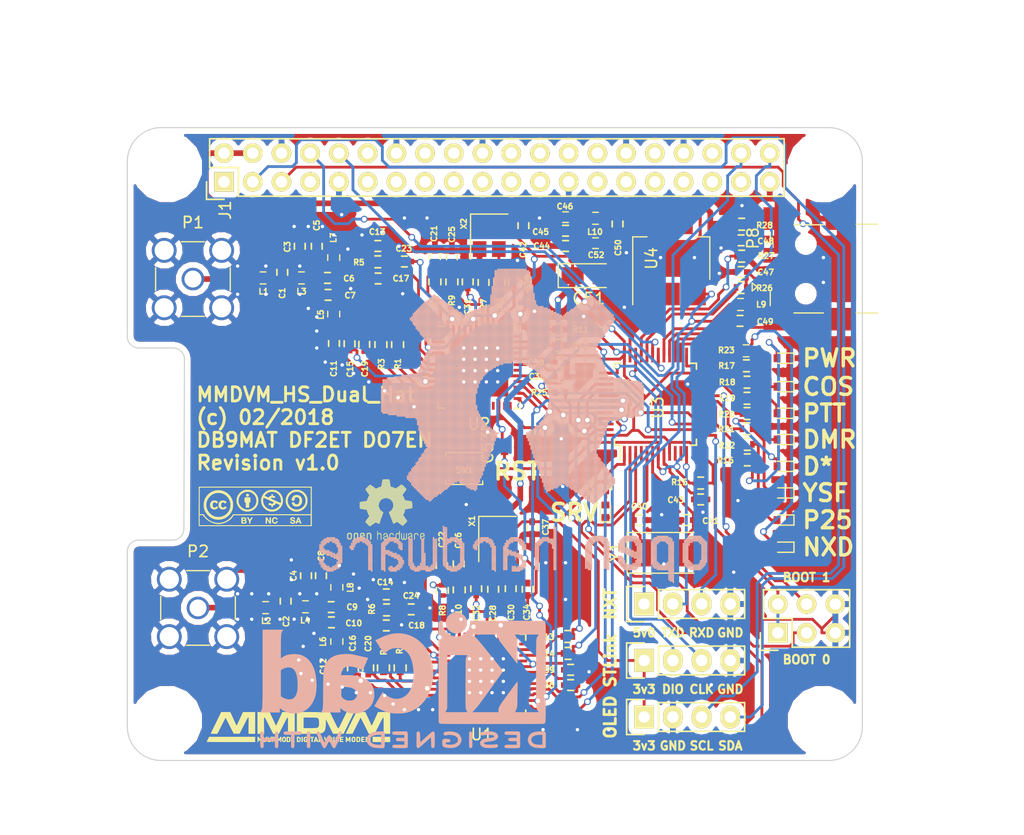
<source format=kicad_pcb>
(kicad_pcb (version 20171130) (host pcbnew no-vcs-found-c7bc154~61~ubuntu17.10.1)

  (general
    (thickness 1.6)
    (drawings 54)
    (tracks 1390)
    (zones 0)
    (modules 259)
    (nets 93)
  )

  (page A4)
  (title_block
    (title MMDVM_HS_Dual_Hat)
    (date 2018-02-05)
    (rev 1.0)
    (company DB9MAT+DF2ET+DO7EN)
  )

  (layers
    (0 F.Cu signal)
    (31 B.Cu signal)
    (32 B.Adhes user)
    (33 F.Adhes user)
    (34 B.Paste user)
    (35 F.Paste user)
    (36 B.SilkS user hide)
    (37 F.SilkS user)
    (38 B.Mask user)
    (39 F.Mask user)
    (40 Dwgs.User user)
    (41 Cmts.User user)
    (42 Eco1.User user)
    (43 Eco2.User user)
    (44 Edge.Cuts user)
    (45 Margin user)
    (46 B.CrtYd user)
    (47 F.CrtYd user)
    (48 B.Fab user)
    (49 F.Fab user)
  )

  (setup
    (last_trace_width 0.25)
    (user_trace_width 0.01)
    (user_trace_width 0.02)
    (user_trace_width 0.05)
    (user_trace_width 0.1)
    (user_trace_width 0.2)
    (user_trace_width 0.3)
    (user_trace_width 0.5)
    (trace_clearance 0.2)
    (zone_clearance 0.508)
    (zone_45_only no)
    (trace_min 0.01)
    (segment_width 0.2)
    (edge_width 0.1)
    (via_size 0.6)
    (via_drill 0.4)
    (via_min_size 0.4)
    (via_min_drill 0.3)
    (uvia_size 0.3)
    (uvia_drill 0.1)
    (uvias_allowed no)
    (uvia_min_size 0.2)
    (uvia_min_drill 0.1)
    (pcb_text_width 0.3)
    (pcb_text_size 1.5 1.5)
    (mod_edge_width 0.15)
    (mod_text_size 1 1)
    (mod_text_width 0.15)
    (pad_size 2.5 2)
    (pad_drill 0)
    (pad_to_mask_clearance 0)
    (aux_axis_origin 0 0)
    (visible_elements 7EFFFF7F)
    (pcbplotparams
      (layerselection 0x010f8_ffffffff)
      (usegerberextensions true)
      (usegerberattributes false)
      (usegerberadvancedattributes false)
      (creategerberjobfile false)
      (excludeedgelayer true)
      (linewidth 0.100000)
      (plotframeref false)
      (viasonmask false)
      (mode 1)
      (useauxorigin false)
      (hpglpennumber 1)
      (hpglpenspeed 20)
      (hpglpendiameter 15)
      (psnegative false)
      (psa4output false)
      (plotreference true)
      (plotvalue true)
      (plotinvisibletext false)
      (padsonsilk false)
      (subtractmaskfromsilk false)
      (outputformat 1)
      (mirror false)
      (drillshape 0)
      (scaleselection 1)
      (outputdirectory seeed/))
  )

  (net 0 "")
  (net 1 "Net-(J1-Pad38)")
  (net 2 "Net-(C1-Pad1)")
  (net 3 GND)
  (net 4 "Net-(C2-Pad1)")
  (net 5 "Net-(C6-Pad1)")
  (net 6 "Net-(C6-Pad2)")
  (net 7 "Net-(C7-Pad1)")
  (net 8 "Net-(C9-Pad1)")
  (net 9 "Net-(C10-Pad2)")
  (net 10 "Net-(C10-Pad1)")
  (net 11 "Net-(C11-Pad1)")
  (net 12 "Net-(C12-Pad1)")
  (net 13 "Net-(C13-Pad1)")
  (net 14 "Net-(C14-Pad1)")
  (net 15 "Net-(C19-Pad1)")
  (net 16 "Net-(C20-Pad1)")
  (net 17 "Net-(C21-Pad1)")
  (net 18 "Net-(C22-Pad1)")
  (net 19 "Net-(C23-Pad1)")
  (net 20 "Net-(C23-Pad2)")
  (net 21 "Net-(C24-Pad1)")
  (net 22 "Net-(C24-Pad2)")
  (net 23 "Net-(C25-Pad1)")
  (net 24 "Net-(C26-Pad1)")
  (net 25 "Net-(C27-Pad1)")
  (net 26 "Net-(C28-Pad1)")
  (net 27 "Net-(C29-Pad2)")
  (net 28 "Net-(C30-Pad2)")
  (net 29 "Net-(C35-Pad2)")
  (net 30 "Net-(C36-Pad2)")
  (net 31 NRST)
  (net 32 +3V3)
  (net 33 SERVICE)
  (net 34 +5V)
  (net 35 SDA)
  (net 36 SCL)
  (net 37 RXD)
  (net 38 TXD)
  (net 39 "Net-(L1-Pad1)")
  (net 40 "Net-(L2-Pad1)")
  (net 41 DISP_TXD)
  (net 42 DISP_RXD)
  (net 43 SWDIO)
  (net 44 SWCLK)
  (net 45 BOOT0)
  (net 46 "Net-(R2-Pad1)")
  (net 47 "Net-(R3-Pad1)")
  (net 48 "Net-(R4-Pad1)")
  (net 49 DCLK2)
  (net 50 "Net-(R12-Pad2)")
  (net 51 DATA2)
  (net 52 "Net-(R13-Pad2)")
  (net 53 DCLK1)
  (net 54 "Net-(R14-Pad2)")
  (net 55 DATA1)
  (net 56 COS_LED)
  (net 57 PTT_LED)
  (net 58 DMR_LED)
  (net 59 DSTAR_LED)
  (net 60 YSF_LED)
  (net 61 P25_LED)
  (net 62 CE)
  (net 63 SLE2)
  (net 64 SDATA)
  (net 65 SREAD)
  (net 66 SCLK)
  (net 67 SLE1)
  (net 68 "Net-(C40-Pad1)")
  (net 69 D-)
  (net 70 D+)
  (net 71 BOOT1)
  (net 72 NXDN_LED)
  (net 73 "Net-(C33-Pad2)")
  (net 74 "Net-(C34-Pad1)")
  (net 75 "Net-(C47-Pad1)")
  (net 76 "Net-(C48-Pad2)")
  (net 77 "Net-(C49-Pad2)")
  (net 78 "Net-(C50-Pad1)")
  (net 79 "Net-(R1-Pad1)")
  (net 80 "Net-(R11-Pad2)")
  (net 81 "Net-(C33-Pad1)")
  (net 82 "Net-(C34-Pad2)")
  (net 83 "Net-(C41-Pad1)")
  (net 84 "Net-(D1-Pad2)")
  (net 85 "Net-(D2-Pad2)")
  (net 86 "Net-(D3-Pad2)")
  (net 87 "Net-(D4-Pad2)")
  (net 88 "Net-(D5-Pad2)")
  (net 89 "Net-(D6-Pad2)")
  (net 90 "Net-(D7-Pad2)")
  (net 91 "Net-(D8-Pad2)")
  (net 92 "Net-(D0-Pad2)")

  (net_class Default "This is the default net class."
    (clearance 0.2)
    (trace_width 0.25)
    (via_dia 0.6)
    (via_drill 0.4)
    (uvia_dia 0.3)
    (uvia_drill 0.1)
    (add_net +3V3)
    (add_net +5V)
    (add_net BOOT0)
    (add_net BOOT1)
    (add_net CE)
    (add_net COS_LED)
    (add_net D+)
    (add_net D-)
    (add_net DATA1)
    (add_net DATA2)
    (add_net DCLK1)
    (add_net DCLK2)
    (add_net DISP_RXD)
    (add_net DISP_TXD)
    (add_net DMR_LED)
    (add_net DSTAR_LED)
    (add_net GND)
    (add_net NRST)
    (add_net NXDN_LED)
    (add_net "Net-(C1-Pad1)")
    (add_net "Net-(C10-Pad1)")
    (add_net "Net-(C10-Pad2)")
    (add_net "Net-(C11-Pad1)")
    (add_net "Net-(C12-Pad1)")
    (add_net "Net-(C13-Pad1)")
    (add_net "Net-(C14-Pad1)")
    (add_net "Net-(C19-Pad1)")
    (add_net "Net-(C2-Pad1)")
    (add_net "Net-(C20-Pad1)")
    (add_net "Net-(C21-Pad1)")
    (add_net "Net-(C22-Pad1)")
    (add_net "Net-(C23-Pad1)")
    (add_net "Net-(C23-Pad2)")
    (add_net "Net-(C24-Pad1)")
    (add_net "Net-(C24-Pad2)")
    (add_net "Net-(C25-Pad1)")
    (add_net "Net-(C26-Pad1)")
    (add_net "Net-(C27-Pad1)")
    (add_net "Net-(C28-Pad1)")
    (add_net "Net-(C29-Pad2)")
    (add_net "Net-(C30-Pad2)")
    (add_net "Net-(C33-Pad1)")
    (add_net "Net-(C33-Pad2)")
    (add_net "Net-(C34-Pad1)")
    (add_net "Net-(C34-Pad2)")
    (add_net "Net-(C35-Pad2)")
    (add_net "Net-(C36-Pad2)")
    (add_net "Net-(C40-Pad1)")
    (add_net "Net-(C41-Pad1)")
    (add_net "Net-(C47-Pad1)")
    (add_net "Net-(C48-Pad2)")
    (add_net "Net-(C49-Pad2)")
    (add_net "Net-(C50-Pad1)")
    (add_net "Net-(C6-Pad1)")
    (add_net "Net-(C6-Pad2)")
    (add_net "Net-(C7-Pad1)")
    (add_net "Net-(C9-Pad1)")
    (add_net "Net-(D0-Pad2)")
    (add_net "Net-(D1-Pad2)")
    (add_net "Net-(D2-Pad2)")
    (add_net "Net-(D3-Pad2)")
    (add_net "Net-(D4-Pad2)")
    (add_net "Net-(D5-Pad2)")
    (add_net "Net-(D6-Pad2)")
    (add_net "Net-(D7-Pad2)")
    (add_net "Net-(D8-Pad2)")
    (add_net "Net-(J1-Pad38)")
    (add_net "Net-(L1-Pad1)")
    (add_net "Net-(L2-Pad1)")
    (add_net "Net-(R1-Pad1)")
    (add_net "Net-(R11-Pad2)")
    (add_net "Net-(R12-Pad2)")
    (add_net "Net-(R13-Pad2)")
    (add_net "Net-(R14-Pad2)")
    (add_net "Net-(R2-Pad1)")
    (add_net "Net-(R3-Pad1)")
    (add_net "Net-(R4-Pad1)")
    (add_net P25_LED)
    (add_net PTT_LED)
    (add_net RXD)
    (add_net SCL)
    (add_net SCLK)
    (add_net SDA)
    (add_net SDATA)
    (add_net SERVICE)
    (add_net SLE1)
    (add_net SLE2)
    (add_net SREAD)
    (add_net SWCLK)
    (add_net SWDIO)
    (add_net TXD)
    (add_net YSF_LED)
  )

  (module MMDVM:VIA-0.6mm (layer F.Cu) (tedit 5A778E54) (tstamp 5AA60118)
    (at 126.7 90.5)
    (fp_text reference REF** (at 0 1.27) (layer F.SilkS) hide
      (effects (font (size 1 1) (thickness 0.15)))
    )
    (fp_text value VIA-0.6mm (at 0 -1.27) (layer F.Fab) hide
      (effects (font (size 1 1) (thickness 0.15)))
    )
    (pad 1 thru_hole circle (at 0 0) (size 0.6 0.6) (drill 0.3) (layers *.Cu)
      (net 3 GND) (zone_connect 2))
  )

  (module MMDVM:VIA-0.6mm (layer F.Cu) (tedit 5A778E54) (tstamp 5A8FA766)
    (at 130.6 99.2)
    (fp_text reference REF** (at 0 1.27) (layer F.SilkS) hide
      (effects (font (size 1 1) (thickness 0.15)))
    )
    (fp_text value VIA-0.6mm (at 0 -1.27) (layer F.Fab) hide
      (effects (font (size 1 1) (thickness 0.15)))
    )
    (pad 1 thru_hole circle (at 0 0) (size 0.6 0.6) (drill 0.3) (layers *.Cu)
      (net 3 GND) (zone_connect 2))
  )

  (module MMDVM:VIA-0.6mm (layer F.Cu) (tedit 5A778E54) (tstamp 5A8FA753)
    (at 134.2 98.4)
    (fp_text reference REF** (at 0 1.27) (layer F.SilkS) hide
      (effects (font (size 1 1) (thickness 0.15)))
    )
    (fp_text value VIA-0.6mm (at 0 -1.27) (layer F.Fab) hide
      (effects (font (size 1 1) (thickness 0.15)))
    )
    (pad 1 thru_hole circle (at 0 0) (size 0.6 0.6) (drill 0.3) (layers *.Cu)
      (net 3 GND) (zone_connect 2))
  )

  (module MMDVM:VIA-0.6mm (layer F.Cu) (tedit 5A778E54) (tstamp 5A78E381)
    (at 115.6 107.2)
    (fp_text reference REF** (at 0 1.27) (layer F.SilkS) hide
      (effects (font (size 1 1) (thickness 0.15)))
    )
    (fp_text value VIA-0.6mm (at 0 -1.27) (layer F.Fab) hide
      (effects (font (size 1 1) (thickness 0.15)))
    )
    (pad 1 thru_hole circle (at 0 0) (size 0.6 0.6) (drill 0.3) (layers *.Cu)
      (net 3 GND) (zone_connect 2))
  )

  (module MMDVM:VIA-0.6mm (layer F.Cu) (tedit 5A778E54) (tstamp 5A78E379)
    (at 114.2 106.4)
    (fp_text reference REF** (at 0 1.27) (layer F.SilkS) hide
      (effects (font (size 1 1) (thickness 0.15)))
    )
    (fp_text value VIA-0.6mm (at 0 -1.27) (layer F.Fab) hide
      (effects (font (size 1 1) (thickness 0.15)))
    )
    (pad 1 thru_hole circle (at 0 0) (size 0.6 0.6) (drill 0.3) (layers *.Cu)
      (net 3 GND) (zone_connect 2))
  )

  (module MMDVM:VIA-0.6mm (layer F.Cu) (tedit 5A778E54) (tstamp 5A78E371)
    (at 113 105.8)
    (fp_text reference REF** (at 0 1.27) (layer F.SilkS) hide
      (effects (font (size 1 1) (thickness 0.15)))
    )
    (fp_text value VIA-0.6mm (at 0 -1.27) (layer F.Fab) hide
      (effects (font (size 1 1) (thickness 0.15)))
    )
    (pad 1 thru_hole circle (at 0 0) (size 0.6 0.6) (drill 0.3) (layers *.Cu)
      (net 3 GND) (zone_connect 2))
  )

  (module MMDVM:VIA-0.6mm (layer F.Cu) (tedit 5A778E54) (tstamp 5A78E369)
    (at 111.6 105)
    (fp_text reference REF** (at 0 1.27) (layer F.SilkS) hide
      (effects (font (size 1 1) (thickness 0.15)))
    )
    (fp_text value VIA-0.6mm (at 0 -1.27) (layer F.Fab) hide
      (effects (font (size 1 1) (thickness 0.15)))
    )
    (pad 1 thru_hole circle (at 0 0) (size 0.6 0.6) (drill 0.3) (layers *.Cu)
      (net 3 GND) (zone_connect 2))
  )

  (module MMDVM:VIA-0.6mm (layer F.Cu) (tedit 5A778E54) (tstamp 5A78E35A)
    (at 105.6 130.8)
    (fp_text reference REF** (at 0 1.27) (layer F.SilkS) hide
      (effects (font (size 1 1) (thickness 0.15)))
    )
    (fp_text value VIA-0.6mm (at 0 -1.27) (layer F.Fab) hide
      (effects (font (size 1 1) (thickness 0.15)))
    )
    (pad 1 thru_hole circle (at 0 0) (size 0.6 0.6) (drill 0.3) (layers *.Cu)
      (net 3 GND) (zone_connect 2))
  )

  (module MMDVM:VIA-0.6mm (layer F.Cu) (tedit 5A778E54) (tstamp 5A78E352)
    (at 105.4 129.6)
    (fp_text reference REF** (at 0 1.27) (layer F.SilkS) hide
      (effects (font (size 1 1) (thickness 0.15)))
    )
    (fp_text value VIA-0.6mm (at 0 -1.27) (layer F.Fab) hide
      (effects (font (size 1 1) (thickness 0.15)))
    )
    (pad 1 thru_hole circle (at 0 0) (size 0.6 0.6) (drill 0.3) (layers *.Cu)
      (net 3 GND) (zone_connect 2))
  )

  (module MMDVM:VIA-0.6mm (layer F.Cu) (tedit 5A778E54) (tstamp 5A78DECC)
    (at 109.2 90.2)
    (fp_text reference REF** (at 0 1.27) (layer F.SilkS) hide
      (effects (font (size 1 1) (thickness 0.15)))
    )
    (fp_text value VIA-0.6mm (at 0 -1.27) (layer F.Fab) hide
      (effects (font (size 1 1) (thickness 0.15)))
    )
    (pad 1 thru_hole circle (at 0 0) (size 0.6 0.6) (drill 0.3) (layers *.Cu)
      (net 3 GND) (zone_connect 2))
  )

  (module MMDVM:VIA-0.6mm (layer F.Cu) (tedit 5A778E54) (tstamp 5A78DDB7)
    (at 140.4 94)
    (fp_text reference REF** (at 0 1.27) (layer F.SilkS) hide
      (effects (font (size 1 1) (thickness 0.15)))
    )
    (fp_text value VIA-0.6mm (at 0 -1.27) (layer F.Fab) hide
      (effects (font (size 1 1) (thickness 0.15)))
    )
    (pad 1 thru_hole circle (at 0 0) (size 0.6 0.6) (drill 0.3) (layers *.Cu)
      (net 3 GND) (zone_connect 2))
  )

  (module MMDVM:VIA-0.6mm (layer F.Cu) (tedit 5A778E54) (tstamp 5A78DD9E)
    (at 137.4 94)
    (fp_text reference REF** (at 0 1.27) (layer F.SilkS) hide
      (effects (font (size 1 1) (thickness 0.15)))
    )
    (fp_text value VIA-0.6mm (at 0 -1.27) (layer F.Fab) hide
      (effects (font (size 1 1) (thickness 0.15)))
    )
    (pad 1 thru_hole circle (at 0 0) (size 0.6 0.6) (drill 0.3) (layers *.Cu)
      (net 3 GND) (zone_connect 2))
  )

  (module MMDVM:VIA-0.6mm (layer F.Cu) (tedit 5A778E54) (tstamp 5A78DA68)
    (at 139.8 105.2)
    (fp_text reference REF** (at 0 1.27) (layer F.SilkS) hide
      (effects (font (size 1 1) (thickness 0.15)))
    )
    (fp_text value VIA-0.6mm (at 0 -1.27) (layer F.Fab) hide
      (effects (font (size 1 1) (thickness 0.15)))
    )
    (pad 1 thru_hole circle (at 0 0) (size 0.6 0.6) (drill 0.3) (layers *.Cu)
      (net 3 GND) (zone_connect 2))
  )

  (module MMDVM:VIA-0.6mm (layer F.Cu) (tedit 5A778E54) (tstamp 5A7833C3)
    (at 120.22 115.85)
    (fp_text reference REF** (at 0 1.27) (layer F.SilkS) hide
      (effects (font (size 1 1) (thickness 0.15)))
    )
    (fp_text value VIA-0.6mm (at 0 -1.27) (layer F.Fab) hide
      (effects (font (size 1 1) (thickness 0.15)))
    )
    (pad 1 thru_hole circle (at 0 0) (size 0.6 0.6) (drill 0.3) (layers *.Cu)
      (net 3 GND) (zone_connect 2))
  )

  (module MMDVM:VIA-0.6mm (layer F.Cu) (tedit 5A778E54) (tstamp 5A7833BB)
    (at 122.11 109.44)
    (fp_text reference REF** (at 0 1.27) (layer F.SilkS) hide
      (effects (font (size 1 1) (thickness 0.15)))
    )
    (fp_text value VIA-0.6mm (at 0 -1.27) (layer F.Fab) hide
      (effects (font (size 1 1) (thickness 0.15)))
    )
    (pad 1 thru_hole circle (at 0 0) (size 0.6 0.6) (drill 0.3) (layers *.Cu)
      (net 3 GND) (zone_connect 2))
  )

  (module MMDVM:VIA-0.6mm (layer F.Cu) (tedit 5A778E54) (tstamp 5A7833B3)
    (at 128.62 110.03)
    (fp_text reference REF** (at 0 1.27) (layer F.SilkS) hide
      (effects (font (size 1 1) (thickness 0.15)))
    )
    (fp_text value VIA-0.6mm (at 0 -1.27) (layer F.Fab) hide
      (effects (font (size 1 1) (thickness 0.15)))
    )
    (pad 1 thru_hole circle (at 0 0) (size 0.6 0.6) (drill 0.3) (layers *.Cu)
      (net 3 GND) (zone_connect 2))
  )

  (module MMDVM:VIA-0.6mm (layer F.Cu) (tedit 5A778E54) (tstamp 5A7830E8)
    (at 143.87 121.84)
    (fp_text reference REF** (at 0 1.27) (layer F.SilkS) hide
      (effects (font (size 1 1) (thickness 0.15)))
    )
    (fp_text value VIA-0.6mm (at 0 -1.27) (layer F.Fab) hide
      (effects (font (size 1 1) (thickness 0.15)))
    )
    (pad 1 thru_hole circle (at 0 0) (size 0.6 0.6) (drill 0.3) (layers *.Cu)
      (net 3 GND) (zone_connect 2))
  )

  (module MMDVM:VIA-0.6mm (layer F.Cu) (tedit 5A778E54) (tstamp 5A7830DC)
    (at 137.69 121.11)
    (fp_text reference REF** (at 0 1.27) (layer F.SilkS) hide
      (effects (font (size 1 1) (thickness 0.15)))
    )
    (fp_text value VIA-0.6mm (at 0 -1.27) (layer F.Fab) hide
      (effects (font (size 1 1) (thickness 0.15)))
    )
    (pad 1 thru_hole circle (at 0 0) (size 0.6 0.6) (drill 0.3) (layers *.Cu)
      (net 3 GND) (zone_connect 2))
  )

  (module MMDVM:VIA-0.6mm (layer F.Cu) (tedit 5A778E54) (tstamp 5A7830C3)
    (at 141.15 116.53)
    (fp_text reference REF** (at 0 1.27) (layer F.SilkS) hide
      (effects (font (size 1 1) (thickness 0.15)))
    )
    (fp_text value VIA-0.6mm (at 0 -1.27) (layer F.Fab) hide
      (effects (font (size 1 1) (thickness 0.15)))
    )
    (pad 1 thru_hole circle (at 0 0) (size 0.6 0.6) (drill 0.3) (layers *.Cu)
      (net 3 GND) (zone_connect 2))
  )

  (module MMDVM:VIA-0.6mm (layer F.Cu) (tedit 5A778E54) (tstamp 5A782D54)
    (at 131.08 130.65)
    (fp_text reference REF** (at 0 1.27) (layer F.SilkS) hide
      (effects (font (size 1 1) (thickness 0.15)))
    )
    (fp_text value VIA-0.6mm (at 0 -1.27) (layer F.Fab) hide
      (effects (font (size 1 1) (thickness 0.15)))
    )
    (pad 1 thru_hole circle (at 0 0) (size 0.6 0.6) (drill 0.3) (layers *.Cu)
      (net 3 GND) (zone_connect 2))
  )

  (module MMDVM:VIA-0.6mm (layer F.Cu) (tedit 5A778E54) (tstamp 5A782D4A)
    (at 130.05 135.77)
    (fp_text reference REF** (at 0 1.27) (layer F.SilkS) hide
      (effects (font (size 1 1) (thickness 0.15)))
    )
    (fp_text value VIA-0.6mm (at 0 -1.27) (layer F.Fab) hide
      (effects (font (size 1 1) (thickness 0.15)))
    )
    (pad 1 thru_hole circle (at 0 0) (size 0.6 0.6) (drill 0.3) (layers *.Cu)
      (net 3 GND) (zone_connect 2))
  )

  (module MMDVM:VIA-0.6mm (layer F.Cu) (tedit 5A778E54) (tstamp 5A782D42)
    (at 132.82 135.77)
    (fp_text reference REF** (at 0 1.27) (layer F.SilkS) hide
      (effects (font (size 1 1) (thickness 0.15)))
    )
    (fp_text value VIA-0.6mm (at 0 -1.27) (layer F.Fab) hide
      (effects (font (size 1 1) (thickness 0.15)))
    )
    (pad 1 thru_hole circle (at 0 0) (size 0.6 0.6) (drill 0.3) (layers *.Cu)
      (net 3 GND) (zone_connect 2))
  )

  (module MMDVM:VIA-0.6mm (layer F.Cu) (tedit 5A778E54) (tstamp 5A782D3A)
    (at 127.01 135.77)
    (fp_text reference REF** (at 0 1.27) (layer F.SilkS) hide
      (effects (font (size 1 1) (thickness 0.15)))
    )
    (fp_text value VIA-0.6mm (at 0 -1.27) (layer F.Fab) hide
      (effects (font (size 1 1) (thickness 0.15)))
    )
    (pad 1 thru_hole circle (at 0 0) (size 0.6 0.6) (drill 0.3) (layers *.Cu)
      (net 3 GND) (zone_connect 2))
  )

  (module MMDVM:VIA-0.6mm (layer F.Cu) (tedit 5A778E54) (tstamp 5A782D18)
    (at 141.89 131.8)
    (fp_text reference REF** (at 0 1.27) (layer F.SilkS) hide
      (effects (font (size 1 1) (thickness 0.15)))
    )
    (fp_text value VIA-0.6mm (at 0 -1.27) (layer F.Fab) hide
      (effects (font (size 1 1) (thickness 0.15)))
    )
    (pad 1 thru_hole circle (at 0 0) (size 0.6 0.6) (drill 0.3) (layers *.Cu)
      (net 3 GND) (zone_connect 2))
  )

  (module Pin_Headers:Pin_Header_Straight_1x04 (layer F.Cu) (tedit 5A764459) (tstamp 5A6845B3)
    (at 135.95 134.65 90)
    (descr "Through hole pin header")
    (tags "pin header")
    (path /5A778C4F/5A7D83FB)
    (fp_text reference P3 (at 0.15 10.5 90) (layer F.SilkS) hide
      (effects (font (size 1 1) (thickness 0.15)))
    )
    (fp_text value I2C (at 0 -3.1 90) (layer F.Fab)
      (effects (font (size 1 1) (thickness 0.15)))
    )
    (fp_line (start -1.75 -1.75) (end -1.75 9.4) (layer F.CrtYd) (width 0.05))
    (fp_line (start 1.75 -1.75) (end 1.75 9.4) (layer F.CrtYd) (width 0.05))
    (fp_line (start -1.75 -1.75) (end 1.75 -1.75) (layer F.CrtYd) (width 0.05))
    (fp_line (start -1.75 9.4) (end 1.75 9.4) (layer F.CrtYd) (width 0.05))
    (fp_line (start -1.27 1.27) (end -1.27 8.89) (layer F.SilkS) (width 0.15))
    (fp_line (start 1.27 1.27) (end 1.27 8.89) (layer F.SilkS) (width 0.15))
    (fp_line (start 1.55 -1.55) (end 1.55 0) (layer F.SilkS) (width 0.15))
    (fp_line (start -1.27 8.89) (end 1.27 8.89) (layer F.SilkS) (width 0.15))
    (fp_line (start 1.27 1.27) (end -1.27 1.27) (layer F.SilkS) (width 0.15))
    (fp_line (start -1.55 0) (end -1.55 -1.55) (layer F.SilkS) (width 0.15))
    (fp_line (start -1.55 -1.55) (end 1.55 -1.55) (layer F.SilkS) (width 0.15))
    (pad 1 thru_hole rect (at 0 0 90) (size 2.032 1.7272) (drill 1.016) (layers *.Cu *.Mask F.SilkS)
      (net 32 +3V3))
    (pad 2 thru_hole oval (at 0 2.54 90) (size 2.032 1.7272) (drill 1.016) (layers *.Cu *.Mask F.SilkS)
      (net 3 GND))
    (pad 3 thru_hole oval (at 0 5.08 90) (size 2.032 1.7272) (drill 1.016) (layers *.Cu *.Mask F.SilkS)
      (net 36 SCL))
    (pad 4 thru_hole oval (at 0 7.62 90) (size 2.032 1.7272) (drill 1.016) (layers *.Cu *.Mask F.SilkS)
      (net 35 SDA))
    (model Pin_Headers.3dshapes/Pin_Header_Straight_1x04.wrl
      (offset (xyz 0 -3.809999942779541 0))
      (scale (xyz 1 1 1))
      (rotate (xyz 0 0 90))
    )
  )

  (module MMDVM:VIA-0.6mm (layer F.Cu) (tedit 5A778E54) (tstamp 5A7821E5)
    (at 134.38 93.57)
    (fp_text reference REF** (at 0 1.27) (layer F.SilkS) hide
      (effects (font (size 1 1) (thickness 0.15)))
    )
    (fp_text value VIA-0.6mm (at 0 -1.27) (layer F.Fab) hide
      (effects (font (size 1 1) (thickness 0.15)))
    )
    (pad 1 thru_hole circle (at 0 0) (size 0.6 0.6) (drill 0.3) (layers *.Cu)
      (net 3 GND) (zone_connect 2))
  )

  (module MMDVM:VIA-0.6mm (layer F.Cu) (tedit 5A778E54) (tstamp 5AD13B1B)
    (at 144.6 89.4)
    (fp_text reference REF** (at 0 1.27) (layer F.SilkS) hide
      (effects (font (size 1 1) (thickness 0.15)))
    )
    (fp_text value VIA-0.6mm (at 0 -1.27) (layer F.Fab) hide
      (effects (font (size 1 1) (thickness 0.15)))
    )
    (pad 1 thru_hole circle (at 0 0) (size 0.6 0.6) (drill 0.3) (layers *.Cu)
      (net 3 GND) (zone_connect 2))
  )

  (module MMDVM:VIA-0.6mm (layer F.Cu) (tedit 5A778E54) (tstamp 5AD13B02)
    (at 142.6 95.4)
    (fp_text reference REF** (at 0 1.27) (layer F.SilkS) hide
      (effects (font (size 1 1) (thickness 0.15)))
    )
    (fp_text value VIA-0.6mm (at 0 -1.27) (layer F.Fab) hide
      (effects (font (size 1 1) (thickness 0.15)))
    )
    (pad 1 thru_hole circle (at 0 0) (size 0.6 0.6) (drill 0.3) (layers *.Cu)
      (net 3 GND) (zone_connect 2))
  )

  (module MMDVM:VIA-0.6mm (layer F.Cu) (tedit 5A778E54) (tstamp 5AD13AA2)
    (at 119.6 98.4)
    (fp_text reference REF** (at 0 1.27) (layer F.SilkS) hide
      (effects (font (size 1 1) (thickness 0.15)))
    )
    (fp_text value VIA-0.6mm (at 0 -1.27) (layer F.Fab) hide
      (effects (font (size 1 1) (thickness 0.15)))
    )
    (pad 1 thru_hole circle (at 0 0) (size 0.6 0.6) (drill 0.3) (layers *.Cu)
      (net 3 GND) (zone_connect 2))
  )

  (module MMDVM:VIA-0.6mm (layer F.Cu) (tedit 5A778E54) (tstamp 5AD13A8F)
    (at 124.75 94.25)
    (fp_text reference REF** (at 0 1.27) (layer F.SilkS) hide
      (effects (font (size 1 1) (thickness 0.15)))
    )
    (fp_text value VIA-0.6mm (at 0 -1.27) (layer F.Fab) hide
      (effects (font (size 1 1) (thickness 0.15)))
    )
    (pad 1 thru_hole circle (at 0 0) (size 0.6 0.6) (drill 0.3) (layers *.Cu)
      (net 3 GND) (zone_connect 2))
  )

  (module MMDVM:VIA-0.6mm (layer F.Cu) (tedit 5A778E54) (tstamp 5AD13A84)
    (at 116.75 90.5)
    (fp_text reference REF** (at 0 1.27) (layer F.SilkS) hide
      (effects (font (size 1 1) (thickness 0.15)))
    )
    (fp_text value VIA-0.6mm (at 0 -1.27) (layer F.Fab) hide
      (effects (font (size 1 1) (thickness 0.15)))
    )
    (pad 1 thru_hole circle (at 0 0) (size 0.6 0.6) (drill 0.3) (layers *.Cu)
      (net 3 GND) (zone_connect 2))
  )

  (module MMDVM:VIA-0.6mm (layer F.Cu) (tedit 5A778E54) (tstamp 5AD13A7C)
    (at 114.75 90.5)
    (fp_text reference REF** (at 0 1.27) (layer F.SilkS) hide
      (effects (font (size 1 1) (thickness 0.15)))
    )
    (fp_text value VIA-0.6mm (at 0 -1.27) (layer F.Fab) hide
      (effects (font (size 1 1) (thickness 0.15)))
    )
    (pad 1 thru_hole circle (at 0 0) (size 0.6 0.6) (drill 0.3) (layers *.Cu)
      (net 3 GND) (zone_connect 2))
  )

  (module MMDVM:VIA-0.6mm (layer F.Cu) (tedit 5A778E54) (tstamp 5AD13A71)
    (at 137.5 116.75)
    (fp_text reference REF** (at 0 1.27) (layer F.SilkS) hide
      (effects (font (size 1 1) (thickness 0.15)))
    )
    (fp_text value VIA-0.6mm (at 0 -1.27) (layer F.Fab) hide
      (effects (font (size 1 1) (thickness 0.15)))
    )
    (pad 1 thru_hole circle (at 0 0) (size 0.6 0.6) (drill 0.3) (layers *.Cu)
      (net 3 GND) (zone_connect 2))
  )

  (module MMDVM:VIA-0.6mm (layer F.Cu) (tedit 5A778E54) (tstamp 5AD13A65)
    (at 128.75 114.25)
    (fp_text reference REF** (at 0 1.27) (layer F.SilkS) hide
      (effects (font (size 1 1) (thickness 0.15)))
    )
    (fp_text value VIA-0.6mm (at 0 -1.27) (layer F.Fab) hide
      (effects (font (size 1 1) (thickness 0.15)))
    )
    (pad 1 thru_hole circle (at 0 0) (size 0.6 0.6) (drill 0.3) (layers *.Cu)
      (net 3 GND) (zone_connect 2))
  )

  (module MMDVM:VIA-0.6mm (layer F.Cu) (tedit 5A778E54) (tstamp 5AD13A5B)
    (at 144.25 115.5)
    (fp_text reference REF** (at 0 1.27) (layer F.SilkS) hide
      (effects (font (size 1 1) (thickness 0.15)))
    )
    (fp_text value VIA-0.6mm (at 0 -1.27) (layer F.Fab) hide
      (effects (font (size 1 1) (thickness 0.15)))
    )
    (pad 1 thru_hole circle (at 0 0) (size 0.6 0.6) (drill 0.3) (layers *.Cu)
      (net 3 GND) (zone_connect 2))
  )

  (module MMDVM:VIA-0.6mm (layer F.Cu) (tedit 5A778E54) (tstamp 5AD13A39)
    (at 129 124.25)
    (fp_text reference REF** (at 0 1.27) (layer F.SilkS) hide
      (effects (font (size 1 1) (thickness 0.15)))
    )
    (fp_text value VIA-0.6mm (at 0 -1.27) (layer F.Fab) hide
      (effects (font (size 1 1) (thickness 0.15)))
    )
    (pad 1 thru_hole circle (at 0 0) (size 0.6 0.6) (drill 0.3) (layers *.Cu)
      (net 3 GND) (zone_connect 2))
  )

  (module MMDVM:VIA-0.6mm (layer F.Cu) (tedit 5A778E54) (tstamp 5AD13A1F)
    (at 129 121)
    (fp_text reference REF** (at 0 1.27) (layer F.SilkS) hide
      (effects (font (size 1 1) (thickness 0.15)))
    )
    (fp_text value VIA-0.6mm (at 0 -1.27) (layer F.Fab) hide
      (effects (font (size 1 1) (thickness 0.15)))
    )
    (pad 1 thru_hole circle (at 0 0) (size 0.6 0.6) (drill 0.3) (layers *.Cu)
      (net 3 GND) (zone_connect 2))
  )

  (module MMDVM:VIA-0.6mm (layer F.Cu) (tedit 5A778E54) (tstamp 5AD13A17)
    (at 127.25 121)
    (fp_text reference REF** (at 0 1.27) (layer F.SilkS) hide
      (effects (font (size 1 1) (thickness 0.15)))
    )
    (fp_text value VIA-0.6mm (at 0 -1.27) (layer F.Fab) hide
      (effects (font (size 1 1) (thickness 0.15)))
    )
    (pad 1 thru_hole circle (at 0 0) (size 0.6 0.6) (drill 0.3) (layers *.Cu)
      (net 3 GND) (zone_connect 2))
  )

  (module MMDVM:VIA-0.6mm (layer F.Cu) (tedit 5A778E54) (tstamp 5AD13A0C)
    (at 126.25 98.75)
    (fp_text reference REF** (at 0 1.27) (layer F.SilkS) hide
      (effects (font (size 1 1) (thickness 0.15)))
    )
    (fp_text value VIA-0.6mm (at 0 -1.27) (layer F.Fab) hide
      (effects (font (size 1 1) (thickness 0.15)))
    )
    (pad 1 thru_hole circle (at 0 0) (size 0.6 0.6) (drill 0.3) (layers *.Cu)
      (net 3 GND) (zone_connect 2))
  )

  (module MMDVM:VIA-0.6mm (layer F.Cu) (tedit 5A778E54) (tstamp 5AD139F1)
    (at 114.25 93)
    (fp_text reference REF** (at 0 1.27) (layer F.SilkS) hide
      (effects (font (size 1 1) (thickness 0.15)))
    )
    (fp_text value VIA-0.6mm (at 0 -1.27) (layer F.Fab) hide
      (effects (font (size 1 1) (thickness 0.15)))
    )
    (pad 1 thru_hole circle (at 0 0) (size 0.6 0.6) (drill 0.3) (layers *.Cu)
      (net 3 GND) (zone_connect 2))
  )

  (module MMDVM:VIA-0.6mm (layer F.Cu) (tedit 5A778E54) (tstamp 5AD139E9)
    (at 112.75 91.75)
    (fp_text reference REF** (at 0 1.27) (layer F.SilkS) hide
      (effects (font (size 1 1) (thickness 0.15)))
    )
    (fp_text value VIA-0.6mm (at 0 -1.27) (layer F.Fab) hide
      (effects (font (size 1 1) (thickness 0.15)))
    )
    (pad 1 thru_hole circle (at 0 0) (size 0.6 0.6) (drill 0.3) (layers *.Cu)
      (net 3 GND) (zone_connect 2))
  )

  (module MMDVM:VIA-0.6mm (layer F.Cu) (tedit 5A778E54) (tstamp 5AD139E1)
    (at 111 92)
    (fp_text reference REF** (at 0 1.27) (layer F.SilkS) hide
      (effects (font (size 1 1) (thickness 0.15)))
    )
    (fp_text value VIA-0.6mm (at 0 -1.27) (layer F.Fab) hide
      (effects (font (size 1 1) (thickness 0.15)))
    )
    (pad 1 thru_hole circle (at 0 0) (size 0.6 0.6) (drill 0.3) (layers *.Cu)
      (net 3 GND) (zone_connect 2))
  )

  (module MMDVM:VIA-0.6mm (layer F.Cu) (tedit 5A778E54) (tstamp 5AD139CF)
    (at 114.6 97.2)
    (fp_text reference REF** (at 0 1.27) (layer F.SilkS) hide
      (effects (font (size 1 1) (thickness 0.15)))
    )
    (fp_text value VIA-0.6mm (at 0 -1.27) (layer F.Fab) hide
      (effects (font (size 1 1) (thickness 0.15)))
    )
    (pad 1 thru_hole circle (at 0 0) (size 0.6 0.6) (drill 0.3) (layers *.Cu)
      (net 3 GND) (zone_connect 2))
  )

  (module MMDVM:VIA-0.6mm (layer F.Cu) (tedit 5A778E54) (tstamp 5AD139C5)
    (at 110.25 104.25)
    (fp_text reference REF** (at 0 1.27) (layer F.SilkS) hide
      (effects (font (size 1 1) (thickness 0.15)))
    )
    (fp_text value VIA-0.6mm (at 0 -1.27) (layer F.Fab) hide
      (effects (font (size 1 1) (thickness 0.15)))
    )
    (pad 1 thru_hole circle (at 0 0) (size 0.6 0.6) (drill 0.3) (layers *.Cu)
      (net 3 GND) (zone_connect 2))
  )

  (module MMDVM:VIA-0.6mm (layer F.Cu) (tedit 5A778E54) (tstamp 5AD139BD)
    (at 109.25 103.5)
    (fp_text reference REF** (at 0 1.27) (layer F.SilkS) hide
      (effects (font (size 1 1) (thickness 0.15)))
    )
    (fp_text value VIA-0.6mm (at 0 -1.27) (layer F.Fab) hide
      (effects (font (size 1 1) (thickness 0.15)))
    )
    (pad 1 thru_hole circle (at 0 0) (size 0.6 0.6) (drill 0.3) (layers *.Cu)
      (net 3 GND) (zone_connect 2))
  )

  (module MMDVM:VIA-0.6mm (layer F.Cu) (tedit 5A778E54) (tstamp 5AD139B5)
    (at 107.75 103.25)
    (fp_text reference REF** (at 0 1.27) (layer F.SilkS) hide
      (effects (font (size 1 1) (thickness 0.15)))
    )
    (fp_text value VIA-0.6mm (at 0 -1.27) (layer F.Fab) hide
      (effects (font (size 1 1) (thickness 0.15)))
    )
    (pad 1 thru_hole circle (at 0 0) (size 0.6 0.6) (drill 0.3) (layers *.Cu)
      (net 3 GND) (zone_connect 2))
  )

  (module MMDVM:VIA-0.6mm (layer F.Cu) (tedit 5A778E54) (tstamp 5AD139AD)
    (at 107 102)
    (fp_text reference REF** (at 0 1.27) (layer F.SilkS) hide
      (effects (font (size 1 1) (thickness 0.15)))
    )
    (fp_text value VIA-0.6mm (at 0 -1.27) (layer F.Fab) hide
      (effects (font (size 1 1) (thickness 0.15)))
    )
    (pad 1 thru_hole circle (at 0 0) (size 0.6 0.6) (drill 0.3) (layers *.Cu)
      (net 3 GND) (zone_connect 2))
  )

  (module MMDVM:VIA-0.6mm (layer F.Cu) (tedit 5A778E54) (tstamp 5AD139A5)
    (at 107 100.5)
    (fp_text reference REF** (at 0 1.27) (layer F.SilkS) hide
      (effects (font (size 1 1) (thickness 0.15)))
    )
    (fp_text value VIA-0.6mm (at 0 -1.27) (layer F.Fab) hide
      (effects (font (size 1 1) (thickness 0.15)))
    )
    (pad 1 thru_hole circle (at 0 0) (size 0.6 0.6) (drill 0.3) (layers *.Cu)
      (net 3 GND) (zone_connect 2))
  )

  (module MMDVM:VIA-0.6mm (layer F.Cu) (tedit 5A778E54) (tstamp 5AD1399D)
    (at 107 99.25)
    (fp_text reference REF** (at 0 1.27) (layer F.SilkS) hide
      (effects (font (size 1 1) (thickness 0.15)))
    )
    (fp_text value VIA-0.6mm (at 0 -1.27) (layer F.Fab) hide
      (effects (font (size 1 1) (thickness 0.15)))
    )
    (pad 1 thru_hole circle (at 0 0) (size 0.6 0.6) (drill 0.3) (layers *.Cu)
      (net 3 GND) (zone_connect 2))
  )

  (module MMDVM:VIA-0.6mm (layer F.Cu) (tedit 5A778E54) (tstamp 5AD13995)
    (at 106.25 98.5)
    (fp_text reference REF** (at 0 1.27) (layer F.SilkS) hide
      (effects (font (size 1 1) (thickness 0.15)))
    )
    (fp_text value VIA-0.6mm (at 0 -1.27) (layer F.Fab) hide
      (effects (font (size 1 1) (thickness 0.15)))
    )
    (pad 1 thru_hole circle (at 0 0) (size 0.6 0.6) (drill 0.3) (layers *.Cu)
      (net 3 GND) (zone_connect 2))
  )

  (module MMDVM:VIA-0.6mm (layer F.Cu) (tedit 5A778E54) (tstamp 5AD13989)
    (at 110 96.75)
    (fp_text reference REF** (at 0 1.27) (layer F.SilkS) hide
      (effects (font (size 1 1) (thickness 0.15)))
    )
    (fp_text value VIA-0.6mm (at 0 -1.27) (layer F.Fab) hide
      (effects (font (size 1 1) (thickness 0.15)))
    )
    (pad 1 thru_hole circle (at 0 0) (size 0.6 0.6) (drill 0.3) (layers *.Cu)
      (net 3 GND) (zone_connect 2))
  )

  (module MMDVM:VIA-0.6mm (layer F.Cu) (tedit 5A778E54) (tstamp 5AD13981)
    (at 109.75 93.25)
    (fp_text reference REF** (at 0 1.27) (layer F.SilkS) hide
      (effects (font (size 1 1) (thickness 0.15)))
    )
    (fp_text value VIA-0.6mm (at 0 -1.27) (layer F.Fab) hide
      (effects (font (size 1 1) (thickness 0.15)))
    )
    (pad 1 thru_hole circle (at 0 0) (size 0.6 0.6) (drill 0.3) (layers *.Cu)
      (net 3 GND) (zone_connect 2))
  )

  (module MMDVM:VIA-0.6mm (layer F.Cu) (tedit 5A778E54) (tstamp 5AD13979)
    (at 108.5 92)
    (fp_text reference REF** (at 0 1.27) (layer F.SilkS) hide
      (effects (font (size 1 1) (thickness 0.15)))
    )
    (fp_text value VIA-0.6mm (at 0 -1.27) (layer F.Fab) hide
      (effects (font (size 1 1) (thickness 0.15)))
    )
    (pad 1 thru_hole circle (at 0 0) (size 0.6 0.6) (drill 0.3) (layers *.Cu)
      (net 3 GND) (zone_connect 2))
  )

  (module MMDVM:VIA-0.6mm (layer F.Cu) (tedit 5A778E54) (tstamp 5AD13971)
    (at 107.5 91.25)
    (fp_text reference REF** (at 0 1.27) (layer F.SilkS) hide
      (effects (font (size 1 1) (thickness 0.15)))
    )
    (fp_text value VIA-0.6mm (at 0 -1.27) (layer F.Fab) hide
      (effects (font (size 1 1) (thickness 0.15)))
    )
    (pad 1 thru_hole circle (at 0 0) (size 0.6 0.6) (drill 0.3) (layers *.Cu)
      (net 3 GND) (zone_connect 2))
  )

  (module MMDVM:VIA-0.6mm (layer F.Cu) (tedit 5A778E54) (tstamp 5AD13969)
    (at 106.25 91.25)
    (fp_text reference REF** (at 0 1.27) (layer F.SilkS) hide
      (effects (font (size 1 1) (thickness 0.15)))
    )
    (fp_text value VIA-0.6mm (at 0 -1.27) (layer F.Fab) hide
      (effects (font (size 1 1) (thickness 0.15)))
    )
    (pad 1 thru_hole circle (at 0 0) (size 0.6 0.6) (drill 0.3) (layers *.Cu)
      (net 3 GND) (zone_connect 2))
  )

  (module MMDVM:VIA-0.6mm (layer F.Cu) (tedit 5A778E54) (tstamp 5AD13961)
    (at 105 91.25)
    (fp_text reference REF** (at 0 1.27) (layer F.SilkS) hide
      (effects (font (size 1 1) (thickness 0.15)))
    )
    (fp_text value VIA-0.6mm (at 0 -1.27) (layer F.Fab) hide
      (effects (font (size 1 1) (thickness 0.15)))
    )
    (pad 1 thru_hole circle (at 0 0) (size 0.6 0.6) (drill 0.3) (layers *.Cu)
      (net 3 GND) (zone_connect 2))
  )

  (module MMDVM:VIA-0.6mm (layer F.Cu) (tedit 5A778E54) (tstamp 5AD1395A)
    (at 123 105)
    (fp_text reference REF** (at 0 1.27) (layer F.SilkS) hide
      (effects (font (size 1 1) (thickness 0.15)))
    )
    (fp_text value VIA-0.6mm (at 0 -1.27) (layer F.Fab) hide
      (effects (font (size 1 1) (thickness 0.15)))
    )
    (pad 1 thru_hole circle (at 0 0) (size 0.6 0.6) (drill 0.3) (layers *.Cu)
      (net 3 GND) (zone_connect 2))
  )

  (module MMDVM:VIA-0.6mm (layer F.Cu) (tedit 5A778E54) (tstamp 5AD13956)
    (at 122 105)
    (fp_text reference REF** (at 0 1.27) (layer F.SilkS) hide
      (effects (font (size 1 1) (thickness 0.15)))
    )
    (fp_text value VIA-0.6mm (at 0 -1.27) (layer F.Fab) hide
      (effects (font (size 1 1) (thickness 0.15)))
    )
    (pad 1 thru_hole circle (at 0 0) (size 0.6 0.6) (drill 0.3) (layers *.Cu)
      (net 3 GND) (zone_connect 2))
  )

  (module MMDVM:VIA-0.6mm (layer F.Cu) (tedit 5A778E54) (tstamp 5AD13952)
    (at 121 105)
    (fp_text reference REF** (at 0 1.27) (layer F.SilkS) hide
      (effects (font (size 1 1) (thickness 0.15)))
    )
    (fp_text value VIA-0.6mm (at 0 -1.27) (layer F.Fab) hide
      (effects (font (size 1 1) (thickness 0.15)))
    )
    (pad 1 thru_hole circle (at 0 0) (size 0.6 0.6) (drill 0.3) (layers *.Cu)
      (net 3 GND) (zone_connect 2))
  )

  (module MMDVM:VIA-0.6mm (layer F.Cu) (tedit 5A778E54) (tstamp 5AD1394E)
    (at 120 105)
    (fp_text reference REF** (at 0 1.27) (layer F.SilkS) hide
      (effects (font (size 1 1) (thickness 0.15)))
    )
    (fp_text value VIA-0.6mm (at 0 -1.27) (layer F.Fab) hide
      (effects (font (size 1 1) (thickness 0.15)))
    )
    (pad 1 thru_hole circle (at 0 0) (size 0.6 0.6) (drill 0.3) (layers *.Cu)
      (net 3 GND) (zone_connect 2))
  )

  (module MMDVM:VIA-0.6mm (layer F.Cu) (tedit 5A778E54) (tstamp 5AD1394A)
    (at 123 104)
    (fp_text reference REF** (at 0 1.27) (layer F.SilkS) hide
      (effects (font (size 1 1) (thickness 0.15)))
    )
    (fp_text value VIA-0.6mm (at 0 -1.27) (layer F.Fab) hide
      (effects (font (size 1 1) (thickness 0.15)))
    )
    (pad 1 thru_hole circle (at 0 0) (size 0.6 0.6) (drill 0.3) (layers *.Cu)
      (net 3 GND) (zone_connect 2))
  )

  (module MMDVM:VIA-0.6mm (layer F.Cu) (tedit 5A778E54) (tstamp 5AD13946)
    (at 122 104)
    (fp_text reference REF** (at 0 1.27) (layer F.SilkS) hide
      (effects (font (size 1 1) (thickness 0.15)))
    )
    (fp_text value VIA-0.6mm (at 0 -1.27) (layer F.Fab) hide
      (effects (font (size 1 1) (thickness 0.15)))
    )
    (pad 1 thru_hole circle (at 0 0) (size 0.6 0.6) (drill 0.3) (layers *.Cu)
      (net 3 GND) (zone_connect 2))
  )

  (module MMDVM:VIA-0.6mm (layer F.Cu) (tedit 5A778E54) (tstamp 5AD13942)
    (at 121 104)
    (fp_text reference REF** (at 0 1.27) (layer F.SilkS) hide
      (effects (font (size 1 1) (thickness 0.15)))
    )
    (fp_text value VIA-0.6mm (at 0 -1.27) (layer F.Fab) hide
      (effects (font (size 1 1) (thickness 0.15)))
    )
    (pad 1 thru_hole circle (at 0 0) (size 0.6 0.6) (drill 0.3) (layers *.Cu)
      (net 3 GND) (zone_connect 2))
  )

  (module MMDVM:VIA-0.6mm (layer F.Cu) (tedit 5A778E54) (tstamp 5AD1393E)
    (at 120 104)
    (fp_text reference REF** (at 0 1.27) (layer F.SilkS) hide
      (effects (font (size 1 1) (thickness 0.15)))
    )
    (fp_text value VIA-0.6mm (at 0 -1.27) (layer F.Fab) hide
      (effects (font (size 1 1) (thickness 0.15)))
    )
    (pad 1 thru_hole circle (at 0 0) (size 0.6 0.6) (drill 0.3) (layers *.Cu)
      (net 3 GND) (zone_connect 2))
  )

  (module MMDVM:VIA-0.6mm (layer F.Cu) (tedit 5A778E54) (tstamp 5AD1393A)
    (at 123 103)
    (fp_text reference REF** (at 0 1.27) (layer F.SilkS) hide
      (effects (font (size 1 1) (thickness 0.15)))
    )
    (fp_text value VIA-0.6mm (at 0 -1.27) (layer F.Fab) hide
      (effects (font (size 1 1) (thickness 0.15)))
    )
    (pad 1 thru_hole circle (at 0 0) (size 0.6 0.6) (drill 0.3) (layers *.Cu)
      (net 3 GND) (zone_connect 2))
  )

  (module MMDVM:VIA-0.6mm (layer F.Cu) (tedit 5A778E54) (tstamp 5AD13936)
    (at 122 103)
    (fp_text reference REF** (at 0 1.27) (layer F.SilkS) hide
      (effects (font (size 1 1) (thickness 0.15)))
    )
    (fp_text value VIA-0.6mm (at 0 -1.27) (layer F.Fab) hide
      (effects (font (size 1 1) (thickness 0.15)))
    )
    (pad 1 thru_hole circle (at 0 0) (size 0.6 0.6) (drill 0.3) (layers *.Cu)
      (net 3 GND) (zone_connect 2))
  )

  (module MMDVM:VIA-0.6mm (layer F.Cu) (tedit 5A778E54) (tstamp 5AD13932)
    (at 121 103)
    (fp_text reference REF** (at 0 1.27) (layer F.SilkS) hide
      (effects (font (size 1 1) (thickness 0.15)))
    )
    (fp_text value VIA-0.6mm (at 0 -1.27) (layer F.Fab) hide
      (effects (font (size 1 1) (thickness 0.15)))
    )
    (pad 1 thru_hole circle (at 0 0) (size 0.6 0.6) (drill 0.3) (layers *.Cu)
      (net 3 GND) (zone_connect 2))
  )

  (module MMDVM:VIA-0.6mm (layer F.Cu) (tedit 5A778E54) (tstamp 5AD1392E)
    (at 120 103)
    (fp_text reference REF** (at 0 1.27) (layer F.SilkS) hide
      (effects (font (size 1 1) (thickness 0.15)))
    )
    (fp_text value VIA-0.6mm (at 0 -1.27) (layer F.Fab) hide
      (effects (font (size 1 1) (thickness 0.15)))
    )
    (pad 1 thru_hole circle (at 0 0) (size 0.6 0.6) (drill 0.3) (layers *.Cu)
      (net 3 GND) (zone_connect 2))
  )

  (module MMDVM:VIA-0.6mm (layer F.Cu) (tedit 5A778E54) (tstamp 5AD1392A)
    (at 123 102)
    (fp_text reference REF** (at 0 1.27) (layer F.SilkS) hide
      (effects (font (size 1 1) (thickness 0.15)))
    )
    (fp_text value VIA-0.6mm (at 0 -1.27) (layer F.Fab) hide
      (effects (font (size 1 1) (thickness 0.15)))
    )
    (pad 1 thru_hole circle (at 0 0) (size 0.6 0.6) (drill 0.3) (layers *.Cu)
      (net 3 GND) (zone_connect 2))
  )

  (module MMDVM:VIA-0.6mm (layer F.Cu) (tedit 5A778E54) (tstamp 5AD13926)
    (at 122 102)
    (fp_text reference REF** (at 0 1.27) (layer F.SilkS) hide
      (effects (font (size 1 1) (thickness 0.15)))
    )
    (fp_text value VIA-0.6mm (at 0 -1.27) (layer F.Fab) hide
      (effects (font (size 1 1) (thickness 0.15)))
    )
    (pad 1 thru_hole circle (at 0 0) (size 0.6 0.6) (drill 0.3) (layers *.Cu)
      (net 3 GND) (zone_connect 2))
  )

  (module MMDVM:VIA-0.6mm (layer F.Cu) (tedit 5A778E54) (tstamp 5AD13922)
    (at 121 102)
    (fp_text reference REF** (at 0 1.27) (layer F.SilkS) hide
      (effects (font (size 1 1) (thickness 0.15)))
    )
    (fp_text value VIA-0.6mm (at 0 -1.27) (layer F.Fab) hide
      (effects (font (size 1 1) (thickness 0.15)))
    )
    (pad 1 thru_hole circle (at 0 0) (size 0.6 0.6) (drill 0.3) (layers *.Cu)
      (net 3 GND) (zone_connect 2))
  )

  (module MMDVM:VIA-0.6mm (layer F.Cu) (tedit 5A778E54) (tstamp 5AD1391A)
    (at 120 102)
    (fp_text reference REF** (at 0 1.27) (layer F.SilkS) hide
      (effects (font (size 1 1) (thickness 0.15)))
    )
    (fp_text value VIA-0.6mm (at 0 -1.27) (layer F.Fab) hide
      (effects (font (size 1 1) (thickness 0.15)))
    )
    (pad 1 thru_hole circle (at 0 0) (size 0.6 0.6) (drill 0.3) (layers *.Cu)
      (net 3 GND) (zone_connect 2))
  )

  (module MMDVM:VIA-0.6mm (layer F.Cu) (tedit 5A778E54) (tstamp 5AD13911)
    (at 123.5 132.5)
    (fp_text reference REF** (at 0 1.27) (layer F.SilkS) hide
      (effects (font (size 1 1) (thickness 0.15)))
    )
    (fp_text value VIA-0.6mm (at 0 -1.27) (layer F.Fab) hide
      (effects (font (size 1 1) (thickness 0.15)))
    )
    (pad 1 thru_hole circle (at 0 0) (size 0.6 0.6) (drill 0.3) (layers *.Cu)
      (net 3 GND) (zone_connect 2))
  )

  (module MMDVM:VIA-0.6mm (layer F.Cu) (tedit 5A778E54) (tstamp 5AD1390D)
    (at 122.5 132.5)
    (fp_text reference REF** (at 0 1.27) (layer F.SilkS) hide
      (effects (font (size 1 1) (thickness 0.15)))
    )
    (fp_text value VIA-0.6mm (at 0 -1.27) (layer F.Fab) hide
      (effects (font (size 1 1) (thickness 0.15)))
    )
    (pad 1 thru_hole circle (at 0 0) (size 0.6 0.6) (drill 0.3) (layers *.Cu)
      (net 3 GND) (zone_connect 2))
  )

  (module MMDVM:VIA-0.6mm (layer F.Cu) (tedit 5A778E54) (tstamp 5AD13909)
    (at 121.5 132.5)
    (fp_text reference REF** (at 0 1.27) (layer F.SilkS) hide
      (effects (font (size 1 1) (thickness 0.15)))
    )
    (fp_text value VIA-0.6mm (at 0 -1.27) (layer F.Fab) hide
      (effects (font (size 1 1) (thickness 0.15)))
    )
    (pad 1 thru_hole circle (at 0 0) (size 0.6 0.6) (drill 0.3) (layers *.Cu)
      (net 3 GND) (zone_connect 2))
  )

  (module MMDVM:VIA-0.6mm (layer F.Cu) (tedit 5A778E54) (tstamp 5AD13905)
    (at 120.5 132.5)
    (fp_text reference REF** (at 0 1.27) (layer F.SilkS) hide
      (effects (font (size 1 1) (thickness 0.15)))
    )
    (fp_text value VIA-0.6mm (at 0 -1.27) (layer F.Fab) hide
      (effects (font (size 1 1) (thickness 0.15)))
    )
    (pad 1 thru_hole circle (at 0 0) (size 0.6 0.6) (drill 0.3) (layers *.Cu)
      (net 3 GND) (zone_connect 2))
  )

  (module MMDVM:VIA-0.6mm (layer F.Cu) (tedit 5A778E54) (tstamp 5AD13901)
    (at 123.5 131.5)
    (fp_text reference REF** (at 0 1.27) (layer F.SilkS) hide
      (effects (font (size 1 1) (thickness 0.15)))
    )
    (fp_text value VIA-0.6mm (at 0 -1.27) (layer F.Fab) hide
      (effects (font (size 1 1) (thickness 0.15)))
    )
    (pad 1 thru_hole circle (at 0 0) (size 0.6 0.6) (drill 0.3) (layers *.Cu)
      (net 3 GND) (zone_connect 2))
  )

  (module MMDVM:VIA-0.6mm (layer F.Cu) (tedit 5A778E54) (tstamp 5AD138FD)
    (at 122.5 131.5)
    (fp_text reference REF** (at 0 1.27) (layer F.SilkS) hide
      (effects (font (size 1 1) (thickness 0.15)))
    )
    (fp_text value VIA-0.6mm (at 0 -1.27) (layer F.Fab) hide
      (effects (font (size 1 1) (thickness 0.15)))
    )
    (pad 1 thru_hole circle (at 0 0) (size 0.6 0.6) (drill 0.3) (layers *.Cu)
      (net 3 GND) (zone_connect 2))
  )

  (module MMDVM:VIA-0.6mm (layer F.Cu) (tedit 5A778E54) (tstamp 5AD138F9)
    (at 121.5 131.5)
    (fp_text reference REF** (at 0 1.27) (layer F.SilkS) hide
      (effects (font (size 1 1) (thickness 0.15)))
    )
    (fp_text value VIA-0.6mm (at 0 -1.27) (layer F.Fab) hide
      (effects (font (size 1 1) (thickness 0.15)))
    )
    (pad 1 thru_hole circle (at 0 0) (size 0.6 0.6) (drill 0.3) (layers *.Cu)
      (net 3 GND) (zone_connect 2))
  )

  (module MMDVM:VIA-0.6mm (layer F.Cu) (tedit 5A778E54) (tstamp 5AD138F5)
    (at 120.5 131.5)
    (fp_text reference REF** (at 0 1.27) (layer F.SilkS) hide
      (effects (font (size 1 1) (thickness 0.15)))
    )
    (fp_text value VIA-0.6mm (at 0 -1.27) (layer F.Fab) hide
      (effects (font (size 1 1) (thickness 0.15)))
    )
    (pad 1 thru_hole circle (at 0 0) (size 0.6 0.6) (drill 0.3) (layers *.Cu)
      (net 3 GND) (zone_connect 2))
  )

  (module MMDVM:VIA-0.6mm (layer F.Cu) (tedit 5A778E54) (tstamp 5AD138F1)
    (at 123.5 130.5)
    (fp_text reference REF** (at 0 1.27) (layer F.SilkS) hide
      (effects (font (size 1 1) (thickness 0.15)))
    )
    (fp_text value VIA-0.6mm (at 0 -1.27) (layer F.Fab) hide
      (effects (font (size 1 1) (thickness 0.15)))
    )
    (pad 1 thru_hole circle (at 0 0) (size 0.6 0.6) (drill 0.3) (layers *.Cu)
      (net 3 GND) (zone_connect 2))
  )

  (module MMDVM:VIA-0.6mm (layer F.Cu) (tedit 5A778E54) (tstamp 5AD138ED)
    (at 122.5 130.5)
    (fp_text reference REF** (at 0 1.27) (layer F.SilkS) hide
      (effects (font (size 1 1) (thickness 0.15)))
    )
    (fp_text value VIA-0.6mm (at 0 -1.27) (layer F.Fab) hide
      (effects (font (size 1 1) (thickness 0.15)))
    )
    (pad 1 thru_hole circle (at 0 0) (size 0.6 0.6) (drill 0.3) (layers *.Cu)
      (net 3 GND) (zone_connect 2))
  )

  (module MMDVM:VIA-0.6mm (layer F.Cu) (tedit 5A778E54) (tstamp 5AD138E9)
    (at 121.5 130.5)
    (fp_text reference REF** (at 0 1.27) (layer F.SilkS) hide
      (effects (font (size 1 1) (thickness 0.15)))
    )
    (fp_text value VIA-0.6mm (at 0 -1.27) (layer F.Fab) hide
      (effects (font (size 1 1) (thickness 0.15)))
    )
    (pad 1 thru_hole circle (at 0 0) (size 0.6 0.6) (drill 0.3) (layers *.Cu)
      (net 3 GND) (zone_connect 2))
  )

  (module MMDVM:VIA-0.6mm (layer F.Cu) (tedit 5A778E54) (tstamp 5AD138E5)
    (at 120.5 130.5)
    (fp_text reference REF** (at 0 1.27) (layer F.SilkS) hide
      (effects (font (size 1 1) (thickness 0.15)))
    )
    (fp_text value VIA-0.6mm (at 0 -1.27) (layer F.Fab) hide
      (effects (font (size 1 1) (thickness 0.15)))
    )
    (pad 1 thru_hole circle (at 0 0) (size 0.6 0.6) (drill 0.3) (layers *.Cu)
      (net 3 GND) (zone_connect 2))
  )

  (module MMDVM:VIA-0.6mm (layer F.Cu) (tedit 5A778E54) (tstamp 5AD138E1)
    (at 123.5 129.5)
    (fp_text reference REF** (at 0 1.27) (layer F.SilkS) hide
      (effects (font (size 1 1) (thickness 0.15)))
    )
    (fp_text value VIA-0.6mm (at 0 -1.27) (layer F.Fab) hide
      (effects (font (size 1 1) (thickness 0.15)))
    )
    (pad 1 thru_hole circle (at 0 0) (size 0.6 0.6) (drill 0.3) (layers *.Cu)
      (net 3 GND) (zone_connect 2))
  )

  (module MMDVM:VIA-0.6mm (layer F.Cu) (tedit 5A778E54) (tstamp 5AD138DD)
    (at 122.5 129.5)
    (fp_text reference REF** (at 0 1.27) (layer F.SilkS) hide
      (effects (font (size 1 1) (thickness 0.15)))
    )
    (fp_text value VIA-0.6mm (at 0 -1.27) (layer F.Fab) hide
      (effects (font (size 1 1) (thickness 0.15)))
    )
    (pad 1 thru_hole circle (at 0 0) (size 0.6 0.6) (drill 0.3) (layers *.Cu)
      (net 3 GND) (zone_connect 2))
  )

  (module MMDVM:VIA-0.6mm (layer F.Cu) (tedit 5A778E54) (tstamp 5AD138D9)
    (at 121.5 129.5)
    (fp_text reference REF** (at 0 1.27) (layer F.SilkS) hide
      (effects (font (size 1 1) (thickness 0.15)))
    )
    (fp_text value VIA-0.6mm (at 0 -1.27) (layer F.Fab) hide
      (effects (font (size 1 1) (thickness 0.15)))
    )
    (pad 1 thru_hole circle (at 0 0) (size 0.6 0.6) (drill 0.3) (layers *.Cu)
      (net 3 GND) (zone_connect 2))
  )

  (module MMDVM:VIA-0.6mm (layer F.Cu) (tedit 5A778E54) (tstamp 5AD1388D)
    (at 120.5 129.5)
    (fp_text reference REF** (at 0 1.27) (layer F.SilkS) hide
      (effects (font (size 1 1) (thickness 0.15)))
    )
    (fp_text value VIA-0.6mm (at 0 -1.27) (layer F.Fab) hide
      (effects (font (size 1 1) (thickness 0.15)))
    )
    (pad 1 thru_hole circle (at 0 0) (size 0.6 0.6) (drill 0.3) (layers *.Cu)
      (net 3 GND) (zone_connect 2))
  )

  (module MMDVM:VIA-0.6mm (layer F.Cu) (tedit 5A778E54) (tstamp 5AD1387F)
    (at 114.5 126.5)
    (fp_text reference REF** (at 0 1.27) (layer F.SilkS) hide
      (effects (font (size 1 1) (thickness 0.15)))
    )
    (fp_text value VIA-0.6mm (at 0 -1.27) (layer F.Fab) hide
      (effects (font (size 1 1) (thickness 0.15)))
    )
    (pad 1 thru_hole circle (at 0 0) (size 0.6 0.6) (drill 0.3) (layers *.Cu)
      (net 3 GND) (zone_connect 2))
  )

  (module MMDVM:VIA-0.6mm (layer F.Cu) (tedit 5A778E54) (tstamp 5AD13877)
    (at 117 125)
    (fp_text reference REF** (at 0 1.27) (layer F.SilkS) hide
      (effects (font (size 1 1) (thickness 0.15)))
    )
    (fp_text value VIA-0.6mm (at 0 -1.27) (layer F.Fab) hide
      (effects (font (size 1 1) (thickness 0.15)))
    )
    (pad 1 thru_hole circle (at 0 0) (size 0.6 0.6) (drill 0.3) (layers *.Cu)
      (net 3 GND) (zone_connect 2))
  )

  (module MMDVM:VIA-0.6mm (layer F.Cu) (tedit 5A778E54) (tstamp 5AD1386F)
    (at 119 125.25)
    (fp_text reference REF** (at 0 1.27) (layer F.SilkS) hide
      (effects (font (size 1 1) (thickness 0.15)))
    )
    (fp_text value VIA-0.6mm (at 0 -1.27) (layer F.Fab) hide
      (effects (font (size 1 1) (thickness 0.15)))
    )
    (pad 1 thru_hole circle (at 0 0) (size 0.6 0.6) (drill 0.3) (layers *.Cu)
      (net 3 GND) (zone_connect 2))
  )

  (module MMDVM:VIA-0.6mm (layer F.Cu) (tedit 5A778E54) (tstamp 5AD13867)
    (at 119.75 126)
    (fp_text reference REF** (at 0 1.27) (layer F.SilkS) hide
      (effects (font (size 1 1) (thickness 0.15)))
    )
    (fp_text value VIA-0.6mm (at 0 -1.27) (layer F.Fab) hide
      (effects (font (size 1 1) (thickness 0.15)))
    )
    (pad 1 thru_hole circle (at 0 0) (size 0.6 0.6) (drill 0.3) (layers *.Cu)
      (net 3 GND) (zone_connect 2))
  )

  (module MMDVM:VIA-0.6mm (layer F.Cu) (tedit 5A778E54) (tstamp 5AD1385F)
    (at 112 122.5)
    (fp_text reference REF** (at 0 1.27) (layer F.SilkS) hide
      (effects (font (size 1 1) (thickness 0.15)))
    )
    (fp_text value VIA-0.6mm (at 0 -1.27) (layer F.Fab) hide
      (effects (font (size 1 1) (thickness 0.15)))
    )
    (pad 1 thru_hole circle (at 0 0) (size 0.6 0.6) (drill 0.3) (layers *.Cu)
      (net 3 GND) (zone_connect 2))
  )

  (module MMDVM:VIA-0.6mm (layer F.Cu) (tedit 5A778E54) (tstamp 5AD13857)
    (at 113.5 122.5)
    (fp_text reference REF** (at 0 1.27) (layer F.SilkS) hide
      (effects (font (size 1 1) (thickness 0.15)))
    )
    (fp_text value VIA-0.6mm (at 0 -1.27) (layer F.Fab) hide
      (effects (font (size 1 1) (thickness 0.15)))
    )
    (pad 1 thru_hole circle (at 0 0) (size 0.6 0.6) (drill 0.3) (layers *.Cu)
      (net 3 GND) (zone_connect 2))
  )

  (module MMDVM:VIA-0.6mm (layer F.Cu) (tedit 5A778E54) (tstamp 5AD1384F)
    (at 114.75 122.75)
    (fp_text reference REF** (at 0 1.27) (layer F.SilkS) hide
      (effects (font (size 1 1) (thickness 0.15)))
    )
    (fp_text value VIA-0.6mm (at 0 -1.27) (layer F.Fab) hide
      (effects (font (size 1 1) (thickness 0.15)))
    )
    (pad 1 thru_hole circle (at 0 0) (size 0.6 0.6) (drill 0.3) (layers *.Cu)
      (net 3 GND) (zone_connect 2))
  )

  (module MMDVM:VIA-0.6mm (layer F.Cu) (tedit 5A778E54) (tstamp 5AD13847)
    (at 116 123.75)
    (fp_text reference REF** (at 0 1.27) (layer F.SilkS) hide
      (effects (font (size 1 1) (thickness 0.15)))
    )
    (fp_text value VIA-0.6mm (at 0 -1.27) (layer F.Fab) hide
      (effects (font (size 1 1) (thickness 0.15)))
    )
    (pad 1 thru_hole circle (at 0 0) (size 0.6 0.6) (drill 0.3) (layers *.Cu)
      (net 3 GND) (zone_connect 2))
  )

  (module MMDVM:VIA-0.6mm (layer F.Cu) (tedit 5A778E54) (tstamp 5AD1383F)
    (at 111.5 124.25)
    (fp_text reference REF** (at 0 1.27) (layer F.SilkS) hide
      (effects (font (size 1 1) (thickness 0.15)))
    )
    (fp_text value VIA-0.6mm (at 0 -1.27) (layer F.Fab) hide
      (effects (font (size 1 1) (thickness 0.15)))
    )
    (pad 1 thru_hole circle (at 0 0) (size 0.6 0.6) (drill 0.3) (layers *.Cu)
      (net 3 GND) (zone_connect 2))
  )

  (module MMDVM:VIA-0.6mm (layer F.Cu) (tedit 5A778E54) (tstamp 5AD13837)
    (at 110.75 123.25)
    (fp_text reference REF** (at 0 1.27) (layer F.SilkS) hide
      (effects (font (size 1 1) (thickness 0.15)))
    )
    (fp_text value VIA-0.6mm (at 0 -1.27) (layer F.Fab) hide
      (effects (font (size 1 1) (thickness 0.15)))
    )
    (pad 1 thru_hole circle (at 0 0) (size 0.6 0.6) (drill 0.3) (layers *.Cu)
      (net 3 GND) (zone_connect 2))
  )

  (module MMDVM:VIA-0.6mm (layer F.Cu) (tedit 5A778E54) (tstamp 5AD1382F)
    (at 110.25 122)
    (fp_text reference REF** (at 0 1.27) (layer F.SilkS) hide
      (effects (font (size 1 1) (thickness 0.15)))
    )
    (fp_text value VIA-0.6mm (at 0 -1.27) (layer F.Fab) hide
      (effects (font (size 1 1) (thickness 0.15)))
    )
    (pad 1 thru_hole circle (at 0 0) (size 0.6 0.6) (drill 0.3) (layers *.Cu)
      (net 3 GND) (zone_connect 2))
  )

  (module MMDVM:VIA-0.6mm (layer F.Cu) (tedit 5A778E54) (tstamp 5AD13827)
    (at 109 121.25)
    (fp_text reference REF** (at 0 1.27) (layer F.SilkS) hide
      (effects (font (size 1 1) (thickness 0.15)))
    )
    (fp_text value VIA-0.6mm (at 0 -1.27) (layer F.Fab) hide
      (effects (font (size 1 1) (thickness 0.15)))
    )
    (pad 1 thru_hole circle (at 0 0) (size 0.6 0.6) (drill 0.3) (layers *.Cu)
      (net 3 GND) (zone_connect 2))
  )

  (module MMDVM:VIA-0.6mm (layer F.Cu) (tedit 5A778E54) (tstamp 5AD1381F)
    (at 104.75 120.75)
    (fp_text reference REF** (at 0 1.27) (layer F.SilkS) hide
      (effects (font (size 1 1) (thickness 0.15)))
    )
    (fp_text value VIA-0.6mm (at 0 -1.27) (layer F.Fab) hide
      (effects (font (size 1 1) (thickness 0.15)))
    )
    (pad 1 thru_hole circle (at 0 0) (size 0.6 0.6) (drill 0.3) (layers *.Cu)
      (net 3 GND) (zone_connect 2))
  )

  (module MMDVM:VIA-0.6mm (layer F.Cu) (tedit 5A778E54) (tstamp 5AD13817)
    (at 104.75 122.5)
    (fp_text reference REF** (at 0 1.27) (layer F.SilkS) hide
      (effects (font (size 1 1) (thickness 0.15)))
    )
    (fp_text value VIA-0.6mm (at 0 -1.27) (layer F.Fab) hide
      (effects (font (size 1 1) (thickness 0.15)))
    )
    (pad 1 thru_hole circle (at 0 0) (size 0.6 0.6) (drill 0.3) (layers *.Cu)
      (net 3 GND) (zone_connect 2))
  )

  (module MMDVM:VIA-0.6mm (layer F.Cu) (tedit 5A778E54) (tstamp 5AD1380D)
    (at 117.25 134)
    (fp_text reference REF** (at 0 1.27) (layer F.SilkS) hide
      (effects (font (size 1 1) (thickness 0.15)))
    )
    (fp_text value VIA-0.6mm (at 0 -1.27) (layer F.Fab) hide
      (effects (font (size 1 1) (thickness 0.15)))
    )
    (pad 1 thru_hole circle (at 0 0) (size 0.6 0.6) (drill 0.3) (layers *.Cu)
      (net 3 GND) (zone_connect 2))
  )

  (module MMDVM:VIA-0.6mm (layer F.Cu) (tedit 5A778E54) (tstamp 5AD13805)
    (at 116 134)
    (fp_text reference REF** (at 0 1.27) (layer F.SilkS) hide
      (effects (font (size 1 1) (thickness 0.15)))
    )
    (fp_text value VIA-0.6mm (at 0 -1.27) (layer F.Fab) hide
      (effects (font (size 1 1) (thickness 0.15)))
    )
    (pad 1 thru_hole circle (at 0 0) (size 0.6 0.6) (drill 0.3) (layers *.Cu)
      (net 3 GND) (zone_connect 2))
  )

  (module MMDVM:VIA-0.6mm (layer F.Cu) (tedit 5A778E54) (tstamp 5AD137FD)
    (at 114.75 134)
    (fp_text reference REF** (at 0 1.27) (layer F.SilkS) hide
      (effects (font (size 1 1) (thickness 0.15)))
    )
    (fp_text value VIA-0.6mm (at 0 -1.27) (layer F.Fab) hide
      (effects (font (size 1 1) (thickness 0.15)))
    )
    (pad 1 thru_hole circle (at 0 0) (size 0.6 0.6) (drill 0.3) (layers *.Cu)
      (net 3 GND) (zone_connect 2))
  )

  (module MMDVM:VIA-0.6mm (layer F.Cu) (tedit 5A778E54) (tstamp 5AD137F5)
    (at 113.75 133.5)
    (fp_text reference REF** (at 0 1.27) (layer F.SilkS) hide
      (effects (font (size 1 1) (thickness 0.15)))
    )
    (fp_text value VIA-0.6mm (at 0 -1.27) (layer F.Fab) hide
      (effects (font (size 1 1) (thickness 0.15)))
    )
    (pad 1 thru_hole circle (at 0 0) (size 0.6 0.6) (drill 0.3) (layers *.Cu)
      (net 3 GND) (zone_connect 2))
  )

  (module MMDVM:VIA-0.6mm (layer F.Cu) (tedit 5A778E54) (tstamp 5AD137ED)
    (at 113 132.75)
    (fp_text reference REF** (at 0 1.27) (layer F.SilkS) hide
      (effects (font (size 1 1) (thickness 0.15)))
    )
    (fp_text value VIA-0.6mm (at 0 -1.27) (layer F.Fab) hide
      (effects (font (size 1 1) (thickness 0.15)))
    )
    (pad 1 thru_hole circle (at 0 0) (size 0.6 0.6) (drill 0.3) (layers *.Cu)
      (net 3 GND) (zone_connect 2))
  )

  (module MMDVM:VIA-0.6mm (layer F.Cu) (tedit 5A778E54) (tstamp 5AD137E5)
    (at 111.75 132.5)
    (fp_text reference REF** (at 0 1.27) (layer F.SilkS) hide
      (effects (font (size 1 1) (thickness 0.15)))
    )
    (fp_text value VIA-0.6mm (at 0 -1.27) (layer F.Fab) hide
      (effects (font (size 1 1) (thickness 0.15)))
    )
    (pad 1 thru_hole circle (at 0 0) (size 0.6 0.6) (drill 0.3) (layers *.Cu)
      (net 3 GND) (zone_connect 2))
  )

  (module MMDVM:VIA-0.6mm (layer F.Cu) (tedit 5A778E54) (tstamp 5AD137DD)
    (at 110.5 132.5)
    (fp_text reference REF** (at 0 1.27) (layer F.SilkS) hide
      (effects (font (size 1 1) (thickness 0.15)))
    )
    (fp_text value VIA-0.6mm (at 0 -1.27) (layer F.Fab) hide
      (effects (font (size 1 1) (thickness 0.15)))
    )
    (pad 1 thru_hole circle (at 0 0) (size 0.6 0.6) (drill 0.3) (layers *.Cu)
      (net 3 GND) (zone_connect 2))
  )

  (module MMDVM:VIA-0.6mm (layer F.Cu) (tedit 5A778E54) (tstamp 5AD137C6)
    (at 109.25 132)
    (fp_text reference REF** (at 0 1.27) (layer F.SilkS) hide
      (effects (font (size 1 1) (thickness 0.15)))
    )
    (fp_text value VIA-0.6mm (at 0 -1.27) (layer F.Fab) hide
      (effects (font (size 1 1) (thickness 0.15)))
    )
    (pad 1 thru_hole circle (at 0 0) (size 0.6 0.6) (drill 0.3) (layers *.Cu)
      (net 3 GND) (zone_connect 2))
  )

  (module MMDVM:VIA-0.6mm (layer F.Cu) (tedit 5A778E54) (tstamp 5AD137BE)
    (at 108 131.75)
    (fp_text reference REF** (at 0 1.27) (layer F.SilkS) hide
      (effects (font (size 1 1) (thickness 0.15)))
    )
    (fp_text value VIA-0.6mm (at 0 -1.27) (layer F.Fab) hide
      (effects (font (size 1 1) (thickness 0.15)))
    )
    (pad 1 thru_hole circle (at 0 0) (size 0.6 0.6) (drill 0.3) (layers *.Cu)
      (net 3 GND) (zone_connect 2))
  )

  (module MMDVM:VIA-0.6mm (layer F.Cu) (tedit 5A778E54) (tstamp 5AD137B6)
    (at 106.6 131.4)
    (fp_text reference REF** (at 0 1.27) (layer F.SilkS) hide
      (effects (font (size 1 1) (thickness 0.15)))
    )
    (fp_text value VIA-0.6mm (at 0 -1.27) (layer F.Fab) hide
      (effects (font (size 1 1) (thickness 0.15)))
    )
    (pad 1 thru_hole circle (at 0 0) (size 0.6 0.6) (drill 0.3) (layers *.Cu)
      (net 3 GND) (zone_connect 2))
  )

  (module MMDVM:VIA-0.6mm (layer F.Cu) (tedit 5A778E54) (tstamp 5AD137AE)
    (at 105.8 128.4)
    (fp_text reference REF** (at 0 1.27) (layer F.SilkS) hide
      (effects (font (size 1 1) (thickness 0.15)))
    )
    (fp_text value VIA-0.6mm (at 0 -1.27) (layer F.Fab) hide
      (effects (font (size 1 1) (thickness 0.15)))
    )
    (pad 1 thru_hole circle (at 0 0) (size 0.6 0.6) (drill 0.3) (layers *.Cu)
      (net 3 GND) (zone_connect 2))
  )

  (module MMDVM:VIA-0.6mm (layer F.Cu) (tedit 5A778E54) (tstamp 5AD137A6)
    (at 107.4 129.6)
    (fp_text reference REF** (at 0 1.27) (layer F.SilkS) hide
      (effects (font (size 1 1) (thickness 0.15)))
    )
    (fp_text value VIA-0.6mm (at 0 -1.27) (layer F.Fab) hide
      (effects (font (size 1 1) (thickness 0.15)))
    )
    (pad 1 thru_hole circle (at 0 0) (size 0.6 0.6) (drill 0.3) (layers *.Cu)
      (net 3 GND) (zone_connect 2))
  )

  (module MMDVM:VIA-0.6mm (layer F.Cu) (tedit 5A778E54) (tstamp 5AD1379E)
    (at 106.75 127.25)
    (fp_text reference REF** (at 0 1.27) (layer F.SilkS) hide
      (effects (font (size 1 1) (thickness 0.15)))
    )
    (fp_text value VIA-0.6mm (at 0 -1.27) (layer F.Fab) hide
      (effects (font (size 1 1) (thickness 0.15)))
    )
    (pad 1 thru_hole circle (at 0 0) (size 0.6 0.6) (drill 0.3) (layers *.Cu)
      (net 3 GND) (zone_connect 2))
  )

  (module MMDVM:VIA-0.6mm (layer F.Cu) (tedit 5A778E54) (tstamp 5AD13794)
    (at 107 123.75)
    (fp_text reference REF** (at 0 1.27) (layer F.SilkS) hide
      (effects (font (size 1 1) (thickness 0.15)))
    )
    (fp_text value VIA-0.6mm (at 0 -1.27) (layer F.Fab) hide
      (effects (font (size 1 1) (thickness 0.15)))
    )
    (pad 1 thru_hole circle (at 0 0) (size 0.6 0.6) (drill 0.3) (layers *.Cu)
      (net 3 GND) (zone_connect 2))
  )

  (module MMDVM:VIA-0.6mm (layer F.Cu) (tedit 5A778E54) (tstamp 5AD1378C)
    (at 105.5 123.75)
    (fp_text reference REF** (at 0 1.27) (layer F.SilkS) hide
      (effects (font (size 1 1) (thickness 0.15)))
    )
    (fp_text value VIA-0.6mm (at 0 -1.27) (layer F.Fab) hide
      (effects (font (size 1 1) (thickness 0.15)))
    )
    (pad 1 thru_hole circle (at 0 0) (size 0.6 0.6) (drill 0.3) (layers *.Cu)
      (net 3 GND) (zone_connect 2))
  )

  (module MMDVM:VIA-0.6mm (layer F.Cu) (tedit 5A778E54) (tstamp 5AD13784)
    (at 106.25 126)
    (fp_text reference REF** (at 0 1.27) (layer F.SilkS) hide
      (effects (font (size 1 1) (thickness 0.15)))
    )
    (fp_text value VIA-0.6mm (at 0 -1.27) (layer F.Fab) hide
      (effects (font (size 1 1) (thickness 0.15)))
    )
    (pad 1 thru_hole circle (at 0 0) (size 0.6 0.6) (drill 0.3) (layers *.Cu)
      (net 3 GND) (zone_connect 2))
  )

  (module MMDVM:VIA-0.6mm (layer F.Cu) (tedit 5A778E54) (tstamp 5AD1377C)
    (at 105 126)
    (fp_text reference REF** (at 0 1.27) (layer F.SilkS) hide
      (effects (font (size 1 1) (thickness 0.15)))
    )
    (fp_text value VIA-0.6mm (at 0 -1.27) (layer F.Fab) hide
      (effects (font (size 1 1) (thickness 0.15)))
    )
    (pad 1 thru_hole circle (at 0 0) (size 0.6 0.6) (drill 0.3) (layers *.Cu)
      (net 3 GND) (zone_connect 2))
  )

  (module MMDVM:VIA-0.6mm (layer F.Cu) (tedit 5A778E54) (tstamp 5AD13774)
    (at 103.75 126)
    (fp_text reference REF** (at 0 1.27) (layer F.SilkS) hide
      (effects (font (size 1 1) (thickness 0.15)))
    )
    (fp_text value VIA-0.6mm (at 0 -1.27) (layer F.Fab) hide
      (effects (font (size 1 1) (thickness 0.15)))
    )
    (pad 1 thru_hole circle (at 0 0) (size 0.6 0.6) (drill 0.3) (layers *.Cu)
      (net 3 GND) (zone_connect 2))
  )

  (module MMDVM:VIA-0.6mm (layer F.Cu) (tedit 5A778E54) (tstamp 5AD1376C)
    (at 102.5 126)
    (fp_text reference REF** (at 0 1.27) (layer F.SilkS) hide
      (effects (font (size 1 1) (thickness 0.15)))
    )
    (fp_text value VIA-0.6mm (at 0 -1.27) (layer F.Fab) hide
      (effects (font (size 1 1) (thickness 0.15)))
    )
    (pad 1 thru_hole circle (at 0 0) (size 0.6 0.6) (drill 0.3) (layers *.Cu)
      (net 3 GND) (zone_connect 2))
  )

  (module MMDVM:VIA-0.6mm (layer F.Cu) (tedit 5A778E54) (tstamp 5AD13764)
    (at 101.25 126)
    (fp_text reference REF** (at 0 1.27) (layer F.SilkS) hide
      (effects (font (size 1 1) (thickness 0.15)))
    )
    (fp_text value VIA-0.6mm (at 0 -1.27) (layer F.Fab) hide
      (effects (font (size 1 1) (thickness 0.15)))
    )
    (pad 1 thru_hole circle (at 0 0) (size 0.6 0.6) (drill 0.3) (layers *.Cu)
      (net 3 GND) (zone_connect 2))
  )

  (module MMDVM:VIA-0.6mm (layer F.Cu) (tedit 5A778E54) (tstamp 5AD1375A)
    (at 100 126)
    (fp_text reference REF** (at 0 1.27) (layer F.SilkS) hide
      (effects (font (size 1 1) (thickness 0.15)))
    )
    (fp_text value VIA-0.6mm (at 0 -1.27) (layer F.Fab) hide
      (effects (font (size 1 1) (thickness 0.15)))
    )
    (pad 1 thru_hole circle (at 0 0) (size 0.6 0.6) (drill 0.3) (layers *.Cu)
      (net 3 GND) (zone_connect 2))
  )

  (module MMDVM:VIA-0.6mm (layer F.Cu) (tedit 5A778E54) (tstamp 5AD13750)
    (at 100 123.75)
    (fp_text reference REF** (at 0 1.27) (layer F.SilkS) hide
      (effects (font (size 1 1) (thickness 0.15)))
    )
    (fp_text value VIA-0.6mm (at 0 -1.27) (layer F.Fab) hide
      (effects (font (size 1 1) (thickness 0.15)))
    )
    (pad 1 thru_hole circle (at 0 0) (size 0.6 0.6) (drill 0.3) (layers *.Cu)
      (net 3 GND) (zone_connect 2))
  )

  (module MMDVM:VIA-0.6mm (layer F.Cu) (tedit 5A778E54) (tstamp 5AD13747)
    (at 102.75 123.75)
    (fp_text reference REF** (at 0 1.27) (layer F.SilkS) hide
      (effects (font (size 1 1) (thickness 0.15)))
    )
    (fp_text value VIA-0.6mm (at 0 -1.27) (layer F.Fab) hide
      (effects (font (size 1 1) (thickness 0.15)))
    )
    (pad 1 thru_hole circle (at 0 0) (size 0.6 0.6) (drill 0.3) (layers *.Cu)
      (net 3 GND) (zone_connect 2))
  )

  (module MMDVM:VIA-0.6mm (layer F.Cu) (tedit 5A778E54) (tstamp 5AD1373E)
    (at 101.25 123.75)
    (fp_text reference REF** (at 0 1.27) (layer F.SilkS) hide
      (effects (font (size 1 1) (thickness 0.15)))
    )
    (fp_text value VIA-0.6mm (at 0 -1.27) (layer F.Fab) hide
      (effects (font (size 1 1) (thickness 0.15)))
    )
    (pad 1 thru_hole circle (at 0 0) (size 0.6 0.6) (drill 0.3) (layers *.Cu)
      (net 3 GND) (zone_connect 2))
  )

  (module MMDVM:VIA-0.6mm (layer F.Cu) (tedit 5A778E54) (tstamp 5AD13732)
    (at 105.5 97.25)
    (fp_text reference REF** (at 0 1.27) (layer F.SilkS) hide
      (effects (font (size 1 1) (thickness 0.15)))
    )
    (fp_text value VIA-0.6mm (at 0 -1.27) (layer F.Fab) hide
      (effects (font (size 1 1) (thickness 0.15)))
    )
    (pad 1 thru_hole circle (at 0 0) (size 0.6 0.6) (drill 0.3) (layers *.Cu)
      (net 3 GND) (zone_connect 2))
  )

  (module MMDVM:VIA-0.6mm (layer F.Cu) (tedit 5A778E54) (tstamp 5AD1372A)
    (at 105.5 94.75)
    (fp_text reference REF** (at 0 1.27) (layer F.SilkS) hide
      (effects (font (size 1 1) (thickness 0.15)))
    )
    (fp_text value VIA-0.6mm (at 0 -1.27) (layer F.Fab) hide
      (effects (font (size 1 1) (thickness 0.15)))
    )
    (pad 1 thru_hole circle (at 0 0) (size 0.6 0.6) (drill 0.3) (layers *.Cu)
      (net 3 GND) (zone_connect 2))
  )

  (module MMDVM:VIA-0.6mm (layer F.Cu) (tedit 5A778E54) (tstamp 5AD13722)
    (at 102.5 94.75)
    (fp_text reference REF** (at 0 1.27) (layer F.SilkS) hide
      (effects (font (size 1 1) (thickness 0.15)))
    )
    (fp_text value VIA-0.6mm (at 0 -1.27) (layer F.Fab) hide
      (effects (font (size 1 1) (thickness 0.15)))
    )
    (pad 1 thru_hole circle (at 0 0) (size 0.6 0.6) (drill 0.3) (layers *.Cu)
      (net 3 GND) (zone_connect 2))
  )

  (module MMDVM:VIA-0.6mm (layer F.Cu) (tedit 5A778E54) (tstamp 5AD13712)
    (at 102.5 97.25)
    (fp_text reference REF** (at 0 1.27) (layer F.SilkS) hide
      (effects (font (size 1 1) (thickness 0.15)))
    )
    (fp_text value VIA-0.6mm (at 0 -1.27) (layer F.Fab) hide
      (effects (font (size 1 1) (thickness 0.15)))
    )
    (pad 1 thru_hole circle (at 0 0) (size 0.6 0.6) (drill 0.3) (layers *.Cu)
      (net 3 GND) (zone_connect 2))
  )

  (module MMDVM:VIA-0.6mm (layer F.Cu) (tedit 5A778E54) (tstamp 5AD13707)
    (at 151.8 96.2)
    (fp_text reference REF** (at 0 1.27) (layer F.SilkS) hide
      (effects (font (size 1 1) (thickness 0.15)))
    )
    (fp_text value VIA-0.6mm (at 0 -1.27) (layer F.Fab) hide
      (effects (font (size 1 1) (thickness 0.15)))
    )
    (pad 1 thru_hole circle (at 0 0) (size 0.6 0.6) (drill 0.3) (layers *.Cu)
      (net 3 GND) (zone_connect 2))
  )

  (module MMDVM:VIA-0.6mm (layer F.Cu) (tedit 5A778E54) (tstamp 5AD136FB)
    (at 151.8 94)
    (fp_text reference REF** (at 0 1.27) (layer F.SilkS) hide
      (effects (font (size 1 1) (thickness 0.15)))
    )
    (fp_text value VIA-0.6mm (at 0 -1.27) (layer F.Fab) hide
      (effects (font (size 1 1) (thickness 0.15)))
    )
    (pad 1 thru_hole circle (at 0 0) (size 0.6 0.6) (drill 0.3) (layers *.Cu)
      (net 3 GND) (zone_connect 2))
  )

  (module MMDVM:VIA-0.6mm (layer F.Cu) (tedit 5A778E54) (tstamp 5AD136F1)
    (at 142.75 93.15)
    (fp_text reference REF** (at 0 1.27) (layer F.SilkS) hide
      (effects (font (size 1 1) (thickness 0.15)))
    )
    (fp_text value VIA-0.6mm (at 0 -1.27) (layer F.Fab) hide
      (effects (font (size 1 1) (thickness 0.15)))
    )
    (pad 1 thru_hole circle (at 0 0) (size 0.6 0.6) (drill 0.3) (layers *.Cu)
      (net 3 GND) (zone_connect 2))
  )

  (module MMDVM:VIA-0.6mm (layer F.Cu) (tedit 5A778E54) (tstamp 5AD136E1)
    (at 100 97.25)
    (fp_text reference REF** (at 0 1.27) (layer F.SilkS) hide
      (effects (font (size 1 1) (thickness 0.15)))
    )
    (fp_text value VIA-0.6mm (at 0 -1.27) (layer F.Fab) hide
      (effects (font (size 1 1) (thickness 0.15)))
    )
    (pad 1 thru_hole circle (at 0 0) (size 0.6 0.6) (drill 0.3) (layers *.Cu)
      (net 3 GND) (zone_connect 2))
  )

  (module Capacitors_SMD:C_0402 (layer F.Cu) (tedit 58AA841A) (tstamp 5A6842FB)
    (at 118.95 93.95 90)
    (descr "Capacitor SMD 0402, reflow soldering, AVX (see smccp.pdf)")
    (tags "capacitor 0402")
    (path /5A68A8A5)
    (attr smd)
    (fp_text reference C25 (at 2 0 90) (layer F.SilkS)
      (effects (font (size 0.5 0.5) (thickness 0.125)))
    )
    (fp_text value 15n (at 0 1.7 90) (layer F.Fab)
      (effects (font (size 1 1) (thickness 0.15)))
    )
    (fp_text user %R (at 0 -1.27 90) (layer F.Fab)
      (effects (font (size 1 1) (thickness 0.15)))
    )
    (fp_line (start -0.5 0.25) (end -0.5 -0.25) (layer F.Fab) (width 0.1))
    (fp_line (start 0.5 0.25) (end -0.5 0.25) (layer F.Fab) (width 0.1))
    (fp_line (start 0.5 -0.25) (end 0.5 0.25) (layer F.Fab) (width 0.1))
    (fp_line (start -0.5 -0.25) (end 0.5 -0.25) (layer F.Fab) (width 0.1))
    (fp_line (start 0.25 -0.47) (end -0.25 -0.47) (layer F.SilkS) (width 0.12))
    (fp_line (start -0.25 0.47) (end 0.25 0.47) (layer F.SilkS) (width 0.12))
    (fp_line (start -1 -0.4) (end 1 -0.4) (layer F.CrtYd) (width 0.05))
    (fp_line (start -1 -0.4) (end -1 0.4) (layer F.CrtYd) (width 0.05))
    (fp_line (start 1 0.4) (end 1 -0.4) (layer F.CrtYd) (width 0.05))
    (fp_line (start 1 0.4) (end -1 0.4) (layer F.CrtYd) (width 0.05))
    (pad 1 smd rect (at -0.55 0 90) (size 0.6 0.5) (layers F.Cu F.Paste F.Mask)
      (net 23 "Net-(C25-Pad1)"))
    (pad 2 smd rect (at 0.55 0 90) (size 0.6 0.5) (layers F.Cu F.Paste F.Mask)
      (net 3 GND))
    (model Capacitors_SMD.3dshapes/C_0402.wrl
      (at (xyz 0 0 0))
      (scale (xyz 1 1 1))
      (rotate (xyz 0 0 0))
    )
  )

  (module TO_SOT_Packages_SMD:SOT-223-3_TabPin2 (layer F.Cu) (tedit 58CE4E7E) (tstamp 5A73A6D9)
    (at 138.35 94.075 90)
    (descr "module CMS SOT223 4 pins")
    (tags "CMS SOT")
    (path /5A778C4F/5A8EDEF3)
    (attr smd)
    (fp_text reference U4 (at 0 -1.75 90) (layer F.SilkS)
      (effects (font (size 1 1) (thickness 0.15)))
    )
    (fp_text value LD1117S33TR (at 0 4.5 90) (layer F.Fab)
      (effects (font (size 1 1) (thickness 0.15)))
    )
    (fp_text user %R (at 0 0 180) (layer F.Fab)
      (effects (font (size 0.8 0.8) (thickness 0.12)))
    )
    (fp_line (start 1.91 3.41) (end 1.91 2.15) (layer F.SilkS) (width 0.12))
    (fp_line (start 1.91 -3.41) (end 1.91 -2.15) (layer F.SilkS) (width 0.12))
    (fp_line (start 4.4 -3.6) (end -4.4 -3.6) (layer F.CrtYd) (width 0.05))
    (fp_line (start 4.4 3.6) (end 4.4 -3.6) (layer F.CrtYd) (width 0.05))
    (fp_line (start -4.4 3.6) (end 4.4 3.6) (layer F.CrtYd) (width 0.05))
    (fp_line (start -4.4 -3.6) (end -4.4 3.6) (layer F.CrtYd) (width 0.05))
    (fp_line (start -1.85 -2.35) (end -0.85 -3.35) (layer F.Fab) (width 0.1))
    (fp_line (start -1.85 -2.35) (end -1.85 3.35) (layer F.Fab) (width 0.1))
    (fp_line (start -1.85 3.41) (end 1.91 3.41) (layer F.SilkS) (width 0.12))
    (fp_line (start -0.85 -3.35) (end 1.85 -3.35) (layer F.Fab) (width 0.1))
    (fp_line (start -4.1 -3.41) (end 1.91 -3.41) (layer F.SilkS) (width 0.12))
    (fp_line (start -1.85 3.35) (end 1.85 3.35) (layer F.Fab) (width 0.1))
    (fp_line (start 1.85 -3.35) (end 1.85 3.35) (layer F.Fab) (width 0.1))
    (pad 2 smd rect (at 3.15 0 90) (size 2 3.8) (layers F.Cu F.Paste F.Mask)
      (net 78 "Net-(C50-Pad1)"))
    (pad 2 smd rect (at -3.15 0 90) (size 2 1.5) (layers F.Cu F.Paste F.Mask)
      (net 78 "Net-(C50-Pad1)"))
    (pad 3 smd rect (at -3.15 2.3 90) (size 2 1.5) (layers F.Cu F.Paste F.Mask)
      (net 34 +5V))
    (pad 1 smd rect (at -3.15 -2.3 90) (size 2 1.5) (layers F.Cu F.Paste F.Mask)
      (net 3 GND))
    (model ${KISYS3DMOD}/TO_SOT_Packages_SMD.3dshapes/SOT-223.wrl
      (at (xyz 0 0 0))
      (scale (xyz 1 1 1))
      (rotate (xyz 0 0 0))
    )
  )

  (module RPi_Hat:RPi_Hat_Mounting_Hole locked (layer F.Cu) (tedit 5A73570E) (tstamp 5515DEA9)
    (at 151.75 86)
    (descr "Mounting hole, Befestigungsbohrung, 2,7mm, No Annular, Kein Restring,")
    (tags "Mounting hole, Befestigungsbohrung, 2,7mm, No Annular, Kein Restring,")
    (fp_text reference or (at 0 -4.0005) (layer F.SilkS) hide
      (effects (font (size 1 1) (thickness 0.15)))
    )
    (fp_text value "" (at 0.09906 3.59918) (layer F.Fab) hide
      (effects (font (size 1 1) (thickness 0.15)))
    )
    (fp_circle (center 0 0) (end 1.375 0) (layer F.Fab) (width 0.15))
    (fp_circle (center 0 0) (end 3.1 0) (layer F.Fab) (width 0.15))
    (fp_circle (center 0 0) (end 3.1 0) (layer B.Fab) (width 0.15))
    (fp_circle (center 0 0) (end 1.375 0) (layer B.Fab) (width 0.15))
    (fp_circle (center 0 0) (end 3.1 0) (layer F.CrtYd) (width 0.15))
    (fp_circle (center 0 0) (end 3.1 0) (layer B.CrtYd) (width 0.15))
    (pad "" np_thru_hole circle (at 0 0) (size 2.75 2.75) (drill 2.75) (layers *.Cu *.Mask)
      (solder_mask_margin 1.725) (clearance 1.725))
  )

  (module RPi_Hat:RPi_Hat_Mounting_Hole locked (layer F.Cu) (tedit 5A73574A) (tstamp 55169DC9)
    (at 151.75 135)
    (descr "Mounting hole, Befestigungsbohrung, 2,7mm, No Annular, Kein Restring,")
    (tags "Mounting hole, Befestigungsbohrung, 2,7mm, No Annular, Kein Restring,")
    (fp_text reference ur (at 0 -4.0005) (layer Dwgs.User) hide
      (effects (font (size 1 1) (thickness 0.15)))
    )
    (fp_text value "" (at 0.09906 3.59918) (layer F.Fab) hide
      (effects (font (size 1 1) (thickness 0.15)))
    )
    (fp_circle (center 0 0) (end 1.375 0) (layer F.Fab) (width 0.15))
    (fp_circle (center 0 0) (end 3.1 0) (layer F.Fab) (width 0.15))
    (fp_circle (center 0 0) (end 3.1 0) (layer B.Fab) (width 0.15))
    (fp_circle (center 0 0) (end 1.375 0) (layer B.Fab) (width 0.15))
    (fp_circle (center 0 0) (end 3.1 0) (layer F.CrtYd) (width 0.15))
    (fp_circle (center 0 0) (end 3.1 0) (layer B.CrtYd) (width 0.15))
    (pad "" np_thru_hole circle (at 0 0) (size 2.75 2.75) (drill 2.75) (layers *.Cu *.Mask)
      (solder_mask_margin 1.725) (clearance 1.725))
  )

  (module RPi_Hat:RPi_Hat_Mounting_Hole locked (layer F.Cu) (tedit 5A73573E) (tstamp 5515DECC)
    (at 93.75 135)
    (descr "Mounting hole, Befestigungsbohrung, 2,7mm, No Annular, Kein Restring,")
    (tags "Mounting hole, Befestigungsbohrung, 2,7mm, No Annular, Kein Restring,")
    (fp_text reference ul (at 0 -4.0005) (layer Dwgs.User) hide
      (effects (font (size 1 1) (thickness 0.15)))
    )
    (fp_text value "" (at 0.09906 3.59918) (layer F.Fab) hide
      (effects (font (size 1 1) (thickness 0.15)))
    )
    (fp_circle (center 0 0) (end 1.375 0) (layer F.Fab) (width 0.15))
    (fp_circle (center 0 0) (end 3.1 0) (layer F.Fab) (width 0.15))
    (fp_circle (center 0 0) (end 3.1 0) (layer B.Fab) (width 0.15))
    (fp_circle (center 0 0) (end 1.375 0) (layer B.Fab) (width 0.15))
    (fp_circle (center 0 0) (end 3.1 0) (layer F.CrtYd) (width 0.15))
    (fp_circle (center 0 0) (end 3.1 0) (layer B.CrtYd) (width 0.15))
    (pad "" np_thru_hole circle (at 0 0) (size 2.75 2.75) (drill 2.75) (layers *.Cu *.Mask)
      (solder_mask_margin 1.725) (clearance 1.725))
  )

  (module RPi_Hat:RPi_Hat_Mounting_Hole locked (layer F.Cu) (tedit 5A735721) (tstamp 5515DEBF)
    (at 93.75 86)
    (descr "Mounting hole, Befestigungsbohrung, 2,7mm, No Annular, Kein Restring,")
    (tags "Mounting hole, Befestigungsbohrung, 2,7mm, No Annular, Kein Restring,")
    (fp_text reference ol (at 0 -4.0005) (layer Dwgs.User) hide
      (effects (font (size 1 1) (thickness 0.15)))
    )
    (fp_text value "" (at 0.09906 3.59918) (layer F.Fab) hide
      (effects (font (size 1 1) (thickness 0.15)))
    )
    (fp_circle (center 0 0) (end 1.375 0) (layer F.Fab) (width 0.15))
    (fp_circle (center 0 0) (end 3.1 0) (layer F.Fab) (width 0.15))
    (fp_circle (center 0 0) (end 3.1 0) (layer B.Fab) (width 0.15))
    (fp_circle (center 0 0) (end 1.375 0) (layer B.Fab) (width 0.15))
    (fp_circle (center 0 0) (end 3.1 0) (layer F.CrtYd) (width 0.15))
    (fp_circle (center 0 0) (end 3.1 0) (layer B.CrtYd) (width 0.15))
    (pad "" np_thru_hole circle (at 0 0) (size 2.75 2.75) (drill 2.75) (layers *.Cu *.Mask)
      (solder_mask_margin 1.725) (clearance 1.725))
  )

  (module Capacitors_SMD:C_0402 (layer F.Cu) (tedit 5A761F60) (tstamp 5A6841DB)
    (at 103.95 95.3 90)
    (descr "Capacitor SMD 0402, reflow soldering, AVX (see smccp.pdf)")
    (tags "capacitor 0402")
    (path /5A68A7FD)
    (attr smd)
    (fp_text reference C1 (at -1.85 0 270) (layer F.SilkS)
      (effects (font (size 0.5 0.5) (thickness 0.125)))
    )
    (fp_text value 6p8 (at 0 1.7 90) (layer F.Fab)
      (effects (font (size 1 1) (thickness 0.15)))
    )
    (fp_line (start -1.15 -0.6) (end 1.15 -0.6) (layer F.CrtYd) (width 0.05))
    (fp_line (start -1.15 0.6) (end 1.15 0.6) (layer F.CrtYd) (width 0.05))
    (fp_line (start -1.15 -0.6) (end -1.15 0.6) (layer F.CrtYd) (width 0.05))
    (fp_line (start 1.15 -0.6) (end 1.15 0.6) (layer F.CrtYd) (width 0.05))
    (fp_line (start 0.25 -0.475) (end -0.25 -0.475) (layer F.SilkS) (width 0.15))
    (fp_line (start -0.25 0.475) (end 0.25 0.475) (layer F.SilkS) (width 0.15))
    (pad 1 smd rect (at -0.55 0 90) (size 0.6 0.5) (layers F.Cu F.Paste F.Mask)
      (net 2 "Net-(C1-Pad1)"))
    (pad 2 smd rect (at 0.55 0 90) (size 0.6 0.5) (layers F.Cu F.Paste F.Mask)
      (net 3 GND))
    (model Capacitors_SMD.3dshapes/C_0402.wrl
      (at (xyz 0 0 0))
      (scale (xyz 1 1 1))
      (rotate (xyz 0 0 0))
    )
  )

  (module Capacitors_SMD:C_0402 (layer F.Cu) (tedit 5A7631C4) (tstamp 5A6841E7)
    (at 104.25 124.4 90)
    (descr "Capacitor SMD 0402, reflow soldering, AVX (see smccp.pdf)")
    (tags "capacitor 0402")
    (path /58972AD9)
    (attr smd)
    (fp_text reference C2 (at -1.8 0.05 90) (layer F.SilkS)
      (effects (font (size 0.5 0.5) (thickness 0.125)))
    )
    (fp_text value 6p8 (at 0 1.7 90) (layer F.Fab)
      (effects (font (size 1 1) (thickness 0.15)))
    )
    (fp_line (start -1.15 -0.6) (end 1.15 -0.6) (layer F.CrtYd) (width 0.05))
    (fp_line (start -1.15 0.6) (end 1.15 0.6) (layer F.CrtYd) (width 0.05))
    (fp_line (start -1.15 -0.6) (end -1.15 0.6) (layer F.CrtYd) (width 0.05))
    (fp_line (start 1.15 -0.6) (end 1.15 0.6) (layer F.CrtYd) (width 0.05))
    (fp_line (start 0.25 -0.475) (end -0.25 -0.475) (layer F.SilkS) (width 0.15))
    (fp_line (start -0.25 0.475) (end 0.25 0.475) (layer F.SilkS) (width 0.15))
    (pad 1 smd rect (at -0.55 0 90) (size 0.6 0.5) (layers F.Cu F.Paste F.Mask)
      (net 4 "Net-(C2-Pad1)"))
    (pad 2 smd rect (at 0.55 0 90) (size 0.6 0.5) (layers F.Cu F.Paste F.Mask)
      (net 3 GND))
    (model Capacitors_SMD.3dshapes/C_0402.wrl
      (at (xyz 0 0 0))
      (scale (xyz 1 1 1))
      (rotate (xyz 0 0 0))
    )
  )

  (module Capacitors_SMD:C_0402 (layer F.Cu) (tedit 5A73A32F) (tstamp 5A6841F3)
    (at 105.5 93 90)
    (descr "Capacitor SMD 0402, reflow soldering, AVX (see smccp.pdf)")
    (tags "capacitor 0402")
    (path /5A68A86D)
    (attr smd)
    (fp_text reference C3 (at -0.05 -1.1 270) (layer F.SilkS)
      (effects (font (size 0.5 0.5) (thickness 0.125)))
    )
    (fp_text value 10n (at 0 1.7 90) (layer F.Fab)
      (effects (font (size 1 1) (thickness 0.15)))
    )
    (fp_line (start -1.15 -0.6) (end 1.15 -0.6) (layer F.CrtYd) (width 0.05))
    (fp_line (start -1.15 0.6) (end 1.15 0.6) (layer F.CrtYd) (width 0.05))
    (fp_line (start -1.15 -0.6) (end -1.15 0.6) (layer F.CrtYd) (width 0.05))
    (fp_line (start 1.15 -0.6) (end 1.15 0.6) (layer F.CrtYd) (width 0.05))
    (fp_line (start 0.25 -0.475) (end -0.25 -0.475) (layer F.SilkS) (width 0.15))
    (fp_line (start -0.25 0.475) (end 0.25 0.475) (layer F.SilkS) (width 0.15))
    (pad 1 smd rect (at -0.55 0 90) (size 0.6 0.5) (layers F.Cu F.Paste F.Mask)
      (net 32 +3V3))
    (pad 2 smd rect (at 0.55 0 90) (size 0.6 0.5) (layers F.Cu F.Paste F.Mask)
      (net 3 GND))
    (model Capacitors_SMD.3dshapes/C_0402.wrl
      (at (xyz 0 0 0))
      (scale (xyz 1 1 1))
      (rotate (xyz 0 0 0))
    )
  )

  (module Capacitors_SMD:C_0402 (layer F.Cu) (tedit 5A7631AC) (tstamp 5A6841FF)
    (at 106.05 122.15 90)
    (descr "Capacitor SMD 0402, reflow soldering, AVX (see smccp.pdf)")
    (tags "capacitor 0402")
    (path /589765ED)
    (attr smd)
    (fp_text reference C4 (at 0 -1.1 90) (layer F.SilkS)
      (effects (font (size 0.5 0.5) (thickness 0.125)))
    )
    (fp_text value 10n (at 0 1.7 90) (layer F.Fab)
      (effects (font (size 1 1) (thickness 0.15)))
    )
    (fp_line (start -1.15 -0.6) (end 1.15 -0.6) (layer F.CrtYd) (width 0.05))
    (fp_line (start -1.15 0.6) (end 1.15 0.6) (layer F.CrtYd) (width 0.05))
    (fp_line (start -1.15 -0.6) (end -1.15 0.6) (layer F.CrtYd) (width 0.05))
    (fp_line (start 1.15 -0.6) (end 1.15 0.6) (layer F.CrtYd) (width 0.05))
    (fp_line (start 0.25 -0.475) (end -0.25 -0.475) (layer F.SilkS) (width 0.15))
    (fp_line (start -0.25 0.475) (end 0.25 0.475) (layer F.SilkS) (width 0.15))
    (pad 1 smd rect (at -0.55 0 90) (size 0.6 0.5) (layers F.Cu F.Paste F.Mask)
      (net 32 +3V3))
    (pad 2 smd rect (at 0.55 0 90) (size 0.6 0.5) (layers F.Cu F.Paste F.Mask)
      (net 3 GND))
    (model Capacitors_SMD.3dshapes/C_0402.wrl
      (at (xyz 0 0 0))
      (scale (xyz 1 1 1))
      (rotate (xyz 0 0 0))
    )
  )

  (module Capacitors_SMD:C_0402 (layer F.Cu) (tedit 5A73A340) (tstamp 5A68420B)
    (at 107 93 90)
    (descr "Capacitor SMD 0402, reflow soldering, AVX (see smccp.pdf)")
    (tags "capacitor 0402")
    (path /5A68A824)
    (attr smd)
    (fp_text reference C5 (at 1.85 0 270) (layer F.SilkS)
      (effects (font (size 0.5 0.5) (thickness 0.125)))
    )
    (fp_text value 220p (at 0 1.7 90) (layer F.Fab)
      (effects (font (size 1 1) (thickness 0.15)))
    )
    (fp_line (start -1.15 -0.6) (end 1.15 -0.6) (layer F.CrtYd) (width 0.05))
    (fp_line (start -1.15 0.6) (end 1.15 0.6) (layer F.CrtYd) (width 0.05))
    (fp_line (start -1.15 -0.6) (end -1.15 0.6) (layer F.CrtYd) (width 0.05))
    (fp_line (start 1.15 -0.6) (end 1.15 0.6) (layer F.CrtYd) (width 0.05))
    (fp_line (start 0.25 -0.475) (end -0.25 -0.475) (layer F.SilkS) (width 0.15))
    (fp_line (start -0.25 0.475) (end 0.25 0.475) (layer F.SilkS) (width 0.15))
    (pad 1 smd rect (at -0.55 0 90) (size 0.6 0.5) (layers F.Cu F.Paste F.Mask)
      (net 32 +3V3))
    (pad 2 smd rect (at 0.55 0 90) (size 0.6 0.5) (layers F.Cu F.Paste F.Mask)
      (net 3 GND))
    (model Capacitors_SMD.3dshapes/C_0402.wrl
      (at (xyz 0 0 0))
      (scale (xyz 1 1 1))
      (rotate (xyz 0 0 0))
    )
  )

  (module Capacitors_SMD:C_0402 (layer F.Cu) (tedit 5A762006) (tstamp 5A684217)
    (at 107.95 95.8 180)
    (descr "Capacitor SMD 0402, reflow soldering, AVX (see smccp.pdf)")
    (tags "capacitor 0402")
    (path /5A68A7F2)
    (attr smd)
    (fp_text reference C6 (at -1.9 -0.05) (layer F.SilkS)
      (effects (font (size 0.5 0.5) (thickness 0.125)))
    )
    (fp_text value 10p (at 0 1.7 180) (layer F.Fab)
      (effects (font (size 1 1) (thickness 0.15)))
    )
    (fp_line (start -1.15 -0.6) (end 1.15 -0.6) (layer F.CrtYd) (width 0.05))
    (fp_line (start -1.15 0.6) (end 1.15 0.6) (layer F.CrtYd) (width 0.05))
    (fp_line (start -1.15 -0.6) (end -1.15 0.6) (layer F.CrtYd) (width 0.05))
    (fp_line (start 1.15 -0.6) (end 1.15 0.6) (layer F.CrtYd) (width 0.05))
    (fp_line (start 0.25 -0.475) (end -0.25 -0.475) (layer F.SilkS) (width 0.15))
    (fp_line (start -0.25 0.475) (end 0.25 0.475) (layer F.SilkS) (width 0.15))
    (pad 1 smd rect (at -0.55 0 180) (size 0.6 0.5) (layers F.Cu F.Paste F.Mask)
      (net 5 "Net-(C6-Pad1)"))
    (pad 2 smd rect (at 0.55 0 180) (size 0.6 0.5) (layers F.Cu F.Paste F.Mask)
      (net 6 "Net-(C6-Pad2)"))
    (model Capacitors_SMD.3dshapes/C_0402.wrl
      (at (xyz 0 0 0))
      (scale (xyz 1 1 1))
      (rotate (xyz 0 0 0))
    )
  )

  (module Capacitors_SMD:C_0402 (layer F.Cu) (tedit 5A761FF9) (tstamp 5A684223)
    (at 108 97.3 180)
    (descr "Capacitor SMD 0402, reflow soldering, AVX (see smccp.pdf)")
    (tags "capacitor 0402")
    (path /5A68A7E7)
    (attr smd)
    (fp_text reference C7 (at -1.95 -0.05 180) (layer F.SilkS)
      (effects (font (size 0.5 0.5) (thickness 0.125)))
    )
    (fp_text value 4p7 (at 0 1.7 180) (layer F.Fab)
      (effects (font (size 1 1) (thickness 0.15)))
    )
    (fp_line (start -1.15 -0.6) (end 1.15 -0.6) (layer F.CrtYd) (width 0.05))
    (fp_line (start -1.15 0.6) (end 1.15 0.6) (layer F.CrtYd) (width 0.05))
    (fp_line (start -1.15 -0.6) (end -1.15 0.6) (layer F.CrtYd) (width 0.05))
    (fp_line (start 1.15 -0.6) (end 1.15 0.6) (layer F.CrtYd) (width 0.05))
    (fp_line (start 0.25 -0.475) (end -0.25 -0.475) (layer F.SilkS) (width 0.15))
    (fp_line (start -0.25 0.475) (end 0.25 0.475) (layer F.SilkS) (width 0.15))
    (pad 1 smd rect (at -0.55 0 180) (size 0.6 0.5) (layers F.Cu F.Paste F.Mask)
      (net 7 "Net-(C7-Pad1)"))
    (pad 2 smd rect (at 0.55 0 180) (size 0.6 0.5) (layers F.Cu F.Paste F.Mask)
      (net 6 "Net-(C6-Pad2)"))
    (model Capacitors_SMD.3dshapes/C_0402.wrl
      (at (xyz 0 0 0))
      (scale (xyz 1 1 1))
      (rotate (xyz 0 0 0))
    )
  )

  (module Capacitors_SMD:C_0402 (layer F.Cu) (tedit 5A7631DE) (tstamp 5A68422F)
    (at 107.375 122.15 90)
    (descr "Capacitor SMD 0402, reflow soldering, AVX (see smccp.pdf)")
    (tags "capacitor 0402")
    (path /58973FC2)
    (attr smd)
    (fp_text reference C8 (at 1.75 0.025 90) (layer F.SilkS)
      (effects (font (size 0.5 0.5) (thickness 0.125)))
    )
    (fp_text value 220p (at 0 1.7 90) (layer F.Fab)
      (effects (font (size 1 1) (thickness 0.15)))
    )
    (fp_line (start -1.15 -0.6) (end 1.15 -0.6) (layer F.CrtYd) (width 0.05))
    (fp_line (start -1.15 0.6) (end 1.15 0.6) (layer F.CrtYd) (width 0.05))
    (fp_line (start -1.15 -0.6) (end -1.15 0.6) (layer F.CrtYd) (width 0.05))
    (fp_line (start 1.15 -0.6) (end 1.15 0.6) (layer F.CrtYd) (width 0.05))
    (fp_line (start 0.25 -0.475) (end -0.25 -0.475) (layer F.SilkS) (width 0.15))
    (fp_line (start -0.25 0.475) (end 0.25 0.475) (layer F.SilkS) (width 0.15))
    (pad 1 smd rect (at -0.55 0 90) (size 0.6 0.5) (layers F.Cu F.Paste F.Mask)
      (net 32 +3V3))
    (pad 2 smd rect (at 0.55 0 90) (size 0.6 0.5) (layers F.Cu F.Paste F.Mask)
      (net 3 GND))
    (model Capacitors_SMD.3dshapes/C_0402.wrl
      (at (xyz 0 0 0))
      (scale (xyz 1 1 1))
      (rotate (xyz 0 0 0))
    )
  )

  (module Capacitors_SMD:C_0402 (layer F.Cu) (tedit 5A7631F3) (tstamp 5A736A62)
    (at 108.275 124.925 180)
    (descr "Capacitor SMD 0402, reflow soldering, AVX (see smccp.pdf)")
    (tags "capacitor 0402")
    (path /58971E4D)
    (attr smd)
    (fp_text reference C9 (at -1.85 0 180) (layer F.SilkS)
      (effects (font (size 0.5 0.5) (thickness 0.125)))
    )
    (fp_text value 10p (at 0 1.7 180) (layer F.Fab)
      (effects (font (size 1 1) (thickness 0.15)))
    )
    (fp_line (start -1.15 -0.6) (end 1.15 -0.6) (layer F.CrtYd) (width 0.05))
    (fp_line (start -1.15 0.6) (end 1.15 0.6) (layer F.CrtYd) (width 0.05))
    (fp_line (start -1.15 -0.6) (end -1.15 0.6) (layer F.CrtYd) (width 0.05))
    (fp_line (start 1.15 -0.6) (end 1.15 0.6) (layer F.CrtYd) (width 0.05))
    (fp_line (start 0.25 -0.475) (end -0.25 -0.475) (layer F.SilkS) (width 0.15))
    (fp_line (start -0.25 0.475) (end 0.25 0.475) (layer F.SilkS) (width 0.15))
    (pad 1 smd rect (at -0.55 0 180) (size 0.6 0.5) (layers F.Cu F.Paste F.Mask)
      (net 8 "Net-(C9-Pad1)"))
    (pad 2 smd rect (at 0.55 0 180) (size 0.6 0.5) (layers F.Cu F.Paste F.Mask)
      (net 9 "Net-(C10-Pad2)"))
    (model Capacitors_SMD.3dshapes/C_0402.wrl
      (at (xyz 0 0 0))
      (scale (xyz 1 1 1))
      (rotate (xyz 0 0 0))
    )
  )

  (module Capacitors_SMD:C_0402 (layer F.Cu) (tedit 5A76324A) (tstamp 5A684247)
    (at 108.3 126.275 180)
    (descr "Capacitor SMD 0402, reflow soldering, AVX (see smccp.pdf)")
    (tags "capacitor 0402")
    (path /58971A8F)
    (attr smd)
    (fp_text reference C10 (at -1.975 -0.075 180) (layer F.SilkS)
      (effects (font (size 0.5 0.5) (thickness 0.125)))
    )
    (fp_text value 4p7 (at 0 1.7 180) (layer F.Fab)
      (effects (font (size 1 1) (thickness 0.15)))
    )
    (fp_line (start -1.15 -0.6) (end 1.15 -0.6) (layer F.CrtYd) (width 0.05))
    (fp_line (start -1.15 0.6) (end 1.15 0.6) (layer F.CrtYd) (width 0.05))
    (fp_line (start -1.15 -0.6) (end -1.15 0.6) (layer F.CrtYd) (width 0.05))
    (fp_line (start 1.15 -0.6) (end 1.15 0.6) (layer F.CrtYd) (width 0.05))
    (fp_line (start 0.25 -0.475) (end -0.25 -0.475) (layer F.SilkS) (width 0.15))
    (fp_line (start -0.25 0.475) (end 0.25 0.475) (layer F.SilkS) (width 0.15))
    (pad 1 smd rect (at -0.55 0 180) (size 0.6 0.5) (layers F.Cu F.Paste F.Mask)
      (net 10 "Net-(C10-Pad1)"))
    (pad 2 smd rect (at 0.55 0 180) (size 0.6 0.5) (layers F.Cu F.Paste F.Mask)
      (net 9 "Net-(C10-Pad2)"))
    (model Capacitors_SMD.3dshapes/C_0402.wrl
      (at (xyz 0 0 0))
      (scale (xyz 1 1 1))
      (rotate (xyz 0 0 0))
    )
  )

  (module Capacitors_SMD:C_0402 (layer F.Cu) (tedit 5A761FDD) (tstamp 5A684253)
    (at 108.525 101.6 90)
    (descr "Capacitor SMD 0402, reflow soldering, AVX (see smccp.pdf)")
    (tags "capacitor 0402")
    (path /5A68A7C5)
    (attr smd)
    (fp_text reference C11 (at -2.225 -0.025 90) (layer F.SilkS)
      (effects (font (size 0.5 0.5) (thickness 0.125)))
    )
    (fp_text value 6p8 (at 0 1.7 90) (layer F.Fab)
      (effects (font (size 1 1) (thickness 0.15)))
    )
    (fp_line (start -1.15 -0.6) (end 1.15 -0.6) (layer F.CrtYd) (width 0.05))
    (fp_line (start -1.15 0.6) (end 1.15 0.6) (layer F.CrtYd) (width 0.05))
    (fp_line (start -1.15 -0.6) (end -1.15 0.6) (layer F.CrtYd) (width 0.05))
    (fp_line (start 1.15 -0.6) (end 1.15 0.6) (layer F.CrtYd) (width 0.05))
    (fp_line (start 0.25 -0.475) (end -0.25 -0.475) (layer F.SilkS) (width 0.15))
    (fp_line (start -0.25 0.475) (end 0.25 0.475) (layer F.SilkS) (width 0.15))
    (pad 1 smd rect (at -0.55 0 90) (size 0.6 0.5) (layers F.Cu F.Paste F.Mask)
      (net 11 "Net-(C11-Pad1)"))
    (pad 2 smd rect (at 0.55 0 90) (size 0.6 0.5) (layers F.Cu F.Paste F.Mask)
      (net 3 GND))
    (model Capacitors_SMD.3dshapes/C_0402.wrl
      (at (xyz 0 0 0))
      (scale (xyz 1 1 1))
      (rotate (xyz 0 0 0))
    )
  )

  (module Capacitors_SMD:C_0402 (layer F.Cu) (tedit 5A762D4E) (tstamp 5A68425F)
    (at 108.75 130.25 90)
    (descr "Capacitor SMD 0402, reflow soldering, AVX (see smccp.pdf)")
    (tags "capacitor 0402")
    (path /589705E1)
    (attr smd)
    (fp_text reference C12 (at 0.075 -1.175 90) (layer F.SilkS)
      (effects (font (size 0.5 0.5) (thickness 0.125)))
    )
    (fp_text value 6p8 (at 0 1.7 90) (layer F.Fab)
      (effects (font (size 1 1) (thickness 0.15)))
    )
    (fp_line (start -1.15 -0.6) (end 1.15 -0.6) (layer F.CrtYd) (width 0.05))
    (fp_line (start -1.15 0.6) (end 1.15 0.6) (layer F.CrtYd) (width 0.05))
    (fp_line (start -1.15 -0.6) (end -1.15 0.6) (layer F.CrtYd) (width 0.05))
    (fp_line (start 1.15 -0.6) (end 1.15 0.6) (layer F.CrtYd) (width 0.05))
    (fp_line (start 0.25 -0.475) (end -0.25 -0.475) (layer F.SilkS) (width 0.15))
    (fp_line (start -0.25 0.475) (end 0.25 0.475) (layer F.SilkS) (width 0.15))
    (pad 1 smd rect (at -0.55 0 90) (size 0.6 0.5) (layers F.Cu F.Paste F.Mask)
      (net 12 "Net-(C12-Pad1)"))
    (pad 2 smd rect (at 0.55 0 90) (size 0.6 0.5) (layers F.Cu F.Paste F.Mask)
      (net 3 GND))
    (model Capacitors_SMD.3dshapes/C_0402.wrl
      (at (xyz 0 0 0))
      (scale (xyz 1 1 1))
      (rotate (xyz 0 0 0))
    )
  )

  (module Capacitors_SMD:C_0402 (layer F.Cu) (tedit 5A73A2AB) (tstamp 5A68426B)
    (at 112.4 92.975)
    (descr "Capacitor SMD 0402, reflow soldering, AVX (see smccp.pdf)")
    (tags "capacitor 0402")
    (path /5A68A862)
    (attr smd)
    (fp_text reference C13 (at -0.05 -1.25 180) (layer F.SilkS)
      (effects (font (size 0.5 0.5) (thickness 0.125)))
    )
    (fp_text value 100n (at 0 1.7) (layer F.Fab)
      (effects (font (size 1 1) (thickness 0.15)))
    )
    (fp_line (start -1.15 -0.6) (end 1.15 -0.6) (layer F.CrtYd) (width 0.05))
    (fp_line (start -1.15 0.6) (end 1.15 0.6) (layer F.CrtYd) (width 0.05))
    (fp_line (start -1.15 -0.6) (end -1.15 0.6) (layer F.CrtYd) (width 0.05))
    (fp_line (start 1.15 -0.6) (end 1.15 0.6) (layer F.CrtYd) (width 0.05))
    (fp_line (start 0.25 -0.475) (end -0.25 -0.475) (layer F.SilkS) (width 0.15))
    (fp_line (start -0.25 0.475) (end 0.25 0.475) (layer F.SilkS) (width 0.15))
    (pad 1 smd rect (at -0.55 0) (size 0.6 0.5) (layers F.Cu F.Paste F.Mask)
      (net 13 "Net-(C13-Pad1)"))
    (pad 2 smd rect (at 0.55 0) (size 0.6 0.5) (layers F.Cu F.Paste F.Mask)
      (net 3 GND))
    (model Capacitors_SMD.3dshapes/C_0402.wrl
      (at (xyz 0 0 0))
      (scale (xyz 1 1 1))
      (rotate (xyz 0 0 0))
    )
  )

  (module Capacitors_SMD:C_0402 (layer F.Cu) (tedit 5A763187) (tstamp 5A684277)
    (at 113.15 123.8)
    (descr "Capacitor SMD 0402, reflow soldering, AVX (see smccp.pdf)")
    (tags "capacitor 0402")
    (path /589762ED)
    (attr smd)
    (fp_text reference C14 (at -0.1 -1.075) (layer F.SilkS)
      (effects (font (size 0.5 0.5) (thickness 0.125)))
    )
    (fp_text value 100n (at 0 1.7) (layer F.Fab)
      (effects (font (size 1 1) (thickness 0.15)))
    )
    (fp_line (start -1.15 -0.6) (end 1.15 -0.6) (layer F.CrtYd) (width 0.05))
    (fp_line (start -1.15 0.6) (end 1.15 0.6) (layer F.CrtYd) (width 0.05))
    (fp_line (start -1.15 -0.6) (end -1.15 0.6) (layer F.CrtYd) (width 0.05))
    (fp_line (start 1.15 -0.6) (end 1.15 0.6) (layer F.CrtYd) (width 0.05))
    (fp_line (start 0.25 -0.475) (end -0.25 -0.475) (layer F.SilkS) (width 0.15))
    (fp_line (start -0.25 0.475) (end 0.25 0.475) (layer F.SilkS) (width 0.15))
    (pad 1 smd rect (at -0.55 0) (size 0.6 0.5) (layers F.Cu F.Paste F.Mask)
      (net 14 "Net-(C14-Pad1)"))
    (pad 2 smd rect (at 0.55 0) (size 0.6 0.5) (layers F.Cu F.Paste F.Mask)
      (net 3 GND))
    (model Capacitors_SMD.3dshapes/C_0402.wrl
      (at (xyz 0 0 0))
      (scale (xyz 1 1 1))
      (rotate (xyz 0 0 0))
    )
  )

  (module Capacitors_SMD:C_0402 (layer F.Cu) (tedit 5A761FD1) (tstamp 5A684283)
    (at 109.9 101.625 90)
    (descr "Capacitor SMD 0402, reflow soldering, AVX (see smccp.pdf)")
    (tags "capacitor 0402")
    (path /5A68A798)
    (attr smd)
    (fp_text reference C15 (at -2.25 0.05 90) (layer F.SilkS)
      (effects (font (size 0.5 0.5) (thickness 0.125)))
    )
    (fp_text value 10n (at 0 1.7 90) (layer F.Fab)
      (effects (font (size 1 1) (thickness 0.15)))
    )
    (fp_line (start -1.15 -0.6) (end 1.15 -0.6) (layer F.CrtYd) (width 0.05))
    (fp_line (start -1.15 0.6) (end 1.15 0.6) (layer F.CrtYd) (width 0.05))
    (fp_line (start -1.15 -0.6) (end -1.15 0.6) (layer F.CrtYd) (width 0.05))
    (fp_line (start 1.15 -0.6) (end 1.15 0.6) (layer F.CrtYd) (width 0.05))
    (fp_line (start 0.25 -0.475) (end -0.25 -0.475) (layer F.SilkS) (width 0.15))
    (fp_line (start -0.25 0.475) (end 0.25 0.475) (layer F.SilkS) (width 0.15))
    (pad 1 smd rect (at -0.55 0 90) (size 0.6 0.5) (layers F.Cu F.Paste F.Mask)
      (net 32 +3V3))
    (pad 2 smd rect (at 0.55 0 90) (size 0.6 0.5) (layers F.Cu F.Paste F.Mask)
      (net 3 GND))
    (model Capacitors_SMD.3dshapes/C_0402.wrl
      (at (xyz 0 0 0))
      (scale (xyz 1 1 1))
      (rotate (xyz 0 0 0))
    )
  )

  (module Capacitors_SMD:C_0402 (layer F.Cu) (tedit 5A76325D) (tstamp 5A68428F)
    (at 110.2 130.3 90)
    (descr "Capacitor SMD 0402, reflow soldering, AVX (see smccp.pdf)")
    (tags "capacitor 0402")
    (path /5896E97E)
    (attr smd)
    (fp_text reference C16 (at 2.175 -0.025 90) (layer F.SilkS)
      (effects (font (size 0.5 0.5) (thickness 0.125)))
    )
    (fp_text value 10n (at 0 1.7 90) (layer F.Fab)
      (effects (font (size 1 1) (thickness 0.15)))
    )
    (fp_line (start -1.15 -0.6) (end 1.15 -0.6) (layer F.CrtYd) (width 0.05))
    (fp_line (start -1.15 0.6) (end 1.15 0.6) (layer F.CrtYd) (width 0.05))
    (fp_line (start -1.15 -0.6) (end -1.15 0.6) (layer F.CrtYd) (width 0.05))
    (fp_line (start 1.15 -0.6) (end 1.15 0.6) (layer F.CrtYd) (width 0.05))
    (fp_line (start 0.25 -0.475) (end -0.25 -0.475) (layer F.SilkS) (width 0.15))
    (fp_line (start -0.25 0.475) (end 0.25 0.475) (layer F.SilkS) (width 0.15))
    (pad 1 smd rect (at -0.55 0 90) (size 0.6 0.5) (layers F.Cu F.Paste F.Mask)
      (net 32 +3V3))
    (pad 2 smd rect (at 0.55 0 90) (size 0.6 0.5) (layers F.Cu F.Paste F.Mask)
      (net 3 GND))
    (model Capacitors_SMD.3dshapes/C_0402.wrl
      (at (xyz 0 0 0))
      (scale (xyz 1 1 1))
      (rotate (xyz 0 0 0))
    )
  )

  (module Capacitors_SMD:C_0402 (layer F.Cu) (tedit 5A75B589) (tstamp 5A68429B)
    (at 112.425 95.85)
    (descr "Capacitor SMD 0402, reflow soldering, AVX (see smccp.pdf)")
    (tags "capacitor 0402")
    (path /5A68A82F)
    (attr smd)
    (fp_text reference C17 (at 2.025 0) (layer F.SilkS)
      (effects (font (size 0.5 0.5) (thickness 0.125)))
    )
    (fp_text value 10n (at 0 1.7) (layer F.Fab)
      (effects (font (size 1 1) (thickness 0.15)))
    )
    (fp_line (start -1.15 -0.6) (end 1.15 -0.6) (layer F.CrtYd) (width 0.05))
    (fp_line (start -1.15 0.6) (end 1.15 0.6) (layer F.CrtYd) (width 0.05))
    (fp_line (start -1.15 -0.6) (end -1.15 0.6) (layer F.CrtYd) (width 0.05))
    (fp_line (start 1.15 -0.6) (end 1.15 0.6) (layer F.CrtYd) (width 0.05))
    (fp_line (start 0.25 -0.475) (end -0.25 -0.475) (layer F.SilkS) (width 0.15))
    (fp_line (start -0.25 0.475) (end 0.25 0.475) (layer F.SilkS) (width 0.15))
    (pad 1 smd rect (at -0.55 0) (size 0.6 0.5) (layers F.Cu F.Paste F.Mask)
      (net 32 +3V3))
    (pad 2 smd rect (at 0.55 0) (size 0.6 0.5) (layers F.Cu F.Paste F.Mask)
      (net 3 GND))
    (model Capacitors_SMD.3dshapes/C_0402.wrl
      (at (xyz 0 0 0))
      (scale (xyz 1 1 1))
      (rotate (xyz 0 0 0))
    )
  )

  (module Capacitors_SMD:C_0402 (layer F.Cu) (tedit 5A7388B0) (tstamp 5A6842A7)
    (at 113.15 126.55)
    (descr "Capacitor SMD 0402, reflow soldering, AVX (see smccp.pdf)")
    (tags "capacitor 0402")
    (path /58974124)
    (attr smd)
    (fp_text reference C18 (at 2.675 0) (layer F.SilkS)
      (effects (font (size 0.5 0.5) (thickness 0.125)))
    )
    (fp_text value 10n (at 0 1.7) (layer F.Fab)
      (effects (font (size 1 1) (thickness 0.15)))
    )
    (fp_line (start -1.15 -0.6) (end 1.15 -0.6) (layer F.CrtYd) (width 0.05))
    (fp_line (start -1.15 0.6) (end 1.15 0.6) (layer F.CrtYd) (width 0.05))
    (fp_line (start -1.15 -0.6) (end -1.15 0.6) (layer F.CrtYd) (width 0.05))
    (fp_line (start 1.15 -0.6) (end 1.15 0.6) (layer F.CrtYd) (width 0.05))
    (fp_line (start 0.25 -0.475) (end -0.25 -0.475) (layer F.SilkS) (width 0.15))
    (fp_line (start -0.25 0.475) (end 0.25 0.475) (layer F.SilkS) (width 0.15))
    (pad 1 smd rect (at -0.55 0) (size 0.6 0.5) (layers F.Cu F.Paste F.Mask)
      (net 32 +3V3))
    (pad 2 smd rect (at 0.55 0) (size 0.6 0.5) (layers F.Cu F.Paste F.Mask)
      (net 3 GND))
    (model Capacitors_SMD.3dshapes/C_0402.wrl
      (at (xyz 0 0 0))
      (scale (xyz 1 1 1))
      (rotate (xyz 0 0 0))
    )
  )

  (module Capacitors_SMD:C_0402 (layer F.Cu) (tedit 5A77169A) (tstamp 5A6842B3)
    (at 111.2 101.675 90)
    (descr "Capacitor SMD 0402, reflow soldering, AVX (see smccp.pdf)")
    (tags "capacitor 0402")
    (path /5A68A776)
    (attr smd)
    (fp_text reference C19 (at -2.175 0.05 90) (layer F.SilkS)
      (effects (font (size 0.5 0.5) (thickness 0.125)))
    )
    (fp_text value 100n (at 0 1.7 90) (layer F.Fab)
      (effects (font (size 1 1) (thickness 0.15)))
    )
    (fp_line (start -1.15 -0.6) (end 1.15 -0.6) (layer F.CrtYd) (width 0.05))
    (fp_line (start -1.15 0.6) (end 1.15 0.6) (layer F.CrtYd) (width 0.05))
    (fp_line (start -1.15 -0.6) (end -1.15 0.6) (layer F.CrtYd) (width 0.05))
    (fp_line (start 1.15 -0.6) (end 1.15 0.6) (layer F.CrtYd) (width 0.05))
    (fp_line (start 0.25 -0.475) (end -0.25 -0.475) (layer F.SilkS) (width 0.15))
    (fp_line (start -0.25 0.475) (end 0.25 0.475) (layer F.SilkS) (width 0.15))
    (pad 1 smd rect (at -0.55 0 90) (size 0.6 0.5) (layers F.Cu F.Paste F.Mask)
      (net 15 "Net-(C19-Pad1)"))
    (pad 2 smd rect (at 0.55 0 90) (size 0.6 0.5) (layers F.Cu F.Paste F.Mask)
      (net 3 GND))
    (model Capacitors_SMD.3dshapes/C_0402.wrl
      (at (xyz 0 0 0))
      (scale (xyz 1 1 1))
      (rotate (xyz 0 0 0))
    )
  )

  (module Capacitors_SMD:C_0402 (layer F.Cu) (tedit 5A763267) (tstamp 5A6842BF)
    (at 111.55 130.3 90)
    (descr "Capacitor SMD 0402, reflow soldering, AVX (see smccp.pdf)")
    (tags "capacitor 0402")
    (path /5896DEF7)
    (attr smd)
    (fp_text reference C20 (at 2.15 0 90) (layer F.SilkS)
      (effects (font (size 0.5 0.5) (thickness 0.125)))
    )
    (fp_text value 100n (at 0 1.7 90) (layer F.Fab)
      (effects (font (size 1 1) (thickness 0.15)))
    )
    (fp_line (start -1.15 -0.6) (end 1.15 -0.6) (layer F.CrtYd) (width 0.05))
    (fp_line (start -1.15 0.6) (end 1.15 0.6) (layer F.CrtYd) (width 0.05))
    (fp_line (start -1.15 -0.6) (end -1.15 0.6) (layer F.CrtYd) (width 0.05))
    (fp_line (start 1.15 -0.6) (end 1.15 0.6) (layer F.CrtYd) (width 0.05))
    (fp_line (start 0.25 -0.475) (end -0.25 -0.475) (layer F.SilkS) (width 0.15))
    (fp_line (start -0.25 0.475) (end 0.25 0.475) (layer F.SilkS) (width 0.15))
    (pad 1 smd rect (at -0.55 0 90) (size 0.6 0.5) (layers F.Cu F.Paste F.Mask)
      (net 16 "Net-(C20-Pad1)"))
    (pad 2 smd rect (at 0.55 0 90) (size 0.6 0.5) (layers F.Cu F.Paste F.Mask)
      (net 3 GND))
    (model Capacitors_SMD.3dshapes/C_0402.wrl
      (at (xyz 0 0 0))
      (scale (xyz 1 1 1))
      (rotate (xyz 0 0 0))
    )
  )

  (module Capacitors_SMD:C_0402 (layer F.Cu) (tedit 5A739169) (tstamp 5A6842CB)
    (at 117.45 93.9 90)
    (descr "Capacitor SMD 0402, reflow soldering, AVX (see smccp.pdf)")
    (tags "capacitor 0402")
    (path /5A68A89A)
    (attr smd)
    (fp_text reference C21 (at 2.025 -0.075 90) (layer F.SilkS)
      (effects (font (size 0.5 0.5) (thickness 0.125)))
    )
    (fp_text value 470p (at 0 1.7 90) (layer F.Fab)
      (effects (font (size 1 1) (thickness 0.15)))
    )
    (fp_line (start -1.15 -0.6) (end 1.15 -0.6) (layer F.CrtYd) (width 0.05))
    (fp_line (start -1.15 0.6) (end 1.15 0.6) (layer F.CrtYd) (width 0.05))
    (fp_line (start -1.15 -0.6) (end -1.15 0.6) (layer F.CrtYd) (width 0.05))
    (fp_line (start 1.15 -0.6) (end 1.15 0.6) (layer F.CrtYd) (width 0.05))
    (fp_line (start 0.25 -0.475) (end -0.25 -0.475) (layer F.SilkS) (width 0.15))
    (fp_line (start -0.25 0.475) (end 0.25 0.475) (layer F.SilkS) (width 0.15))
    (pad 1 smd rect (at -0.55 0 90) (size 0.6 0.5) (layers F.Cu F.Paste F.Mask)
      (net 17 "Net-(C21-Pad1)"))
    (pad 2 smd rect (at 0.55 0 90) (size 0.6 0.5) (layers F.Cu F.Paste F.Mask)
      (net 3 GND))
    (model Capacitors_SMD.3dshapes/C_0402.wrl
      (at (xyz 0 0 0))
      (scale (xyz 1 1 1))
      (rotate (xyz 0 0 0))
    )
  )

  (module Capacitors_SMD:C_0402 (layer F.Cu) (tedit 5A7634BF) (tstamp 5A6842D7)
    (at 118.05 121.25 90)
    (descr "Capacitor SMD 0402, reflow soldering, AVX (see smccp.pdf)")
    (tags "capacitor 0402")
    (path /58977C18)
    (attr smd)
    (fp_text reference C22 (at 2.3 0.025 90) (layer F.SilkS)
      (effects (font (size 0.5 0.5) (thickness 0.125)))
    )
    (fp_text value 470p (at 0 1.7 90) (layer F.Fab)
      (effects (font (size 1 1) (thickness 0.15)))
    )
    (fp_line (start -1.15 -0.6) (end 1.15 -0.6) (layer F.CrtYd) (width 0.05))
    (fp_line (start -1.15 0.6) (end 1.15 0.6) (layer F.CrtYd) (width 0.05))
    (fp_line (start -1.15 -0.6) (end -1.15 0.6) (layer F.CrtYd) (width 0.05))
    (fp_line (start 1.15 -0.6) (end 1.15 0.6) (layer F.CrtYd) (width 0.05))
    (fp_line (start 0.25 -0.475) (end -0.25 -0.475) (layer F.SilkS) (width 0.15))
    (fp_line (start -0.25 0.475) (end 0.25 0.475) (layer F.SilkS) (width 0.15))
    (pad 1 smd rect (at -0.55 0 90) (size 0.6 0.5) (layers F.Cu F.Paste F.Mask)
      (net 18 "Net-(C22-Pad1)"))
    (pad 2 smd rect (at 0.55 0 90) (size 0.6 0.5) (layers F.Cu F.Paste F.Mask)
      (net 3 GND))
    (model Capacitors_SMD.3dshapes/C_0402.wrl
      (at (xyz 0 0 0))
      (scale (xyz 1 1 1))
      (rotate (xyz 0 0 0))
    )
  )

  (module Capacitors_SMD:C_0402 (layer F.Cu) (tedit 5A762FC0) (tstamp 5A6842E3)
    (at 114.75 94.35 180)
    (descr "Capacitor SMD 0402, reflow soldering, AVX (see smccp.pdf)")
    (tags "capacitor 0402")
    (path /5A68A84C)
    (attr smd)
    (fp_text reference C23 (at 0.05 1.15 180) (layer F.SilkS)
      (effects (font (size 0.5 0.5) (thickness 0.125)))
    )
    (fp_text value 22n (at 0 1.7 180) (layer F.Fab)
      (effects (font (size 1 1) (thickness 0.15)))
    )
    (fp_line (start -1.15 -0.6) (end 1.15 -0.6) (layer F.CrtYd) (width 0.05))
    (fp_line (start -1.15 0.6) (end 1.15 0.6) (layer F.CrtYd) (width 0.05))
    (fp_line (start -1.15 -0.6) (end -1.15 0.6) (layer F.CrtYd) (width 0.05))
    (fp_line (start 1.15 -0.6) (end 1.15 0.6) (layer F.CrtYd) (width 0.05))
    (fp_line (start 0.25 -0.475) (end -0.25 -0.475) (layer F.SilkS) (width 0.15))
    (fp_line (start -0.25 0.475) (end 0.25 0.475) (layer F.SilkS) (width 0.15))
    (pad 1 smd rect (at -0.55 0 180) (size 0.6 0.5) (layers F.Cu F.Paste F.Mask)
      (net 19 "Net-(C23-Pad1)"))
    (pad 2 smd rect (at 0.55 0 180) (size 0.6 0.5) (layers F.Cu F.Paste F.Mask)
      (net 20 "Net-(C23-Pad2)"))
    (model Capacitors_SMD.3dshapes/C_0402.wrl
      (at (xyz 0 0 0))
      (scale (xyz 1 1 1))
      (rotate (xyz 0 0 0))
    )
  )

  (module Capacitors_SMD:C_0402 (layer F.Cu) (tedit 5A7388A6) (tstamp 5A6842EF)
    (at 115.35 125.125 180)
    (descr "Capacitor SMD 0402, reflow soldering, AVX (see smccp.pdf)")
    (tags "capacitor 0402")
    (path /589757AF)
    (attr smd)
    (fp_text reference C24 (at 0 1.2 180) (layer F.SilkS)
      (effects (font (size 0.5 0.5) (thickness 0.125)))
    )
    (fp_text value 22n (at 0 1.7 180) (layer F.Fab)
      (effects (font (size 1 1) (thickness 0.15)))
    )
    (fp_line (start -1.15 -0.6) (end 1.15 -0.6) (layer F.CrtYd) (width 0.05))
    (fp_line (start -1.15 0.6) (end 1.15 0.6) (layer F.CrtYd) (width 0.05))
    (fp_line (start -1.15 -0.6) (end -1.15 0.6) (layer F.CrtYd) (width 0.05))
    (fp_line (start 1.15 -0.6) (end 1.15 0.6) (layer F.CrtYd) (width 0.05))
    (fp_line (start 0.25 -0.475) (end -0.25 -0.475) (layer F.SilkS) (width 0.15))
    (fp_line (start -0.25 0.475) (end 0.25 0.475) (layer F.SilkS) (width 0.15))
    (pad 1 smd rect (at -0.55 0 180) (size 0.6 0.5) (layers F.Cu F.Paste F.Mask)
      (net 21 "Net-(C24-Pad1)"))
    (pad 2 smd rect (at 0.55 0 180) (size 0.6 0.5) (layers F.Cu F.Paste F.Mask)
      (net 22 "Net-(C24-Pad2)"))
    (model Capacitors_SMD.3dshapes/C_0402.wrl
      (at (xyz 0 0 0))
      (scale (xyz 1 1 1))
      (rotate (xyz 0 0 0))
    )
  )

  (module Capacitors_SMD:C_0402 (layer F.Cu) (tedit 5A7634BA) (tstamp 5A684307)
    (at 119.55 121.1 90)
    (descr "Capacitor SMD 0402, reflow soldering, AVX (see smccp.pdf)")
    (tags "capacitor 0402")
    (path /58977D12)
    (attr smd)
    (fp_text reference C26 (at 2.075 -0.025 90) (layer F.SilkS)
      (effects (font (size 0.5 0.5) (thickness 0.125)))
    )
    (fp_text value 15n (at 0 1.7 90) (layer F.Fab)
      (effects (font (size 1 1) (thickness 0.15)))
    )
    (fp_line (start -1.15 -0.6) (end 1.15 -0.6) (layer F.CrtYd) (width 0.05))
    (fp_line (start -1.15 0.6) (end 1.15 0.6) (layer F.CrtYd) (width 0.05))
    (fp_line (start -1.15 -0.6) (end -1.15 0.6) (layer F.CrtYd) (width 0.05))
    (fp_line (start 1.15 -0.6) (end 1.15 0.6) (layer F.CrtYd) (width 0.05))
    (fp_line (start 0.25 -0.475) (end -0.25 -0.475) (layer F.SilkS) (width 0.15))
    (fp_line (start -0.25 0.475) (end 0.25 0.475) (layer F.SilkS) (width 0.15))
    (pad 1 smd rect (at -0.55 0 90) (size 0.6 0.5) (layers F.Cu F.Paste F.Mask)
      (net 24 "Net-(C26-Pad1)"))
    (pad 2 smd rect (at 0.55 0 90) (size 0.6 0.5) (layers F.Cu F.Paste F.Mask)
      (net 3 GND))
    (model Capacitors_SMD.3dshapes/C_0402.wrl
      (at (xyz 0 0 0))
      (scale (xyz 1 1 1))
      (rotate (xyz 0 0 0))
    )
  )

  (module Capacitors_SMD:C_0402 (layer F.Cu) (tedit 5A761858) (tstamp 5A684313)
    (at 121.75 96.2 90)
    (descr "Capacitor SMD 0402, reflow soldering, AVX (see smccp.pdf)")
    (tags "capacitor 0402")
    (path /5A68A8B0)
    (attr smd)
    (fp_text reference C27 (at -2.15 0 90) (layer F.SilkS)
      (effects (font (size 0.5 0.5) (thickness 0.125)))
    )
    (fp_text value 1n (at 0 1.7 90) (layer F.Fab)
      (effects (font (size 1 1) (thickness 0.15)))
    )
    (fp_line (start -1.15 -0.6) (end 1.15 -0.6) (layer F.CrtYd) (width 0.05))
    (fp_line (start -1.15 0.6) (end 1.15 0.6) (layer F.CrtYd) (width 0.05))
    (fp_line (start -1.15 -0.6) (end -1.15 0.6) (layer F.CrtYd) (width 0.05))
    (fp_line (start 1.15 -0.6) (end 1.15 0.6) (layer F.CrtYd) (width 0.05))
    (fp_line (start 0.25 -0.475) (end -0.25 -0.475) (layer F.SilkS) (width 0.15))
    (fp_line (start -0.25 0.475) (end 0.25 0.475) (layer F.SilkS) (width 0.15))
    (pad 1 smd rect (at -0.55 0 90) (size 0.6 0.5) (layers F.Cu F.Paste F.Mask)
      (net 25 "Net-(C27-Pad1)"))
    (pad 2 smd rect (at 0.55 0 90) (size 0.6 0.5) (layers F.Cu F.Paste F.Mask)
      (net 3 GND))
    (model Capacitors_SMD.3dshapes/C_0402.wrl
      (at (xyz 0 0 0))
      (scale (xyz 1 1 1))
      (rotate (xyz 0 0 0))
    )
  )

  (module Capacitors_SMD:C_0402 (layer F.Cu) (tedit 5A7634A4) (tstamp 5A68431F)
    (at 122.6 123.35 90)
    (descr "Capacitor SMD 0402, reflow soldering, AVX (see smccp.pdf)")
    (tags "capacitor 0402")
    (path /58977DF7)
    (attr smd)
    (fp_text reference C28 (at -2.125 -0.025 90) (layer F.SilkS)
      (effects (font (size 0.5 0.5) (thickness 0.125)))
    )
    (fp_text value 1n (at 0 1.7 90) (layer F.Fab)
      (effects (font (size 1 1) (thickness 0.15)))
    )
    (fp_line (start -1.15 -0.6) (end 1.15 -0.6) (layer F.CrtYd) (width 0.05))
    (fp_line (start -1.15 0.6) (end 1.15 0.6) (layer F.CrtYd) (width 0.05))
    (fp_line (start -1.15 -0.6) (end -1.15 0.6) (layer F.CrtYd) (width 0.05))
    (fp_line (start 1.15 -0.6) (end 1.15 0.6) (layer F.CrtYd) (width 0.05))
    (fp_line (start 0.25 -0.475) (end -0.25 -0.475) (layer F.SilkS) (width 0.15))
    (fp_line (start -0.25 0.475) (end 0.25 0.475) (layer F.SilkS) (width 0.15))
    (pad 1 smd rect (at -0.55 0 90) (size 0.6 0.5) (layers F.Cu F.Paste F.Mask)
      (net 26 "Net-(C28-Pad1)"))
    (pad 2 smd rect (at 0.55 0 90) (size 0.6 0.5) (layers F.Cu F.Paste F.Mask)
      (net 3 GND))
    (model Capacitors_SMD.3dshapes/C_0402.wrl
      (at (xyz 0 0 0))
      (scale (xyz 1 1 1))
      (rotate (xyz 0 0 0))
    )
  )

  (module Capacitors_SMD:C_0402 (layer F.Cu) (tedit 5A761831) (tstamp 5A68432B)
    (at 123.15 96.2 270)
    (descr "Capacitor SMD 0402, reflow soldering, AVX (see smccp.pdf)")
    (tags "capacitor 0402")
    (path /5A68A8CC)
    (attr smd)
    (fp_text reference C29 (at 2.15 0 270) (layer F.SilkS)
      (effects (font (size 0.5 0.5) (thickness 0.125)))
    )
    (fp_text value 100n (at 0 1.7 270) (layer F.Fab)
      (effects (font (size 1 1) (thickness 0.15)))
    )
    (fp_line (start -1.15 -0.6) (end 1.15 -0.6) (layer F.CrtYd) (width 0.05))
    (fp_line (start -1.15 0.6) (end 1.15 0.6) (layer F.CrtYd) (width 0.05))
    (fp_line (start -1.15 -0.6) (end -1.15 0.6) (layer F.CrtYd) (width 0.05))
    (fp_line (start 1.15 -0.6) (end 1.15 0.6) (layer F.CrtYd) (width 0.05))
    (fp_line (start 0.25 -0.475) (end -0.25 -0.475) (layer F.SilkS) (width 0.15))
    (fp_line (start -0.25 0.475) (end 0.25 0.475) (layer F.SilkS) (width 0.15))
    (pad 1 smd rect (at -0.55 0 270) (size 0.6 0.5) (layers F.Cu F.Paste F.Mask)
      (net 3 GND))
    (pad 2 smd rect (at 0.55 0 270) (size 0.6 0.5) (layers F.Cu F.Paste F.Mask)
      (net 27 "Net-(C29-Pad2)"))
    (model Capacitors_SMD.3dshapes/C_0402.wrl
      (at (xyz 0 0 0))
      (scale (xyz 1 1 1))
      (rotate (xyz 0 0 0))
    )
  )

  (module Capacitors_SMD:C_0402 (layer F.Cu) (tedit 5A76349F) (tstamp 5A684337)
    (at 124.15 123.3 270)
    (descr "Capacitor SMD 0402, reflow soldering, AVX (see smccp.pdf)")
    (tags "capacitor 0402")
    (path /58979B33)
    (attr smd)
    (fp_text reference C30 (at 2.1 -0.05 270) (layer F.SilkS)
      (effects (font (size 0.5 0.5) (thickness 0.125)))
    )
    (fp_text value 100n (at 0 1.7 270) (layer F.Fab)
      (effects (font (size 1 1) (thickness 0.15)))
    )
    (fp_line (start -1.15 -0.6) (end 1.15 -0.6) (layer F.CrtYd) (width 0.05))
    (fp_line (start -1.15 0.6) (end 1.15 0.6) (layer F.CrtYd) (width 0.05))
    (fp_line (start -1.15 -0.6) (end -1.15 0.6) (layer F.CrtYd) (width 0.05))
    (fp_line (start 1.15 -0.6) (end 1.15 0.6) (layer F.CrtYd) (width 0.05))
    (fp_line (start 0.25 -0.475) (end -0.25 -0.475) (layer F.SilkS) (width 0.15))
    (fp_line (start -0.25 0.475) (end 0.25 0.475) (layer F.SilkS) (width 0.15))
    (pad 1 smd rect (at -0.55 0 270) (size 0.6 0.5) (layers F.Cu F.Paste F.Mask)
      (net 3 GND))
    (pad 2 smd rect (at 0.55 0 270) (size 0.6 0.5) (layers F.Cu F.Paste F.Mask)
      (net 28 "Net-(C30-Pad2)"))
    (model Capacitors_SMD.3dshapes/C_0402.wrl
      (at (xyz 0 0 0))
      (scale (xyz 1 1 1))
      (rotate (xyz 0 0 0))
    )
  )

  (module Capacitors_SMD:C_0402 (layer F.Cu) (tedit 5A76185D) (tstamp 5A684343)
    (at 120.35 96.15 90)
    (descr "Capacitor SMD 0402, reflow soldering, AVX (see smccp.pdf)")
    (tags "capacitor 0402")
    (path /5A68A8BB)
    (attr smd)
    (fp_text reference C31 (at -2.2 0 90) (layer F.SilkS)
      (effects (font (size 0.5 0.5) (thickness 0.125)))
    )
    (fp_text value 10n (at 0 1.7 90) (layer F.Fab)
      (effects (font (size 1 1) (thickness 0.15)))
    )
    (fp_line (start -1.15 -0.6) (end 1.15 -0.6) (layer F.CrtYd) (width 0.05))
    (fp_line (start -1.15 0.6) (end 1.15 0.6) (layer F.CrtYd) (width 0.05))
    (fp_line (start -1.15 -0.6) (end -1.15 0.6) (layer F.CrtYd) (width 0.05))
    (fp_line (start 1.15 -0.6) (end 1.15 0.6) (layer F.CrtYd) (width 0.05))
    (fp_line (start 0.25 -0.475) (end -0.25 -0.475) (layer F.SilkS) (width 0.15))
    (fp_line (start -0.25 0.475) (end 0.25 0.475) (layer F.SilkS) (width 0.15))
    (pad 1 smd rect (at -0.55 0 90) (size 0.6 0.5) (layers F.Cu F.Paste F.Mask)
      (net 32 +3V3))
    (pad 2 smd rect (at 0.55 0 90) (size 0.6 0.5) (layers F.Cu F.Paste F.Mask)
      (net 3 GND))
    (model Capacitors_SMD.3dshapes/C_0402.wrl
      (at (xyz 0 0 0))
      (scale (xyz 1 1 1))
      (rotate (xyz 0 0 0))
    )
  )

  (module Capacitors_SMD:C_0402 (layer F.Cu) (tedit 5A7634AA) (tstamp 5A68434F)
    (at 121.1 123.3 90)
    (descr "Capacitor SMD 0402, reflow soldering, AVX (see smccp.pdf)")
    (tags "capacitor 0402")
    (path /58979714)
    (attr smd)
    (fp_text reference C32 (at -2.15 0.025 90) (layer F.SilkS)
      (effects (font (size 0.5 0.5) (thickness 0.125)))
    )
    (fp_text value 10n (at 0 1.7 90) (layer F.Fab)
      (effects (font (size 1 1) (thickness 0.15)))
    )
    (fp_line (start -1.15 -0.6) (end 1.15 -0.6) (layer F.CrtYd) (width 0.05))
    (fp_line (start -1.15 0.6) (end 1.15 0.6) (layer F.CrtYd) (width 0.05))
    (fp_line (start -1.15 -0.6) (end -1.15 0.6) (layer F.CrtYd) (width 0.05))
    (fp_line (start 1.15 -0.6) (end 1.15 0.6) (layer F.CrtYd) (width 0.05))
    (fp_line (start 0.25 -0.475) (end -0.25 -0.475) (layer F.SilkS) (width 0.15))
    (fp_line (start -0.25 0.475) (end 0.25 0.475) (layer F.SilkS) (width 0.15))
    (pad 1 smd rect (at -0.55 0 90) (size 0.6 0.5) (layers F.Cu F.Paste F.Mask)
      (net 32 +3V3))
    (pad 2 smd rect (at 0.55 0 90) (size 0.6 0.5) (layers F.Cu F.Paste F.Mask)
      (net 3 GND))
    (model Capacitors_SMD.3dshapes/C_0402.wrl
      (at (xyz 0 0 0))
      (scale (xyz 1 1 1))
      (rotate (xyz 0 0 0))
    )
  )

  (module Capacitors_SMD:C_0402 (layer F.Cu) (tedit 5A763C98) (tstamp 5A68435B)
    (at 124.45 96.15 270)
    (descr "Capacitor SMD 0402, reflow soldering, AVX (see smccp.pdf)")
    (tags "capacitor 0402")
    (path /5A68A8FF)
    (attr smd)
    (fp_text reference C33 (at 0.125 -1.225 270) (layer F.SilkS)
      (effects (font (size 0.5 0.5) (thickness 0.125)))
    )
    (fp_text value 22p (at 0 1.7 270) (layer F.Fab)
      (effects (font (size 1 1) (thickness 0.15)))
    )
    (fp_line (start -1.15 -0.6) (end 1.15 -0.6) (layer F.CrtYd) (width 0.05))
    (fp_line (start -1.15 0.6) (end 1.15 0.6) (layer F.CrtYd) (width 0.05))
    (fp_line (start -1.15 -0.6) (end -1.15 0.6) (layer F.CrtYd) (width 0.05))
    (fp_line (start 1.15 -0.6) (end 1.15 0.6) (layer F.CrtYd) (width 0.05))
    (fp_line (start 0.25 -0.475) (end -0.25 -0.475) (layer F.SilkS) (width 0.15))
    (fp_line (start -0.25 0.475) (end 0.25 0.475) (layer F.SilkS) (width 0.15))
    (pad 1 smd rect (at -0.55 0 270) (size 0.6 0.5) (layers F.Cu F.Paste F.Mask)
      (net 81 "Net-(C33-Pad1)"))
    (pad 2 smd rect (at 0.55 0 270) (size 0.6 0.5) (layers F.Cu F.Paste F.Mask)
      (net 73 "Net-(C33-Pad2)"))
    (model Capacitors_SMD.3dshapes/C_0402.wrl
      (at (xyz 0 0 0))
      (scale (xyz 1 1 1))
      (rotate (xyz 0 0 0))
    )
  )

  (module Capacitors_SMD:C_0402 (layer F.Cu) (tedit 5A76349A) (tstamp 5A684367)
    (at 125.65 123.35 90)
    (descr "Capacitor SMD 0402, reflow soldering, AVX (see smccp.pdf)")
    (tags "capacitor 0402")
    (path /5897BA0E)
    (attr smd)
    (fp_text reference C34 (at -2.025 -0.075 90) (layer F.SilkS)
      (effects (font (size 0.5 0.5) (thickness 0.125)))
    )
    (fp_text value 22p (at 0 1.7 90) (layer F.Fab)
      (effects (font (size 1 1) (thickness 0.15)))
    )
    (fp_line (start -1.15 -0.6) (end 1.15 -0.6) (layer F.CrtYd) (width 0.05))
    (fp_line (start -1.15 0.6) (end 1.15 0.6) (layer F.CrtYd) (width 0.05))
    (fp_line (start -1.15 -0.6) (end -1.15 0.6) (layer F.CrtYd) (width 0.05))
    (fp_line (start 1.15 -0.6) (end 1.15 0.6) (layer F.CrtYd) (width 0.05))
    (fp_line (start 0.25 -0.475) (end -0.25 -0.475) (layer F.SilkS) (width 0.15))
    (fp_line (start -0.25 0.475) (end 0.25 0.475) (layer F.SilkS) (width 0.15))
    (pad 1 smd rect (at -0.55 0 90) (size 0.6 0.5) (layers F.Cu F.Paste F.Mask)
      (net 74 "Net-(C34-Pad1)"))
    (pad 2 smd rect (at 0.55 0 90) (size 0.6 0.5) (layers F.Cu F.Paste F.Mask)
      (net 82 "Net-(C34-Pad2)"))
    (model Capacitors_SMD.3dshapes/C_0402.wrl
      (at (xyz 0 0 0))
      (scale (xyz 1 1 1))
      (rotate (xyz 0 0 0))
    )
  )

  (module Capacitors_SMD:C_0402 (layer F.Cu) (tedit 5A763C3C) (tstamp 5A684373)
    (at 128.55 104.55 180)
    (descr "Capacitor SMD 0402, reflow soldering, AVX (see smccp.pdf)")
    (tags "capacitor 0402")
    (path /5A68A748)
    (attr smd)
    (fp_text reference C35 (at 2.075 0.025 180) (layer F.SilkS)
      (effects (font (size 0.5 0.5) (thickness 0.125)))
    )
    (fp_text value 100n (at 0 1.7 180) (layer F.Fab)
      (effects (font (size 1 1) (thickness 0.15)))
    )
    (fp_line (start -1.15 -0.6) (end 1.15 -0.6) (layer F.CrtYd) (width 0.05))
    (fp_line (start -1.15 0.6) (end 1.15 0.6) (layer F.CrtYd) (width 0.05))
    (fp_line (start -1.15 -0.6) (end -1.15 0.6) (layer F.CrtYd) (width 0.05))
    (fp_line (start 1.15 -0.6) (end 1.15 0.6) (layer F.CrtYd) (width 0.05))
    (fp_line (start 0.25 -0.475) (end -0.25 -0.475) (layer F.SilkS) (width 0.15))
    (fp_line (start -0.25 0.475) (end 0.25 0.475) (layer F.SilkS) (width 0.15))
    (pad 1 smd rect (at -0.55 0 180) (size 0.6 0.5) (layers F.Cu F.Paste F.Mask)
      (net 3 GND))
    (pad 2 smd rect (at 0.55 0 180) (size 0.6 0.5) (layers F.Cu F.Paste F.Mask)
      (net 29 "Net-(C35-Pad2)"))
    (model Capacitors_SMD.3dshapes/C_0402.wrl
      (at (xyz 0 0 0))
      (scale (xyz 1 1 1))
      (rotate (xyz 0 0 0))
    )
  )

  (module Capacitors_SMD:C_0402 (layer F.Cu) (tedit 5A763562) (tstamp 5A68437F)
    (at 129.45 131.825 180)
    (descr "Capacitor SMD 0402, reflow soldering, AVX (see smccp.pdf)")
    (tags "capacitor 0402")
    (path /58969AA4)
    (attr smd)
    (fp_text reference C36 (at 2.15 0 180) (layer F.SilkS)
      (effects (font (size 0.5 0.5) (thickness 0.125)))
    )
    (fp_text value 100n (at 0 1.7 180) (layer F.Fab)
      (effects (font (size 1 1) (thickness 0.15)))
    )
    (fp_line (start -1.15 -0.6) (end 1.15 -0.6) (layer F.CrtYd) (width 0.05))
    (fp_line (start -1.15 0.6) (end 1.15 0.6) (layer F.CrtYd) (width 0.05))
    (fp_line (start -1.15 -0.6) (end -1.15 0.6) (layer F.CrtYd) (width 0.05))
    (fp_line (start 1.15 -0.6) (end 1.15 0.6) (layer F.CrtYd) (width 0.05))
    (fp_line (start 0.25 -0.475) (end -0.25 -0.475) (layer F.SilkS) (width 0.15))
    (fp_line (start -0.25 0.475) (end 0.25 0.475) (layer F.SilkS) (width 0.15))
    (pad 1 smd rect (at -0.55 0 180) (size 0.6 0.5) (layers F.Cu F.Paste F.Mask)
      (net 3 GND))
    (pad 2 smd rect (at 0.55 0 180) (size 0.6 0.5) (layers F.Cu F.Paste F.Mask)
      (net 30 "Net-(C36-Pad2)"))
    (model Capacitors_SMD.3dshapes/C_0402.wrl
      (at (xyz 0 0 0))
      (scale (xyz 1 1 1))
      (rotate (xyz 0 0 0))
    )
  )

  (module Capacitors_SMD:C_0402 (layer F.Cu) (tedit 5A76364B) (tstamp 5A68438B)
    (at 126.05 117.925 270)
    (descr "Capacitor SMD 0402, reflow soldering, AVX (see smccp.pdf)")
    (tags "capacitor 0402")
    (path /5A8E78D7)
    (attr smd)
    (fp_text reference C37 (at -0.075 -1.2 270) (layer F.SilkS)
      (effects (font (size 0.5 0.5) (thickness 0.125)))
    )
    (fp_text value 10n (at 0 1.7 270) (layer F.Fab)
      (effects (font (size 1 1) (thickness 0.15)))
    )
    (fp_line (start -1.15 -0.6) (end 1.15 -0.6) (layer F.CrtYd) (width 0.05))
    (fp_line (start -1.15 0.6) (end 1.15 0.6) (layer F.CrtYd) (width 0.05))
    (fp_line (start -1.15 -0.6) (end -1.15 0.6) (layer F.CrtYd) (width 0.05))
    (fp_line (start 1.15 -0.6) (end 1.15 0.6) (layer F.CrtYd) (width 0.05))
    (fp_line (start 0.25 -0.475) (end -0.25 -0.475) (layer F.SilkS) (width 0.15))
    (fp_line (start -0.25 0.475) (end 0.25 0.475) (layer F.SilkS) (width 0.15))
    (pad 1 smd rect (at -0.55 0 270) (size 0.6 0.5) (layers F.Cu F.Paste F.Mask)
      (net 32 +3V3))
    (pad 2 smd rect (at 0.55 0 270) (size 0.6 0.5) (layers F.Cu F.Paste F.Mask)
      (net 3 GND))
    (model Capacitors_SMD.3dshapes/C_0402.wrl
      (at (xyz 0 0 0))
      (scale (xyz 1 1 1))
      (rotate (xyz 0 0 0))
    )
  )

  (module Capacitors_SMD:C_0402 (layer F.Cu) (tedit 5A763BA9) (tstamp 5A684397)
    (at 128.55 103.25 180)
    (descr "Capacitor SMD 0402, reflow soldering, AVX (see smccp.pdf)")
    (tags "capacitor 0402")
    (path /5A68A753)
    (attr smd)
    (fp_text reference C38 (at 2.175 -0.05 180) (layer F.SilkS)
      (effects (font (size 0.5 0.5) (thickness 0.125)))
    )
    (fp_text value 10n (at 0 1.7 180) (layer F.Fab)
      (effects (font (size 1 1) (thickness 0.15)))
    )
    (fp_line (start -1.15 -0.6) (end 1.15 -0.6) (layer F.CrtYd) (width 0.05))
    (fp_line (start -1.15 0.6) (end 1.15 0.6) (layer F.CrtYd) (width 0.05))
    (fp_line (start -1.15 -0.6) (end -1.15 0.6) (layer F.CrtYd) (width 0.05))
    (fp_line (start 1.15 -0.6) (end 1.15 0.6) (layer F.CrtYd) (width 0.05))
    (fp_line (start 0.25 -0.475) (end -0.25 -0.475) (layer F.SilkS) (width 0.15))
    (fp_line (start -0.25 0.475) (end 0.25 0.475) (layer F.SilkS) (width 0.15))
    (pad 1 smd rect (at -0.55 0 180) (size 0.6 0.5) (layers F.Cu F.Paste F.Mask)
      (net 3 GND))
    (pad 2 smd rect (at 0.55 0 180) (size 0.6 0.5) (layers F.Cu F.Paste F.Mask)
      (net 32 +3V3))
    (model Capacitors_SMD.3dshapes/C_0402.wrl
      (at (xyz 0 0 0))
      (scale (xyz 1 1 1))
      (rotate (xyz 0 0 0))
    )
  )

  (module Capacitors_SMD:C_0402 (layer F.Cu) (tedit 5A763582) (tstamp 5A6843A3)
    (at 129.45 130.475 180)
    (descr "Capacitor SMD 0402, reflow soldering, AVX (see smccp.pdf)")
    (tags "capacitor 0402")
    (path /58969E8F)
    (attr smd)
    (fp_text reference C39 (at 2.125 0 180) (layer F.SilkS)
      (effects (font (size 0.5 0.5) (thickness 0.125)))
    )
    (fp_text value 10n (at 0 1.7 180) (layer F.Fab)
      (effects (font (size 1 1) (thickness 0.15)))
    )
    (fp_line (start -1.15 -0.6) (end 1.15 -0.6) (layer F.CrtYd) (width 0.05))
    (fp_line (start -1.15 0.6) (end 1.15 0.6) (layer F.CrtYd) (width 0.05))
    (fp_line (start -1.15 -0.6) (end -1.15 0.6) (layer F.CrtYd) (width 0.05))
    (fp_line (start 1.15 -0.6) (end 1.15 0.6) (layer F.CrtYd) (width 0.05))
    (fp_line (start 0.25 -0.475) (end -0.25 -0.475) (layer F.SilkS) (width 0.15))
    (fp_line (start -0.25 0.475) (end 0.25 0.475) (layer F.SilkS) (width 0.15))
    (pad 1 smd rect (at -0.55 0 180) (size 0.6 0.5) (layers F.Cu F.Paste F.Mask)
      (net 3 GND))
    (pad 2 smd rect (at 0.55 0 180) (size 0.6 0.5) (layers F.Cu F.Paste F.Mask)
      (net 32 +3V3))
    (model Capacitors_SMD.3dshapes/C_0402.wrl
      (at (xyz 0 0 0))
      (scale (xyz 1 1 1))
      (rotate (xyz 0 0 0))
    )
  )

  (module Capacitors_SMD:C_0402 (layer F.Cu) (tedit 5A761E60) (tstamp 5A6843AF)
    (at 135.55 117.225)
    (descr "Capacitor SMD 0402, reflow soldering, AVX (see smccp.pdf)")
    (tags "capacitor 0402")
    (path /5A86EF1A/5A775542)
    (attr smd)
    (fp_text reference C40 (at -0.025 -1.2 180) (layer F.SilkS)
      (effects (font (size 0.5 0.5) (thickness 0.125)))
    )
    (fp_text value 20p (at 0 1.7) (layer F.Fab)
      (effects (font (size 1 1) (thickness 0.15)))
    )
    (fp_line (start -1.15 -0.6) (end 1.15 -0.6) (layer F.CrtYd) (width 0.05))
    (fp_line (start -1.15 0.6) (end 1.15 0.6) (layer F.CrtYd) (width 0.05))
    (fp_line (start -1.15 -0.6) (end -1.15 0.6) (layer F.CrtYd) (width 0.05))
    (fp_line (start 1.15 -0.6) (end 1.15 0.6) (layer F.CrtYd) (width 0.05))
    (fp_line (start 0.25 -0.475) (end -0.25 -0.475) (layer F.SilkS) (width 0.15))
    (fp_line (start -0.25 0.475) (end 0.25 0.475) (layer F.SilkS) (width 0.15))
    (pad 1 smd rect (at -0.55 0) (size 0.6 0.5) (layers F.Cu F.Paste F.Mask)
      (net 68 "Net-(C40-Pad1)"))
    (pad 2 smd rect (at 0.55 0) (size 0.6 0.5) (layers F.Cu F.Paste F.Mask)
      (net 3 GND))
    (model Capacitors_SMD.3dshapes/C_0402.wrl
      (at (xyz 0 0 0))
      (scale (xyz 1 1 1))
      (rotate (xyz 0 0 0))
    )
  )

  (module Capacitors_SMD:C_0402 (layer F.Cu) (tedit 5A761E81) (tstamp 5A6843BB)
    (at 139.75 117.225 180)
    (descr "Capacitor SMD 0402, reflow soldering, AVX (see smccp.pdf)")
    (tags "capacitor 0402")
    (path /5A86EF1A/5A77554E)
    (attr smd)
    (fp_text reference C41 (at -2.075 -0.075 180) (layer F.SilkS)
      (effects (font (size 0.5 0.5) (thickness 0.125)))
    )
    (fp_text value 20p (at 0 1.7 180) (layer F.Fab)
      (effects (font (size 1 1) (thickness 0.15)))
    )
    (fp_line (start -1.15 -0.6) (end 1.15 -0.6) (layer F.CrtYd) (width 0.05))
    (fp_line (start -1.15 0.6) (end 1.15 0.6) (layer F.CrtYd) (width 0.05))
    (fp_line (start -1.15 -0.6) (end -1.15 0.6) (layer F.CrtYd) (width 0.05))
    (fp_line (start 1.15 -0.6) (end 1.15 0.6) (layer F.CrtYd) (width 0.05))
    (fp_line (start 0.25 -0.475) (end -0.25 -0.475) (layer F.SilkS) (width 0.15))
    (fp_line (start -0.25 0.475) (end 0.25 0.475) (layer F.SilkS) (width 0.15))
    (pad 1 smd rect (at -0.55 0 180) (size 0.6 0.5) (layers F.Cu F.Paste F.Mask)
      (net 83 "Net-(C41-Pad1)"))
    (pad 2 smd rect (at 0.55 0 180) (size 0.6 0.5) (layers F.Cu F.Paste F.Mask)
      (net 3 GND))
    (model Capacitors_SMD.3dshapes/C_0402.wrl
      (at (xyz 0 0 0))
      (scale (xyz 1 1 1))
      (rotate (xyz 0 0 0))
    )
  )

  (module Capacitors_SMD:C_0402 (layer F.Cu) (tedit 5A763607) (tstamp 5A6843C7)
    (at 125.275 91.175 270)
    (descr "Capacitor SMD 0402, reflow soldering, AVX (see smccp.pdf)")
    (tags "capacitor 0402")
    (path /5897B23C)
    (attr smd)
    (fp_text reference C42 (at 2.125 0.025 270) (layer F.SilkS)
      (effects (font (size 0.5 0.5) (thickness 0.125)))
    )
    (fp_text value 10n (at 0 1.7 270) (layer F.Fab)
      (effects (font (size 1 1) (thickness 0.15)))
    )
    (fp_line (start -1.15 -0.6) (end 1.15 -0.6) (layer F.CrtYd) (width 0.05))
    (fp_line (start -1.15 0.6) (end 1.15 0.6) (layer F.CrtYd) (width 0.05))
    (fp_line (start -1.15 -0.6) (end -1.15 0.6) (layer F.CrtYd) (width 0.05))
    (fp_line (start 1.15 -0.6) (end 1.15 0.6) (layer F.CrtYd) (width 0.05))
    (fp_line (start 0.25 -0.475) (end -0.25 -0.475) (layer F.SilkS) (width 0.15))
    (fp_line (start -0.25 0.475) (end 0.25 0.475) (layer F.SilkS) (width 0.15))
    (pad 1 smd rect (at -0.55 0 270) (size 0.6 0.5) (layers F.Cu F.Paste F.Mask)
      (net 32 +3V3))
    (pad 2 smd rect (at 0.55 0 270) (size 0.6 0.5) (layers F.Cu F.Paste F.Mask)
      (net 3 GND))
    (model Capacitors_SMD.3dshapes/C_0402.wrl
      (at (xyz 0 0 0))
      (scale (xyz 1 1 1))
      (rotate (xyz 0 0 0))
    )
  )

  (module Capacitors_SMD:C_0402 (layer F.Cu) (tedit 5A738645) (tstamp 5A6843D3)
    (at 140.95 115.4 180)
    (descr "Capacitor SMD 0402, reflow soldering, AVX (see smccp.pdf)")
    (tags "capacitor 0402")
    (path /5A778C4F/5A7E28CA)
    (attr smd)
    (fp_text reference C43 (at 2.2 -0.05 180) (layer F.SilkS)
      (effects (font (size 0.5 0.5) (thickness 0.125)))
    )
    (fp_text value 100n (at 0 1.7 180) (layer F.Fab)
      (effects (font (size 1 1) (thickness 0.15)))
    )
    (fp_line (start -1.15 -0.6) (end 1.15 -0.6) (layer F.CrtYd) (width 0.05))
    (fp_line (start -1.15 0.6) (end 1.15 0.6) (layer F.CrtYd) (width 0.05))
    (fp_line (start -1.15 -0.6) (end -1.15 0.6) (layer F.CrtYd) (width 0.05))
    (fp_line (start 1.15 -0.6) (end 1.15 0.6) (layer F.CrtYd) (width 0.05))
    (fp_line (start 0.25 -0.475) (end -0.25 -0.475) (layer F.SilkS) (width 0.15))
    (fp_line (start -0.25 0.475) (end 0.25 0.475) (layer F.SilkS) (width 0.15))
    (pad 1 smd rect (at -0.55 0 180) (size 0.6 0.5) (layers F.Cu F.Paste F.Mask)
      (net 31 NRST))
    (pad 2 smd rect (at 0.55 0 180) (size 0.6 0.5) (layers F.Cu F.Paste F.Mask)
      (net 3 GND))
    (model Capacitors_SMD.3dshapes/C_0402.wrl
      (at (xyz 0 0 0))
      (scale (xyz 1 1 1))
      (rotate (xyz 0 0 0))
    )
  )

  (module Capacitors_SMD:C_0402 (layer F.Cu) (tedit 5A7629DF) (tstamp 5A6843DF)
    (at 129 92.975 180)
    (descr "Capacitor SMD 0402, reflow soldering, AVX (see smccp.pdf)")
    (tags "capacitor 0402")
    (path /5A778C4F/5A7E323F)
    (attr smd)
    (fp_text reference C44 (at 2.1 0 180) (layer F.SilkS)
      (effects (font (size 0.5 0.5) (thickness 0.125)))
    )
    (fp_text value 100n (at 0 1.7 180) (layer F.Fab)
      (effects (font (size 1 1) (thickness 0.15)))
    )
    (fp_line (start -1.15 -0.6) (end 1.15 -0.6) (layer F.CrtYd) (width 0.05))
    (fp_line (start -1.15 0.6) (end 1.15 0.6) (layer F.CrtYd) (width 0.05))
    (fp_line (start -1.15 -0.6) (end -1.15 0.6) (layer F.CrtYd) (width 0.05))
    (fp_line (start 1.15 -0.6) (end 1.15 0.6) (layer F.CrtYd) (width 0.05))
    (fp_line (start 0.25 -0.475) (end -0.25 -0.475) (layer F.SilkS) (width 0.15))
    (fp_line (start -0.25 0.475) (end 0.25 0.475) (layer F.SilkS) (width 0.15))
    (pad 1 smd rect (at -0.55 0 180) (size 0.6 0.5) (layers F.Cu F.Paste F.Mask)
      (net 32 +3V3))
    (pad 2 smd rect (at 0.55 0 180) (size 0.6 0.5) (layers F.Cu F.Paste F.Mask)
      (net 3 GND))
    (model Capacitors_SMD.3dshapes/C_0402.wrl
      (at (xyz 0 0 0))
      (scale (xyz 1 1 1))
      (rotate (xyz 0 0 0))
    )
  )

  (module Capacitors_SMD:C_0402 (layer F.Cu) (tedit 5A7629E5) (tstamp 5A6843EB)
    (at 129 91.625 180)
    (descr "Capacitor SMD 0402, reflow soldering, AVX (see smccp.pdf)")
    (tags "capacitor 0402")
    (path /5A778C4F/5A7E324B)
    (attr smd)
    (fp_text reference C45 (at 2.2 -0.1 180) (layer F.SilkS)
      (effects (font (size 0.5 0.5) (thickness 0.125)))
    )
    (fp_text value 100n (at 0 1.7 180) (layer F.Fab)
      (effects (font (size 1 1) (thickness 0.15)))
    )
    (fp_line (start -1.15 -0.6) (end 1.15 -0.6) (layer F.CrtYd) (width 0.05))
    (fp_line (start -1.15 0.6) (end 1.15 0.6) (layer F.CrtYd) (width 0.05))
    (fp_line (start -1.15 -0.6) (end -1.15 0.6) (layer F.CrtYd) (width 0.05))
    (fp_line (start 1.15 -0.6) (end 1.15 0.6) (layer F.CrtYd) (width 0.05))
    (fp_line (start 0.25 -0.475) (end -0.25 -0.475) (layer F.SilkS) (width 0.15))
    (fp_line (start -0.25 0.475) (end 0.25 0.475) (layer F.SilkS) (width 0.15))
    (pad 1 smd rect (at -0.55 0 180) (size 0.6 0.5) (layers F.Cu F.Paste F.Mask)
      (net 32 +3V3))
    (pad 2 smd rect (at 0.55 0 180) (size 0.6 0.5) (layers F.Cu F.Paste F.Mask)
      (net 3 GND))
    (model Capacitors_SMD.3dshapes/C_0402.wrl
      (at (xyz 0 0 0))
      (scale (xyz 1 1 1))
      (rotate (xyz 0 0 0))
    )
  )

  (module Capacitors_SMD:C_0402 (layer F.Cu) (tedit 5A763B01) (tstamp 5A684403)
    (at 144.525 95.275 180)
    (descr "Capacitor SMD 0402, reflow soldering, AVX (see smccp.pdf)")
    (tags "capacitor 0402")
    (path /5A778C4F/5A8AD737)
    (attr smd)
    (fp_text reference C47 (at -2.175 -0.025 180) (layer F.SilkS)
      (effects (font (size 0.5 0.5) (thickness 0.125)))
    )
    (fp_text value 47p (at 0 1.7 180) (layer F.Fab)
      (effects (font (size 1 1) (thickness 0.15)))
    )
    (fp_line (start -1.15 -0.6) (end 1.15 -0.6) (layer F.CrtYd) (width 0.05))
    (fp_line (start -1.15 0.6) (end 1.15 0.6) (layer F.CrtYd) (width 0.05))
    (fp_line (start -1.15 -0.6) (end -1.15 0.6) (layer F.CrtYd) (width 0.05))
    (fp_line (start 1.15 -0.6) (end 1.15 0.6) (layer F.CrtYd) (width 0.05))
    (fp_line (start 0.25 -0.475) (end -0.25 -0.475) (layer F.SilkS) (width 0.15))
    (fp_line (start -0.25 0.475) (end 0.25 0.475) (layer F.SilkS) (width 0.15))
    (pad 1 smd rect (at -0.55 0 180) (size 0.6 0.5) (layers F.Cu F.Paste F.Mask)
      (net 75 "Net-(C47-Pad1)"))
    (pad 2 smd rect (at 0.55 0 180) (size 0.6 0.5) (layers F.Cu F.Paste F.Mask)
      (net 3 GND))
    (model Capacitors_SMD.3dshapes/C_0402.wrl
      (at (xyz 0 0 0))
      (scale (xyz 1 1 1))
      (rotate (xyz 0 0 0))
    )
  )

  (module Capacitors_SMD:C_0402 (layer F.Cu) (tedit 5A7637DF) (tstamp 5A68440F)
    (at 144.525 92.475)
    (descr "Capacitor SMD 0402, reflow soldering, AVX (see smccp.pdf)")
    (tags "capacitor 0402")
    (path /5A778C4F/5A8AD730)
    (attr smd)
    (fp_text reference C48 (at 2.175 0.075) (layer F.SilkS)
      (effects (font (size 0.5 0.5) (thickness 0.125)))
    )
    (fp_text value 47p (at 0 1.7) (layer F.Fab)
      (effects (font (size 1 1) (thickness 0.15)))
    )
    (fp_line (start -1.15 -0.6) (end 1.15 -0.6) (layer F.CrtYd) (width 0.05))
    (fp_line (start -1.15 0.6) (end 1.15 0.6) (layer F.CrtYd) (width 0.05))
    (fp_line (start -1.15 -0.6) (end -1.15 0.6) (layer F.CrtYd) (width 0.05))
    (fp_line (start 1.15 -0.6) (end 1.15 0.6) (layer F.CrtYd) (width 0.05))
    (fp_line (start 0.25 -0.475) (end -0.25 -0.475) (layer F.SilkS) (width 0.15))
    (fp_line (start -0.25 0.475) (end 0.25 0.475) (layer F.SilkS) (width 0.15))
    (pad 1 smd rect (at -0.55 0) (size 0.6 0.5) (layers F.Cu F.Paste F.Mask)
      (net 3 GND))
    (pad 2 smd rect (at 0.55 0) (size 0.6 0.5) (layers F.Cu F.Paste F.Mask)
      (net 76 "Net-(C48-Pad2)"))
    (model Capacitors_SMD.3dshapes/C_0402.wrl
      (at (xyz 0 0 0))
      (scale (xyz 1 1 1))
      (rotate (xyz 0 0 0))
    )
  )

  (module Inductors_SMD:L_0402 (layer F.Cu) (tedit 5A761F67) (tstamp 5A6844C8)
    (at 102.25 95.8)
    (descr "Resistor SMD 0402, reflow soldering, Vishay (see dcrcw.pdf)")
    (tags "resistor 0402")
    (path /5A68A80E)
    (attr smd)
    (fp_text reference L1 (at 0.05 1.2) (layer F.SilkS)
      (effects (font (size 0.5 0.5) (thickness 0.125)))
    )
    (fp_text value 22n (at 0 1.8) (layer F.Fab)
      (effects (font (size 1 1) (thickness 0.15)))
    )
    (fp_text user %R (at 0 0) (layer F.Fab)
      (effects (font (size 0.2 0.2) (thickness 0.03)))
    )
    (fp_line (start -0.5 0.25) (end -0.5 -0.25) (layer F.Fab) (width 0.1))
    (fp_line (start 0.5 0.25) (end -0.5 0.25) (layer F.Fab) (width 0.1))
    (fp_line (start 0.5 -0.25) (end 0.5 0.25) (layer F.Fab) (width 0.1))
    (fp_line (start -0.5 -0.25) (end 0.5 -0.25) (layer F.Fab) (width 0.1))
    (fp_line (start -0.95 -0.65) (end 0.95 -0.65) (layer F.CrtYd) (width 0.05))
    (fp_line (start -0.95 0.65) (end 0.95 0.65) (layer F.CrtYd) (width 0.05))
    (fp_line (start -0.95 -0.65) (end -0.95 0.65) (layer F.CrtYd) (width 0.05))
    (fp_line (start 0.95 -0.65) (end 0.95 0.65) (layer F.CrtYd) (width 0.05))
    (fp_line (start 0.25 -0.53) (end -0.25 -0.53) (layer F.SilkS) (width 0.12))
    (fp_line (start -0.25 0.53) (end 0.25 0.53) (layer F.SilkS) (width 0.12))
    (pad 1 smd rect (at -0.45 0) (size 0.4 0.6) (layers F.Cu F.Paste F.Mask)
      (net 39 "Net-(L1-Pad1)"))
    (pad 2 smd rect (at 0.45 0) (size 0.4 0.6) (layers F.Cu F.Paste F.Mask)
      (net 2 "Net-(C1-Pad1)"))
    (model ${KISYS3DMOD}/Inductors_SMD.3dshapes/L_0402.wrl
      (at (xyz 0 0 0))
      (scale (xyz 1 1 1))
      (rotate (xyz 0 0 0))
    )
  )

  (module Inductors_SMD:L_0402 (layer F.Cu) (tedit 5A7631B6) (tstamp 5A7637C9)
    (at 102.475 124.975)
    (descr "Resistor SMD 0402, reflow soldering, Vishay (see dcrcw.pdf)")
    (tags "resistor 0402")
    (path /58972EEA)
    (attr smd)
    (fp_text reference L2 (at 0.05 1.175) (layer F.SilkS)
      (effects (font (size 0.5 0.5) (thickness 0.125)))
    )
    (fp_text value 22n (at 0 1.8) (layer F.Fab)
      (effects (font (size 1 1) (thickness 0.15)))
    )
    (fp_text user %R (at 0 0) (layer F.Fab)
      (effects (font (size 0.2 0.2) (thickness 0.03)))
    )
    (fp_line (start -0.5 0.25) (end -0.5 -0.25) (layer F.Fab) (width 0.1))
    (fp_line (start 0.5 0.25) (end -0.5 0.25) (layer F.Fab) (width 0.1))
    (fp_line (start 0.5 -0.25) (end 0.5 0.25) (layer F.Fab) (width 0.1))
    (fp_line (start -0.5 -0.25) (end 0.5 -0.25) (layer F.Fab) (width 0.1))
    (fp_line (start -0.95 -0.65) (end 0.95 -0.65) (layer F.CrtYd) (width 0.05))
    (fp_line (start -0.95 0.65) (end 0.95 0.65) (layer F.CrtYd) (width 0.05))
    (fp_line (start -0.95 -0.65) (end -0.95 0.65) (layer F.CrtYd) (width 0.05))
    (fp_line (start 0.95 -0.65) (end 0.95 0.65) (layer F.CrtYd) (width 0.05))
    (fp_line (start 0.25 -0.53) (end -0.25 -0.53) (layer F.SilkS) (width 0.12))
    (fp_line (start -0.25 0.53) (end 0.25 0.53) (layer F.SilkS) (width 0.12))
    (pad 1 smd rect (at -0.45 0) (size 0.4 0.6) (layers F.Cu F.Paste F.Mask)
      (net 40 "Net-(L2-Pad1)"))
    (pad 2 smd rect (at 0.45 0) (size 0.4 0.6) (layers F.Cu F.Paste F.Mask)
      (net 4 "Net-(C2-Pad1)"))
    (model ${KISYS3DMOD}/Inductors_SMD.3dshapes/L_0402.wrl
      (at (xyz 0 0 0))
      (scale (xyz 1 1 1))
      (rotate (xyz 0 0 0))
    )
  )

  (module Inductors_SMD:L_0402 (layer F.Cu) (tedit 5A761F6D) (tstamp 5A6844EA)
    (at 105.65 95.8)
    (descr "Resistor SMD 0402, reflow soldering, Vishay (see dcrcw.pdf)")
    (tags "resistor 0402")
    (path /5A68A946)
    (attr smd)
    (fp_text reference L3 (at 0 1.2) (layer F.SilkS)
      (effects (font (size 0.5 0.5) (thickness 0.125)))
    )
    (fp_text value 20n (at 0 1.8) (layer F.Fab)
      (effects (font (size 1 1) (thickness 0.15)))
    )
    (fp_text user %R (at 0 0) (layer F.Fab)
      (effects (font (size 0.2 0.2) (thickness 0.03)))
    )
    (fp_line (start -0.5 0.25) (end -0.5 -0.25) (layer F.Fab) (width 0.1))
    (fp_line (start 0.5 0.25) (end -0.5 0.25) (layer F.Fab) (width 0.1))
    (fp_line (start 0.5 -0.25) (end 0.5 0.25) (layer F.Fab) (width 0.1))
    (fp_line (start -0.5 -0.25) (end 0.5 -0.25) (layer F.Fab) (width 0.1))
    (fp_line (start -0.95 -0.65) (end 0.95 -0.65) (layer F.CrtYd) (width 0.05))
    (fp_line (start -0.95 0.65) (end 0.95 0.65) (layer F.CrtYd) (width 0.05))
    (fp_line (start -0.95 -0.65) (end -0.95 0.65) (layer F.CrtYd) (width 0.05))
    (fp_line (start 0.95 -0.65) (end 0.95 0.65) (layer F.CrtYd) (width 0.05))
    (fp_line (start 0.25 -0.53) (end -0.25 -0.53) (layer F.SilkS) (width 0.12))
    (fp_line (start -0.25 0.53) (end 0.25 0.53) (layer F.SilkS) (width 0.12))
    (pad 1 smd rect (at -0.45 0) (size 0.4 0.6) (layers F.Cu F.Paste F.Mask)
      (net 2 "Net-(C1-Pad1)"))
    (pad 2 smd rect (at 0.45 0) (size 0.4 0.6) (layers F.Cu F.Paste F.Mask)
      (net 6 "Net-(C6-Pad2)"))
    (model ${KISYS3DMOD}/Inductors_SMD.3dshapes/L_0402.wrl
      (at (xyz 0 0 0))
      (scale (xyz 1 1 1))
      (rotate (xyz 0 0 0))
    )
  )

  (module Inductors_SMD:L_0402 (layer F.Cu) (tedit 5A7631CD) (tstamp 5A6844FB)
    (at 106 124.9)
    (descr "Resistor SMD 0402, reflow soldering, Vishay (see dcrcw.pdf)")
    (tags "resistor 0402")
    (path /58972852)
    (attr smd)
    (fp_text reference L4 (at -0.025 1.2) (layer F.SilkS)
      (effects (font (size 0.5 0.5) (thickness 0.125)))
    )
    (fp_text value 20n (at 0 1.8) (layer F.Fab)
      (effects (font (size 1 1) (thickness 0.15)))
    )
    (fp_text user %R (at 0 0) (layer F.Fab)
      (effects (font (size 0.2 0.2) (thickness 0.03)))
    )
    (fp_line (start -0.5 0.25) (end -0.5 -0.25) (layer F.Fab) (width 0.1))
    (fp_line (start 0.5 0.25) (end -0.5 0.25) (layer F.Fab) (width 0.1))
    (fp_line (start 0.5 -0.25) (end 0.5 0.25) (layer F.Fab) (width 0.1))
    (fp_line (start -0.5 -0.25) (end 0.5 -0.25) (layer F.Fab) (width 0.1))
    (fp_line (start -0.95 -0.65) (end 0.95 -0.65) (layer F.CrtYd) (width 0.05))
    (fp_line (start -0.95 0.65) (end 0.95 0.65) (layer F.CrtYd) (width 0.05))
    (fp_line (start -0.95 -0.65) (end -0.95 0.65) (layer F.CrtYd) (width 0.05))
    (fp_line (start 0.95 -0.65) (end 0.95 0.65) (layer F.CrtYd) (width 0.05))
    (fp_line (start 0.25 -0.53) (end -0.25 -0.53) (layer F.SilkS) (width 0.12))
    (fp_line (start -0.25 0.53) (end 0.25 0.53) (layer F.SilkS) (width 0.12))
    (pad 1 smd rect (at -0.45 0) (size 0.4 0.6) (layers F.Cu F.Paste F.Mask)
      (net 4 "Net-(C2-Pad1)"))
    (pad 2 smd rect (at 0.45 0) (size 0.4 0.6) (layers F.Cu F.Paste F.Mask)
      (net 9 "Net-(C10-Pad2)"))
    (model ${KISYS3DMOD}/Inductors_SMD.3dshapes/L_0402.wrl
      (at (xyz 0 0 0))
      (scale (xyz 1 1 1))
      (rotate (xyz 0 0 0))
    )
  )

  (module Inductors_SMD:L_0402 (layer F.Cu) (tedit 5A761F73) (tstamp 5A68450C)
    (at 108.5 99 90)
    (descr "Resistor SMD 0402, reflow soldering, Vishay (see dcrcw.pdf)")
    (tags "resistor 0402")
    (path /5A68A7D0)
    (attr smd)
    (fp_text reference L5 (at -0.05 -1.15 270) (layer F.SilkS)
      (effects (font (size 0.5 0.5) (thickness 0.125)))
    )
    (fp_text value 27n (at 0 1.8 90) (layer F.Fab)
      (effects (font (size 1 1) (thickness 0.15)))
    )
    (fp_text user %R (at 0 0 90) (layer F.Fab)
      (effects (font (size 0.2 0.2) (thickness 0.03)))
    )
    (fp_line (start -0.5 0.25) (end -0.5 -0.25) (layer F.Fab) (width 0.1))
    (fp_line (start 0.5 0.25) (end -0.5 0.25) (layer F.Fab) (width 0.1))
    (fp_line (start 0.5 -0.25) (end 0.5 0.25) (layer F.Fab) (width 0.1))
    (fp_line (start -0.5 -0.25) (end 0.5 -0.25) (layer F.Fab) (width 0.1))
    (fp_line (start -0.95 -0.65) (end 0.95 -0.65) (layer F.CrtYd) (width 0.05))
    (fp_line (start -0.95 0.65) (end 0.95 0.65) (layer F.CrtYd) (width 0.05))
    (fp_line (start -0.95 -0.65) (end -0.95 0.65) (layer F.CrtYd) (width 0.05))
    (fp_line (start 0.95 -0.65) (end 0.95 0.65) (layer F.CrtYd) (width 0.05))
    (fp_line (start 0.25 -0.53) (end -0.25 -0.53) (layer F.SilkS) (width 0.12))
    (fp_line (start -0.25 0.53) (end 0.25 0.53) (layer F.SilkS) (width 0.12))
    (pad 1 smd rect (at -0.45 0 90) (size 0.4 0.6) (layers F.Cu F.Paste F.Mask)
      (net 11 "Net-(C11-Pad1)"))
    (pad 2 smd rect (at 0.45 0 90) (size 0.4 0.6) (layers F.Cu F.Paste F.Mask)
      (net 7 "Net-(C7-Pad1)"))
    (model ${KISYS3DMOD}/Inductors_SMD.3dshapes/L_0402.wrl
      (at (xyz 0 0 0))
      (scale (xyz 1 1 1))
      (rotate (xyz 0 0 0))
    )
  )

  (module Inductors_SMD:L_0402 (layer F.Cu) (tedit 5A763240) (tstamp 5A68451D)
    (at 108.775 127.975 90)
    (descr "Resistor SMD 0402, reflow soldering, Vishay (see dcrcw.pdf)")
    (tags "resistor 0402")
    (path /589706C7)
    (attr smd)
    (fp_text reference L6 (at 0 -1.225 90) (layer F.SilkS)
      (effects (font (size 0.5 0.5) (thickness 0.125)))
    )
    (fp_text value 27n (at 0 1.8 90) (layer F.Fab)
      (effects (font (size 1 1) (thickness 0.15)))
    )
    (fp_text user %R (at 0 0 90) (layer F.Fab)
      (effects (font (size 0.2 0.2) (thickness 0.03)))
    )
    (fp_line (start -0.5 0.25) (end -0.5 -0.25) (layer F.Fab) (width 0.1))
    (fp_line (start 0.5 0.25) (end -0.5 0.25) (layer F.Fab) (width 0.1))
    (fp_line (start 0.5 -0.25) (end 0.5 0.25) (layer F.Fab) (width 0.1))
    (fp_line (start -0.5 -0.25) (end 0.5 -0.25) (layer F.Fab) (width 0.1))
    (fp_line (start -0.95 -0.65) (end 0.95 -0.65) (layer F.CrtYd) (width 0.05))
    (fp_line (start -0.95 0.65) (end 0.95 0.65) (layer F.CrtYd) (width 0.05))
    (fp_line (start -0.95 -0.65) (end -0.95 0.65) (layer F.CrtYd) (width 0.05))
    (fp_line (start 0.95 -0.65) (end 0.95 0.65) (layer F.CrtYd) (width 0.05))
    (fp_line (start 0.25 -0.53) (end -0.25 -0.53) (layer F.SilkS) (width 0.12))
    (fp_line (start -0.25 0.53) (end 0.25 0.53) (layer F.SilkS) (width 0.12))
    (pad 1 smd rect (at -0.45 0 90) (size 0.4 0.6) (layers F.Cu F.Paste F.Mask)
      (net 12 "Net-(C12-Pad1)"))
    (pad 2 smd rect (at 0.45 0 90) (size 0.4 0.6) (layers F.Cu F.Paste F.Mask)
      (net 10 "Net-(C10-Pad1)"))
    (model ${KISYS3DMOD}/Inductors_SMD.3dshapes/L_0402.wrl
      (at (xyz 0 0 0))
      (scale (xyz 1 1 1))
      (rotate (xyz 0 0 0))
    )
  )

  (module Inductors_SMD:L_0402 (layer F.Cu) (tedit 5A761FA6) (tstamp 5A76101A)
    (at 108.5 94 90)
    (descr "Resistor SMD 0402, reflow soldering, Vishay (see dcrcw.pdf)")
    (tags "resistor 0402")
    (path /5A68A819)
    (attr smd)
    (fp_text reference L7 (at 1.75 -0.025 90) (layer F.SilkS)
      (effects (font (size 0.5 0.5) (thickness 0.125)))
    )
    (fp_text value 13n (at 0 1.8 90) (layer F.Fab)
      (effects (font (size 1 1) (thickness 0.15)))
    )
    (fp_text user %R (at 0 0 90) (layer F.Fab)
      (effects (font (size 0.2 0.2) (thickness 0.03)))
    )
    (fp_line (start -0.5 0.25) (end -0.5 -0.25) (layer F.Fab) (width 0.1))
    (fp_line (start 0.5 0.25) (end -0.5 0.25) (layer F.Fab) (width 0.1))
    (fp_line (start 0.5 -0.25) (end 0.5 0.25) (layer F.Fab) (width 0.1))
    (fp_line (start -0.5 -0.25) (end 0.5 -0.25) (layer F.Fab) (width 0.1))
    (fp_line (start -0.95 -0.65) (end 0.95 -0.65) (layer F.CrtYd) (width 0.05))
    (fp_line (start -0.95 0.65) (end 0.95 0.65) (layer F.CrtYd) (width 0.05))
    (fp_line (start -0.95 -0.65) (end -0.95 0.65) (layer F.CrtYd) (width 0.05))
    (fp_line (start 0.95 -0.65) (end 0.95 0.65) (layer F.CrtYd) (width 0.05))
    (fp_line (start 0.25 -0.53) (end -0.25 -0.53) (layer F.SilkS) (width 0.12))
    (fp_line (start -0.25 0.53) (end 0.25 0.53) (layer F.SilkS) (width 0.12))
    (pad 1 smd rect (at -0.45 0 90) (size 0.4 0.6) (layers F.Cu F.Paste F.Mask)
      (net 5 "Net-(C6-Pad1)"))
    (pad 2 smd rect (at 0.45 0 90) (size 0.4 0.6) (layers F.Cu F.Paste F.Mask)
      (net 32 +3V3))
    (model ${KISYS3DMOD}/Inductors_SMD.3dshapes/L_0402.wrl
      (at (xyz 0 0 0))
      (scale (xyz 1 1 1))
      (rotate (xyz 0 0 0))
    )
  )

  (module Inductors_SMD:L_0402 (layer F.Cu) (tedit 5A7631E9) (tstamp 5A68453F)
    (at 108.775 123.175 90)
    (descr "Resistor SMD 0402, reflow soldering, Vishay (see dcrcw.pdf)")
    (tags "resistor 0402")
    (path /58973BF8)
    (attr smd)
    (fp_text reference L8 (at -0.025 1.2 90) (layer F.SilkS)
      (effects (font (size 0.5 0.5) (thickness 0.125)))
    )
    (fp_text value 13n (at 0 1.8 90) (layer F.Fab)
      (effects (font (size 1 1) (thickness 0.15)))
    )
    (fp_text user %R (at 0 0 90) (layer F.Fab)
      (effects (font (size 0.2 0.2) (thickness 0.03)))
    )
    (fp_line (start -0.5 0.25) (end -0.5 -0.25) (layer F.Fab) (width 0.1))
    (fp_line (start 0.5 0.25) (end -0.5 0.25) (layer F.Fab) (width 0.1))
    (fp_line (start 0.5 -0.25) (end 0.5 0.25) (layer F.Fab) (width 0.1))
    (fp_line (start -0.5 -0.25) (end 0.5 -0.25) (layer F.Fab) (width 0.1))
    (fp_line (start -0.95 -0.65) (end 0.95 -0.65) (layer F.CrtYd) (width 0.05))
    (fp_line (start -0.95 0.65) (end 0.95 0.65) (layer F.CrtYd) (width 0.05))
    (fp_line (start -0.95 -0.65) (end -0.95 0.65) (layer F.CrtYd) (width 0.05))
    (fp_line (start 0.95 -0.65) (end 0.95 0.65) (layer F.CrtYd) (width 0.05))
    (fp_line (start 0.25 -0.53) (end -0.25 -0.53) (layer F.SilkS) (width 0.12))
    (fp_line (start -0.25 0.53) (end 0.25 0.53) (layer F.SilkS) (width 0.12))
    (pad 1 smd rect (at -0.45 0 90) (size 0.4 0.6) (layers F.Cu F.Paste F.Mask)
      (net 8 "Net-(C9-Pad1)"))
    (pad 2 smd rect (at 0.45 0 90) (size 0.4 0.6) (layers F.Cu F.Paste F.Mask)
      (net 32 +3V3))
    (model ${KISYS3DMOD}/Inductors_SMD.3dshapes/L_0402.wrl
      (at (xyz 0 0 0))
      (scale (xyz 1 1 1))
      (rotate (xyz 0 0 0))
    )
  )

  (module Inductors_SMD:L_0402 (layer F.Cu) (tedit 5A739403) (tstamp 5A7D0906)
    (at 144.475 98.15)
    (descr "Resistor SMD 0402, reflow soldering, Vishay (see dcrcw.pdf)")
    (tags "resistor 0402")
    (path /5A778C4F/5A8AD704)
    (attr smd)
    (fp_text reference L9 (at 1.825 0) (layer F.SilkS)
      (effects (font (size 0.5 0.5) (thickness 0.125)))
    )
    (fp_text value 100MHz (at 0 1.8) (layer F.Fab)
      (effects (font (size 1 1) (thickness 0.15)))
    )
    (fp_text user %R (at 0 0) (layer F.Fab)
      (effects (font (size 0.2 0.2) (thickness 0.03)))
    )
    (fp_line (start -0.5 0.25) (end -0.5 -0.25) (layer F.Fab) (width 0.1))
    (fp_line (start 0.5 0.25) (end -0.5 0.25) (layer F.Fab) (width 0.1))
    (fp_line (start 0.5 -0.25) (end 0.5 0.25) (layer F.Fab) (width 0.1))
    (fp_line (start -0.5 -0.25) (end 0.5 -0.25) (layer F.Fab) (width 0.1))
    (fp_line (start -0.95 -0.65) (end 0.95 -0.65) (layer F.CrtYd) (width 0.05))
    (fp_line (start -0.95 0.65) (end 0.95 0.65) (layer F.CrtYd) (width 0.05))
    (fp_line (start -0.95 -0.65) (end -0.95 0.65) (layer F.CrtYd) (width 0.05))
    (fp_line (start 0.95 -0.65) (end 0.95 0.65) (layer F.CrtYd) (width 0.05))
    (fp_line (start 0.25 -0.53) (end -0.25 -0.53) (layer F.SilkS) (width 0.12))
    (fp_line (start -0.25 0.53) (end 0.25 0.53) (layer F.SilkS) (width 0.12))
    (pad 1 smd rect (at -0.45 0) (size 0.4 0.6) (layers F.Cu F.Paste F.Mask)
      (net 34 +5V))
    (pad 2 smd rect (at 0.45 0) (size 0.4 0.6) (layers F.Cu F.Paste F.Mask)
      (net 77 "Net-(C49-Pad2)"))
    (model ${KISYS3DMOD}/Inductors_SMD.3dshapes/L_0402.wrl
      (at (xyz 0 0 0))
      (scale (xyz 1 1 1))
      (rotate (xyz 0 0 0))
    )
  )

  (module Connectors:SMA_THT_Jack_Straight (layer F.Cu) (tedit 58C301F2) (tstamp 5A684578)
    (at 96.05 95.9)
    (descr "SMA pcb through hole jack")
    (tags "SMA THT Jack Straight")
    (path /5897CEF8)
    (fp_text reference P1 (at 0 -5) (layer F.SilkS)
      (effects (font (size 1 1) (thickness 0.15)))
    )
    (fp_text value SMA (at 0 5) (layer F.Fab)
      (effects (font (size 1 1) (thickness 0.15)))
    )
    (fp_line (start 2.03 -3.05) (end 3.05 -3.05) (layer F.Fab) (width 0.1))
    (fp_line (start -1 -3.3) (end 1 -3.3) (layer F.SilkS) (width 0.12))
    (fp_line (start -1 3.3) (end 1 3.3) (layer F.SilkS) (width 0.12))
    (fp_text user %R (at 0 -5) (layer F.Fab)
      (effects (font (size 1 1) (thickness 0.15)))
    )
    (fp_line (start 3.3 -1) (end 3.3 1) (layer F.SilkS) (width 0.12))
    (fp_line (start -3.3 -1) (end -3.3 1) (layer F.SilkS) (width 0.12))
    (fp_line (start 3.17 -3.17) (end 3.17 3.17) (layer F.Fab) (width 0.1))
    (fp_line (start -3.17 3.17) (end 3.17 3.17) (layer F.Fab) (width 0.1))
    (fp_line (start -3.17 -3.17) (end -3.17 3.17) (layer F.Fab) (width 0.1))
    (fp_line (start -3.17 -3.17) (end 3.17 -3.17) (layer F.Fab) (width 0.1))
    (fp_line (start -2.03 -3.05) (end -2.03 -2.03) (layer F.Fab) (width 0.1))
    (fp_line (start -3.05 -2.03) (end -2.03 -2.03) (layer F.Fab) (width 0.1))
    (fp_line (start -2.03 2.03) (end -2.03 3.05) (layer F.Fab) (width 0.1))
    (fp_line (start -3.05 2.03) (end -2.03 2.03) (layer F.Fab) (width 0.1))
    (fp_line (start 2.03 -3.05) (end 2.03 -2.03) (layer F.Fab) (width 0.1))
    (fp_line (start 2.03 -2.03) (end 3.05 -2.03) (layer F.Fab) (width 0.1))
    (fp_line (start 3.05 2.03) (end 2.03 2.03) (layer F.Fab) (width 0.1))
    (fp_line (start 2.03 2.03) (end 2.03 3.05) (layer F.Fab) (width 0.1))
    (fp_line (start -4.14 -4.14) (end 4.14 -4.14) (layer F.CrtYd) (width 0.05))
    (fp_line (start -4.14 -4.14) (end -4.14 4.14) (layer F.CrtYd) (width 0.05))
    (fp_line (start 4.14 4.14) (end 4.14 -4.14) (layer F.CrtYd) (width 0.05))
    (fp_line (start 4.14 4.14) (end -4.14 4.14) (layer F.CrtYd) (width 0.05))
    (fp_circle (center 0 0) (end 2.04 0) (layer F.Fab) (width 0.1))
    (fp_circle (center 0 0) (end 0.635 0) (layer F.Fab) (width 0.1))
    (fp_line (start 3.05 -3.05) (end 3.05 -2.03) (layer F.Fab) (width 0.1))
    (fp_line (start -3.05 -3.05) (end -3.05 -2.03) (layer F.Fab) (width 0.1))
    (fp_line (start -3.05 -3.05) (end -2.03 -3.05) (layer F.Fab) (width 0.1))
    (fp_line (start -3.05 3.05) (end -2.03 3.05) (layer F.Fab) (width 0.1))
    (fp_line (start -3.05 3.05) (end -3.05 2.03) (layer F.Fab) (width 0.1))
    (fp_line (start 3.05 2.03) (end 3.05 3.05) (layer F.Fab) (width 0.1))
    (fp_line (start 2.03 3.05) (end 3.05 3.05) (layer F.Fab) (width 0.1))
    (pad 2 thru_hole circle (at -2.54 2.54) (size 2.2 2.2) (drill 1.7) (layers *.Cu *.Mask)
      (net 3 GND))
    (pad 2 thru_hole circle (at -2.54 -2.54) (size 2.2 2.2) (drill 1.7) (layers *.Cu *.Mask)
      (net 3 GND))
    (pad 2 thru_hole circle (at 2.54 -2.54) (size 2.2 2.2) (drill 1.7) (layers *.Cu *.Mask)
      (net 3 GND))
    (pad 2 thru_hole circle (at 2.54 2.54) (size 2.2 2.2) (drill 1.7) (layers *.Cu *.Mask)
      (net 3 GND))
    (pad 1 thru_hole circle (at 0 0) (size 2 2) (drill 1.5) (layers *.Cu *.Mask)
      (net 39 "Net-(L1-Pad1)"))
    (model ${KIPRJMOD}/libraries/sma_straight_32k101-400l5.wrl
      (at (xyz 0 0 0))
      (scale (xyz 1 1 1))
      (rotate (xyz 0 0 0))
    )
  )

  (module Connectors:SMA_THT_Jack_Straight (layer F.Cu) (tedit 58C301F2) (tstamp 5A6845A0)
    (at 96.5 125)
    (descr "SMA pcb through hole jack")
    (tags "SMA THT Jack Straight")
    (path /5A68D98C)
    (fp_text reference P2 (at 0 -5) (layer F.SilkS)
      (effects (font (size 1 1) (thickness 0.15)))
    )
    (fp_text value SMA (at 0 5) (layer F.Fab)
      (effects (font (size 1 1) (thickness 0.15)))
    )
    (fp_line (start 2.03 -3.05) (end 3.05 -3.05) (layer F.Fab) (width 0.1))
    (fp_line (start -1 -3.3) (end 1 -3.3) (layer F.SilkS) (width 0.12))
    (fp_line (start -1 3.3) (end 1 3.3) (layer F.SilkS) (width 0.12))
    (fp_text user %R (at 0 -5) (layer F.Fab)
      (effects (font (size 1 1) (thickness 0.15)))
    )
    (fp_line (start 3.3 -1) (end 3.3 1) (layer F.SilkS) (width 0.12))
    (fp_line (start -3.3 -1) (end -3.3 1) (layer F.SilkS) (width 0.12))
    (fp_line (start 3.17 -3.17) (end 3.17 3.17) (layer F.Fab) (width 0.1))
    (fp_line (start -3.17 3.17) (end 3.17 3.17) (layer F.Fab) (width 0.1))
    (fp_line (start -3.17 -3.17) (end -3.17 3.17) (layer F.Fab) (width 0.1))
    (fp_line (start -3.17 -3.17) (end 3.17 -3.17) (layer F.Fab) (width 0.1))
    (fp_line (start -2.03 -3.05) (end -2.03 -2.03) (layer F.Fab) (width 0.1))
    (fp_line (start -3.05 -2.03) (end -2.03 -2.03) (layer F.Fab) (width 0.1))
    (fp_line (start -2.03 2.03) (end -2.03 3.05) (layer F.Fab) (width 0.1))
    (fp_line (start -3.05 2.03) (end -2.03 2.03) (layer F.Fab) (width 0.1))
    (fp_line (start 2.03 -3.05) (end 2.03 -2.03) (layer F.Fab) (width 0.1))
    (fp_line (start 2.03 -2.03) (end 3.05 -2.03) (layer F.Fab) (width 0.1))
    (fp_line (start 3.05 2.03) (end 2.03 2.03) (layer F.Fab) (width 0.1))
    (fp_line (start 2.03 2.03) (end 2.03 3.05) (layer F.Fab) (width 0.1))
    (fp_line (start -4.14 -4.14) (end 4.14 -4.14) (layer F.CrtYd) (width 0.05))
    (fp_line (start -4.14 -4.14) (end -4.14 4.14) (layer F.CrtYd) (width 0.05))
    (fp_line (start 4.14 4.14) (end 4.14 -4.14) (layer F.CrtYd) (width 0.05))
    (fp_line (start 4.14 4.14) (end -4.14 4.14) (layer F.CrtYd) (width 0.05))
    (fp_circle (center 0 0) (end 2.04 0) (layer F.Fab) (width 0.1))
    (fp_circle (center 0 0) (end 0.635 0) (layer F.Fab) (width 0.1))
    (fp_line (start 3.05 -3.05) (end 3.05 -2.03) (layer F.Fab) (width 0.1))
    (fp_line (start -3.05 -3.05) (end -3.05 -2.03) (layer F.Fab) (width 0.1))
    (fp_line (start -3.05 -3.05) (end -2.03 -3.05) (layer F.Fab) (width 0.1))
    (fp_line (start -3.05 3.05) (end -2.03 3.05) (layer F.Fab) (width 0.1))
    (fp_line (start -3.05 3.05) (end -3.05 2.03) (layer F.Fab) (width 0.1))
    (fp_line (start 3.05 2.03) (end 3.05 3.05) (layer F.Fab) (width 0.1))
    (fp_line (start 2.03 3.05) (end 3.05 3.05) (layer F.Fab) (width 0.1))
    (pad 2 thru_hole circle (at -2.54 2.54) (size 2.2 2.2) (drill 1.7) (layers *.Cu *.Mask)
      (net 3 GND))
    (pad 2 thru_hole circle (at -2.54 -2.54) (size 2.2 2.2) (drill 1.7) (layers *.Cu *.Mask)
      (net 3 GND))
    (pad 2 thru_hole circle (at 2.54 -2.54) (size 2.2 2.2) (drill 1.7) (layers *.Cu *.Mask)
      (net 3 GND))
    (pad 2 thru_hole circle (at 2.54 2.54) (size 2.2 2.2) (drill 1.7) (layers *.Cu *.Mask)
      (net 3 GND))
    (pad 1 thru_hole circle (at 0 0) (size 2 2) (drill 1.5) (layers *.Cu *.Mask)
      (net 40 "Net-(L2-Pad1)"))
    (model ${KIPRJMOD}/libraries/sma_straight_32k101-400l5.wrl
      (at (xyz 0 0 0))
      (scale (xyz 1 1 1))
      (rotate (xyz 0 0 0))
    )
  )

  (module Pin_Headers:Pin_Header_Straight_1x04 (layer F.Cu) (tedit 5A7717E9) (tstamp 5A6845C6)
    (at 135.95 124.65 90)
    (descr "Through hole pin header")
    (tags "pin header")
    (path /5A778C4F/5A7D83E9)
    (fp_text reference P4 (at -0.05 -2.75 90) (layer F.SilkS) hide
      (effects (font (size 1 1) (thickness 0.15)))
    )
    (fp_text value DISPLAY (at 0 -3.1 90) (layer F.Fab)
      (effects (font (size 1 1) (thickness 0.15)))
    )
    (fp_line (start -1.75 -1.75) (end -1.75 9.4) (layer F.CrtYd) (width 0.05))
    (fp_line (start 1.75 -1.75) (end 1.75 9.4) (layer F.CrtYd) (width 0.05))
    (fp_line (start -1.75 -1.75) (end 1.75 -1.75) (layer F.CrtYd) (width 0.05))
    (fp_line (start -1.75 9.4) (end 1.75 9.4) (layer F.CrtYd) (width 0.05))
    (fp_line (start -1.27 1.27) (end -1.27 8.89) (layer F.SilkS) (width 0.15))
    (fp_line (start 1.27 1.27) (end 1.27 8.89) (layer F.SilkS) (width 0.15))
    (fp_line (start 1.55 -1.55) (end 1.55 0) (layer F.SilkS) (width 0.15))
    (fp_line (start -1.27 8.89) (end 1.27 8.89) (layer F.SilkS) (width 0.15))
    (fp_line (start 1.27 1.27) (end -1.27 1.27) (layer F.SilkS) (width 0.15))
    (fp_line (start -1.55 0) (end -1.55 -1.55) (layer F.SilkS) (width 0.15))
    (fp_line (start -1.55 -1.55) (end 1.55 -1.55) (layer F.SilkS) (width 0.15))
    (pad 1 thru_hole rect (at 0 0 90) (size 2.032 1.7272) (drill 1.016) (layers *.Cu *.Mask F.SilkS)
      (net 34 +5V))
    (pad 2 thru_hole oval (at 0 2.54 90) (size 2.032 1.7272) (drill 1.016) (layers *.Cu *.Mask F.SilkS)
      (net 41 DISP_TXD))
    (pad 3 thru_hole oval (at 0 5.08 90) (size 2.032 1.7272) (drill 1.016) (layers *.Cu *.Mask F.SilkS)
      (net 42 DISP_RXD))
    (pad 4 thru_hole oval (at 0 7.62 90) (size 2.032 1.7272) (drill 1.016) (layers *.Cu *.Mask F.SilkS)
      (net 3 GND))
    (model Pin_Headers.3dshapes/Pin_Header_Straight_1x04.wrl
      (offset (xyz 0 -3.809999942779541 0))
      (scale (xyz 1 1 1))
      (rotate (xyz 0 0 90))
    )
  )

  (module Pin_Headers:Pin_Header_Straight_1x04 (layer F.Cu) (tedit 5A77178C) (tstamp 5A6845D9)
    (at 135.95 129.65 90)
    (descr "Through hole pin header")
    (tags "pin header")
    (path /5A778C4F/5A7ED3C6)
    (fp_text reference P5 (at -0.75 -3 90) (layer F.SilkS) hide
      (effects (font (size 1 1) (thickness 0.15)))
    )
    (fp_text value STLINK (at 0 -3.1 90) (layer F.Fab)
      (effects (font (size 1 1) (thickness 0.15)))
    )
    (fp_line (start -1.75 -1.75) (end -1.75 9.4) (layer F.CrtYd) (width 0.05))
    (fp_line (start 1.75 -1.75) (end 1.75 9.4) (layer F.CrtYd) (width 0.05))
    (fp_line (start -1.75 -1.75) (end 1.75 -1.75) (layer F.CrtYd) (width 0.05))
    (fp_line (start -1.75 9.4) (end 1.75 9.4) (layer F.CrtYd) (width 0.05))
    (fp_line (start -1.27 1.27) (end -1.27 8.89) (layer F.SilkS) (width 0.15))
    (fp_line (start 1.27 1.27) (end 1.27 8.89) (layer F.SilkS) (width 0.15))
    (fp_line (start 1.55 -1.55) (end 1.55 0) (layer F.SilkS) (width 0.15))
    (fp_line (start -1.27 8.89) (end 1.27 8.89) (layer F.SilkS) (width 0.15))
    (fp_line (start 1.27 1.27) (end -1.27 1.27) (layer F.SilkS) (width 0.15))
    (fp_line (start -1.55 0) (end -1.55 -1.55) (layer F.SilkS) (width 0.15))
    (fp_line (start -1.55 -1.55) (end 1.55 -1.55) (layer F.SilkS) (width 0.15))
    (pad 1 thru_hole rect (at 0 0 90) (size 2.032 1.7272) (drill 1.016) (layers *.Cu *.Mask F.SilkS)
      (net 32 +3V3))
    (pad 2 thru_hole oval (at 0 2.54 90) (size 2.032 1.7272) (drill 1.016) (layers *.Cu *.Mask F.SilkS)
      (net 43 SWDIO))
    (pad 3 thru_hole oval (at 0 5.08 90) (size 2.032 1.7272) (drill 1.016) (layers *.Cu *.Mask F.SilkS)
      (net 44 SWCLK))
    (pad 4 thru_hole oval (at 0 7.62 90) (size 2.032 1.7272) (drill 1.016) (layers *.Cu *.Mask F.SilkS)
      (net 3 GND))
    (model Pin_Headers.3dshapes/Pin_Header_Straight_1x04.wrl
      (offset (xyz 0 -3.809999942779541 0))
      (scale (xyz 1 1 1))
      (rotate (xyz 0 0 90))
    )
  )

  (module Resistors_SMD:R_0402 (layer F.Cu) (tedit 5A763313) (tstamp 5A6845E5)
    (at 114.15 101.7 90)
    (descr "Resistor SMD 0402, reflow soldering, Vishay (see dcrcw.pdf)")
    (tags "resistor 0402")
    (path /5A68A7A9)
    (attr smd)
    (fp_text reference R1 (at -1.7 0.025 90) (layer F.SilkS)
      (effects (font (size 0.5 0.5) (thickness 0.125)))
    )
    (fp_text value 1k1 (at 0 1.8 90) (layer F.Fab)
      (effects (font (size 1 1) (thickness 0.15)))
    )
    (fp_line (start -0.95 -0.65) (end 0.95 -0.65) (layer F.CrtYd) (width 0.05))
    (fp_line (start -0.95 0.65) (end 0.95 0.65) (layer F.CrtYd) (width 0.05))
    (fp_line (start -0.95 -0.65) (end -0.95 0.65) (layer F.CrtYd) (width 0.05))
    (fp_line (start 0.95 -0.65) (end 0.95 0.65) (layer F.CrtYd) (width 0.05))
    (fp_line (start 0.25 -0.525) (end -0.25 -0.525) (layer F.SilkS) (width 0.15))
    (fp_line (start -0.25 0.525) (end 0.25 0.525) (layer F.SilkS) (width 0.15))
    (pad 1 smd rect (at -0.45 0 90) (size 0.4 0.6) (layers F.Cu F.Paste F.Mask)
      (net 79 "Net-(R1-Pad1)"))
    (pad 2 smd rect (at 0.45 0 90) (size 0.4 0.6) (layers F.Cu F.Paste F.Mask)
      (net 3 GND))
    (model Resistors_SMD.3dshapes/R_0402.wrl
      (at (xyz 0 0 0))
      (scale (xyz 1 1 1))
      (rotate (xyz 0 0 0))
    )
  )

  (module Resistors_SMD:R_0402 (layer F.Cu) (tedit 5A7632CB) (tstamp 5A6845F1)
    (at 114.375 130.3 90)
    (descr "Resistor SMD 0402, reflow soldering, Vishay (see dcrcw.pdf)")
    (tags "resistor 0402")
    (path /5896F75D)
    (attr smd)
    (fp_text reference R2 (at 1.7 -0.05 90) (layer F.SilkS)
      (effects (font (size 0.5 0.5) (thickness 0.125)))
    )
    (fp_text value 1k1 (at 0 1.8 90) (layer F.Fab)
      (effects (font (size 1 1) (thickness 0.15)))
    )
    (fp_line (start -0.95 -0.65) (end 0.95 -0.65) (layer F.CrtYd) (width 0.05))
    (fp_line (start -0.95 0.65) (end 0.95 0.65) (layer F.CrtYd) (width 0.05))
    (fp_line (start -0.95 -0.65) (end -0.95 0.65) (layer F.CrtYd) (width 0.05))
    (fp_line (start 0.95 -0.65) (end 0.95 0.65) (layer F.CrtYd) (width 0.05))
    (fp_line (start 0.25 -0.525) (end -0.25 -0.525) (layer F.SilkS) (width 0.15))
    (fp_line (start -0.25 0.525) (end 0.25 0.525) (layer F.SilkS) (width 0.15))
    (pad 1 smd rect (at -0.45 0 90) (size 0.4 0.6) (layers F.Cu F.Paste F.Mask)
      (net 46 "Net-(R2-Pad1)"))
    (pad 2 smd rect (at 0.45 0 90) (size 0.4 0.6) (layers F.Cu F.Paste F.Mask)
      (net 3 GND))
    (model Resistors_SMD.3dshapes/R_0402.wrl
      (at (xyz 0 0 0))
      (scale (xyz 1 1 1))
      (rotate (xyz 0 0 0))
    )
  )

  (module Resistors_SMD:R_0402 (layer F.Cu) (tedit 5A761FEF) (tstamp 5A6845FD)
    (at 112.675 101.7 90)
    (descr "Resistor SMD 0402, reflow soldering, Vishay (see dcrcw.pdf)")
    (tags "resistor 0402")
    (path /5A68A787)
    (attr smd)
    (fp_text reference R3 (at -1.725 0.05 270) (layer F.SilkS)
      (effects (font (size 0.5 0.5) (thickness 0.125)))
    )
    (fp_text value 3k8 (at 0 1.8 90) (layer F.Fab)
      (effects (font (size 1 1) (thickness 0.15)))
    )
    (fp_line (start -0.95 -0.65) (end 0.95 -0.65) (layer F.CrtYd) (width 0.05))
    (fp_line (start -0.95 0.65) (end 0.95 0.65) (layer F.CrtYd) (width 0.05))
    (fp_line (start -0.95 -0.65) (end -0.95 0.65) (layer F.CrtYd) (width 0.05))
    (fp_line (start 0.95 -0.65) (end 0.95 0.65) (layer F.CrtYd) (width 0.05))
    (fp_line (start 0.25 -0.525) (end -0.25 -0.525) (layer F.SilkS) (width 0.15))
    (fp_line (start -0.25 0.525) (end 0.25 0.525) (layer F.SilkS) (width 0.15))
    (pad 1 smd rect (at -0.45 0 90) (size 0.4 0.6) (layers F.Cu F.Paste F.Mask)
      (net 47 "Net-(R3-Pad1)"))
    (pad 2 smd rect (at 0.45 0 90) (size 0.4 0.6) (layers F.Cu F.Paste F.Mask)
      (net 3 GND))
    (model Resistors_SMD.3dshapes/R_0402.wrl
      (at (xyz 0 0 0))
      (scale (xyz 1 1 1))
      (rotate (xyz 0 0 0))
    )
  )

  (module Resistors_SMD:R_0402 (layer F.Cu) (tedit 5A763262) (tstamp 5A684609)
    (at 112.9 130.3 90)
    (descr "Resistor SMD 0402, reflow soldering, Vishay (see dcrcw.pdf)")
    (tags "resistor 0402")
    (path /5896E5F8)
    (attr smd)
    (fp_text reference R4 (at 1.6 0.025 90) (layer F.SilkS)
      (effects (font (size 0.5 0.5) (thickness 0.125)))
    )
    (fp_text value 3k8 (at 0 1.8 90) (layer F.Fab)
      (effects (font (size 1 1) (thickness 0.15)))
    )
    (fp_line (start -0.95 -0.65) (end 0.95 -0.65) (layer F.CrtYd) (width 0.05))
    (fp_line (start -0.95 0.65) (end 0.95 0.65) (layer F.CrtYd) (width 0.05))
    (fp_line (start -0.95 -0.65) (end -0.95 0.65) (layer F.CrtYd) (width 0.05))
    (fp_line (start 0.95 -0.65) (end 0.95 0.65) (layer F.CrtYd) (width 0.05))
    (fp_line (start 0.25 -0.525) (end -0.25 -0.525) (layer F.SilkS) (width 0.15))
    (fp_line (start -0.25 0.525) (end 0.25 0.525) (layer F.SilkS) (width 0.15))
    (pad 1 smd rect (at -0.45 0 90) (size 0.4 0.6) (layers F.Cu F.Paste F.Mask)
      (net 48 "Net-(R4-Pad1)"))
    (pad 2 smd rect (at 0.45 0 90) (size 0.4 0.6) (layers F.Cu F.Paste F.Mask)
      (net 3 GND))
    (model Resistors_SMD.3dshapes/R_0402.wrl
      (at (xyz 0 0 0))
      (scale (xyz 1 1 1))
      (rotate (xyz 0 0 0))
    )
  )

  (module Resistors_SMD:R_0402 (layer F.Cu) (tedit 5A762FAB) (tstamp 5A684615)
    (at 112.4 94.375 180)
    (descr "Resistor SMD 0402, reflow soldering, Vishay (see dcrcw.pdf)")
    (tags "resistor 0402")
    (path /5A68A857)
    (attr smd)
    (fp_text reference R5 (at 1.675 -0.05 180) (layer F.SilkS)
      (effects (font (size 0.5 0.5) (thickness 0.125)))
    )
    (fp_text value 3r9 (at 0 1.8 180) (layer F.Fab)
      (effects (font (size 1 1) (thickness 0.15)))
    )
    (fp_line (start -0.95 -0.65) (end 0.95 -0.65) (layer F.CrtYd) (width 0.05))
    (fp_line (start -0.95 0.65) (end 0.95 0.65) (layer F.CrtYd) (width 0.05))
    (fp_line (start -0.95 -0.65) (end -0.95 0.65) (layer F.CrtYd) (width 0.05))
    (fp_line (start 0.95 -0.65) (end 0.95 0.65) (layer F.CrtYd) (width 0.05))
    (fp_line (start 0.25 -0.525) (end -0.25 -0.525) (layer F.SilkS) (width 0.15))
    (fp_line (start -0.25 0.525) (end 0.25 0.525) (layer F.SilkS) (width 0.15))
    (pad 1 smd rect (at -0.45 0 180) (size 0.4 0.6) (layers F.Cu F.Paste F.Mask)
      (net 20 "Net-(C23-Pad2)"))
    (pad 2 smd rect (at 0.45 0 180) (size 0.4 0.6) (layers F.Cu F.Paste F.Mask)
      (net 13 "Net-(C13-Pad1)"))
    (model Resistors_SMD.3dshapes/R_0402.wrl
      (at (xyz 0 0 0))
      (scale (xyz 1 1 1))
      (rotate (xyz 0 0 0))
    )
  )

  (module Resistors_SMD:R_0402 (layer F.Cu) (tedit 5A76322B) (tstamp 5A684621)
    (at 113.175 125.175 180)
    (descr "Resistor SMD 0402, reflow soldering, Vishay (see dcrcw.pdf)")
    (tags "resistor 0402")
    (path /58976039)
    (attr smd)
    (fp_text reference R6 (at 1.3 0.075 270) (layer F.SilkS)
      (effects (font (size 0.5 0.5) (thickness 0.125)))
    )
    (fp_text value 3r9 (at 0 1.8 180) (layer F.Fab)
      (effects (font (size 1 1) (thickness 0.15)))
    )
    (fp_line (start -0.95 -0.65) (end 0.95 -0.65) (layer F.CrtYd) (width 0.05))
    (fp_line (start -0.95 0.65) (end 0.95 0.65) (layer F.CrtYd) (width 0.05))
    (fp_line (start -0.95 -0.65) (end -0.95 0.65) (layer F.CrtYd) (width 0.05))
    (fp_line (start 0.95 -0.65) (end 0.95 0.65) (layer F.CrtYd) (width 0.05))
    (fp_line (start 0.25 -0.525) (end -0.25 -0.525) (layer F.SilkS) (width 0.15))
    (fp_line (start -0.25 0.525) (end 0.25 0.525) (layer F.SilkS) (width 0.15))
    (pad 1 smd rect (at -0.45 0 180) (size 0.4 0.6) (layers F.Cu F.Paste F.Mask)
      (net 22 "Net-(C24-Pad2)"))
    (pad 2 smd rect (at 0.45 0 180) (size 0.4 0.6) (layers F.Cu F.Paste F.Mask)
      (net 14 "Net-(C14-Pad1)"))
    (model Resistors_SMD.3dshapes/R_0402.wrl
      (at (xyz 0 0 0))
      (scale (xyz 1 1 1))
      (rotate (xyz 0 0 0))
    )
  )

  (module Resistors_SMD:R_0402 (layer F.Cu) (tedit 5A7618DA) (tstamp 5A68462D)
    (at 117.45 96.15 90)
    (descr "Resistor SMD 0402, reflow soldering, Vishay (see dcrcw.pdf)")
    (tags "resistor 0402")
    (path /5A68A884)
    (attr smd)
    (fp_text reference R7 (at -1.7 0.1 90) (layer F.SilkS)
      (effects (font (size 0.5 0.5) (thickness 0.125)))
    )
    (fp_text value 560 (at 0 1.8 90) (layer F.Fab)
      (effects (font (size 1 1) (thickness 0.15)))
    )
    (fp_line (start -0.95 -0.65) (end 0.95 -0.65) (layer F.CrtYd) (width 0.05))
    (fp_line (start -0.95 0.65) (end 0.95 0.65) (layer F.CrtYd) (width 0.05))
    (fp_line (start -0.95 -0.65) (end -0.95 0.65) (layer F.CrtYd) (width 0.05))
    (fp_line (start 0.95 -0.65) (end 0.95 0.65) (layer F.CrtYd) (width 0.05))
    (fp_line (start 0.25 -0.525) (end -0.25 -0.525) (layer F.SilkS) (width 0.15))
    (fp_line (start -0.25 0.525) (end 0.25 0.525) (layer F.SilkS) (width 0.15))
    (pad 1 smd rect (at -0.45 0 90) (size 0.4 0.6) (layers F.Cu F.Paste F.Mask)
      (net 25 "Net-(C27-Pad1)"))
    (pad 2 smd rect (at 0.45 0 90) (size 0.4 0.6) (layers F.Cu F.Paste F.Mask)
      (net 17 "Net-(C21-Pad1)"))
    (model Resistors_SMD.3dshapes/R_0402.wrl
      (at (xyz 0 0 0))
      (scale (xyz 1 1 1))
      (rotate (xyz 0 0 0))
    )
  )

  (module Resistors_SMD:R_0402 (layer F.Cu) (tedit 5A7634B5) (tstamp 5A684639)
    (at 118.1 123.45 90)
    (descr "Resistor SMD 0402, reflow soldering, Vishay (see dcrcw.pdf)")
    (tags "resistor 0402")
    (path /58977A3D)
    (attr smd)
    (fp_text reference R8 (at -1.775 0.025 90) (layer F.SilkS)
      (effects (font (size 0.5 0.5) (thickness 0.125)))
    )
    (fp_text value 560 (at 0 1.8 90) (layer F.Fab)
      (effects (font (size 1 1) (thickness 0.15)))
    )
    (fp_line (start -0.95 -0.65) (end 0.95 -0.65) (layer F.CrtYd) (width 0.05))
    (fp_line (start -0.95 0.65) (end 0.95 0.65) (layer F.CrtYd) (width 0.05))
    (fp_line (start -0.95 -0.65) (end -0.95 0.65) (layer F.CrtYd) (width 0.05))
    (fp_line (start 0.95 -0.65) (end 0.95 0.65) (layer F.CrtYd) (width 0.05))
    (fp_line (start 0.25 -0.525) (end -0.25 -0.525) (layer F.SilkS) (width 0.15))
    (fp_line (start -0.25 0.525) (end 0.25 0.525) (layer F.SilkS) (width 0.15))
    (pad 1 smd rect (at -0.45 0 90) (size 0.4 0.6) (layers F.Cu F.Paste F.Mask)
      (net 26 "Net-(C28-Pad1)"))
    (pad 2 smd rect (at 0.45 0 90) (size 0.4 0.6) (layers F.Cu F.Paste F.Mask)
      (net 18 "Net-(C22-Pad1)"))
    (model Resistors_SMD.3dshapes/R_0402.wrl
      (at (xyz 0 0 0))
      (scale (xyz 1 1 1))
      (rotate (xyz 0 0 0))
    )
  )

  (module Resistors_SMD:R_0402 (layer F.Cu) (tedit 5A761889) (tstamp 5A684645)
    (at 118.95 96.15 90)
    (descr "Resistor SMD 0402, reflow soldering, Vishay (see dcrcw.pdf)")
    (tags "resistor 0402")
    (path /5A68A88F)
    (attr smd)
    (fp_text reference R9 (at -1.65 0 90) (layer F.SilkS)
      (effects (font (size 0.5 0.5) (thickness 0.125)))
    )
    (fp_text value 270 (at 0 1.8 90) (layer F.Fab)
      (effects (font (size 1 1) (thickness 0.15)))
    )
    (fp_line (start -0.95 -0.65) (end 0.95 -0.65) (layer F.CrtYd) (width 0.05))
    (fp_line (start -0.95 0.65) (end 0.95 0.65) (layer F.CrtYd) (width 0.05))
    (fp_line (start -0.95 -0.65) (end -0.95 0.65) (layer F.CrtYd) (width 0.05))
    (fp_line (start 0.95 -0.65) (end 0.95 0.65) (layer F.CrtYd) (width 0.05))
    (fp_line (start 0.25 -0.525) (end -0.25 -0.525) (layer F.SilkS) (width 0.15))
    (fp_line (start -0.25 0.525) (end 0.25 0.525) (layer F.SilkS) (width 0.15))
    (pad 1 smd rect (at -0.45 0 90) (size 0.4 0.6) (layers F.Cu F.Paste F.Mask)
      (net 25 "Net-(C27-Pad1)"))
    (pad 2 smd rect (at 0.45 0 90) (size 0.4 0.6) (layers F.Cu F.Paste F.Mask)
      (net 23 "Net-(C25-Pad1)"))
    (model Resistors_SMD.3dshapes/R_0402.wrl
      (at (xyz 0 0 0))
      (scale (xyz 1 1 1))
      (rotate (xyz 0 0 0))
    )
  )

  (module Resistors_SMD:R_0402 (layer F.Cu) (tedit 5A7634B0) (tstamp 5A684651)
    (at 119.6 123.4 90)
    (descr "Resistor SMD 0402, reflow soldering, Vishay (see dcrcw.pdf)")
    (tags "resistor 0402")
    (path /58977B33)
    (attr smd)
    (fp_text reference R10 (at -1.975 -0.05 90) (layer F.SilkS)
      (effects (font (size 0.5 0.5) (thickness 0.125)))
    )
    (fp_text value 270 (at 0 1.8 90) (layer F.Fab)
      (effects (font (size 1 1) (thickness 0.15)))
    )
    (fp_line (start -0.95 -0.65) (end 0.95 -0.65) (layer F.CrtYd) (width 0.05))
    (fp_line (start -0.95 0.65) (end 0.95 0.65) (layer F.CrtYd) (width 0.05))
    (fp_line (start -0.95 -0.65) (end -0.95 0.65) (layer F.CrtYd) (width 0.05))
    (fp_line (start 0.95 -0.65) (end 0.95 0.65) (layer F.CrtYd) (width 0.05))
    (fp_line (start 0.25 -0.525) (end -0.25 -0.525) (layer F.SilkS) (width 0.15))
    (fp_line (start -0.25 0.525) (end 0.25 0.525) (layer F.SilkS) (width 0.15))
    (pad 1 smd rect (at -0.45 0 90) (size 0.4 0.6) (layers F.Cu F.Paste F.Mask)
      (net 26 "Net-(C28-Pad1)"))
    (pad 2 smd rect (at 0.45 0 90) (size 0.4 0.6) (layers F.Cu F.Paste F.Mask)
      (net 24 "Net-(C26-Pad1)"))
    (model Resistors_SMD.3dshapes/R_0402.wrl
      (at (xyz 0 0 0))
      (scale (xyz 1 1 1))
      (rotate (xyz 0 0 0))
    )
  )

  (module Resistors_SMD:R_0402 (layer F.Cu) (tedit 5A763BAF) (tstamp 5A68465D)
    (at 128.425 100.35 180)
    (descr "Resistor SMD 0402, reflow soldering, Vishay (see dcrcw.pdf)")
    (tags "resistor 0402")
    (path /5A68A726)
    (attr smd)
    (fp_text reference R11 (at -1.925 -0.025 180) (layer F.SilkS)
      (effects (font (size 0.5 0.5) (thickness 0.125)))
    )
    (fp_text value 1k (at 0 1.8 180) (layer F.Fab)
      (effects (font (size 1 1) (thickness 0.15)))
    )
    (fp_line (start -0.95 -0.65) (end 0.95 -0.65) (layer F.CrtYd) (width 0.05))
    (fp_line (start -0.95 0.65) (end 0.95 0.65) (layer F.CrtYd) (width 0.05))
    (fp_line (start -0.95 -0.65) (end -0.95 0.65) (layer F.CrtYd) (width 0.05))
    (fp_line (start 0.95 -0.65) (end 0.95 0.65) (layer F.CrtYd) (width 0.05))
    (fp_line (start 0.25 -0.525) (end -0.25 -0.525) (layer F.SilkS) (width 0.15))
    (fp_line (start -0.25 0.525) (end 0.25 0.525) (layer F.SilkS) (width 0.15))
    (pad 1 smd rect (at -0.45 0 180) (size 0.4 0.6) (layers F.Cu F.Paste F.Mask)
      (net 49 DCLK2))
    (pad 2 smd rect (at 0.45 0 180) (size 0.4 0.6) (layers F.Cu F.Paste F.Mask)
      (net 80 "Net-(R11-Pad2)"))
    (model Resistors_SMD.3dshapes/R_0402.wrl
      (at (xyz 0 0 0))
      (scale (xyz 1 1 1))
      (rotate (xyz 0 0 0))
    )
  )

  (module Resistors_SMD:R_0402 (layer F.Cu) (tedit 5A763BB4) (tstamp 5A684669)
    (at 128.425 101.775 180)
    (descr "Resistor SMD 0402, reflow soldering, Vishay (see dcrcw.pdf)")
    (tags "resistor 0402")
    (path /5A68A731)
    (attr smd)
    (fp_text reference R12 (at -1.925 -0.05 180) (layer F.SilkS)
      (effects (font (size 0.5 0.5) (thickness 0.125)))
    )
    (fp_text value 1k (at 0 1.8 180) (layer F.Fab)
      (effects (font (size 1 1) (thickness 0.15)))
    )
    (fp_line (start -0.95 -0.65) (end 0.95 -0.65) (layer F.CrtYd) (width 0.05))
    (fp_line (start -0.95 0.65) (end 0.95 0.65) (layer F.CrtYd) (width 0.05))
    (fp_line (start -0.95 -0.65) (end -0.95 0.65) (layer F.CrtYd) (width 0.05))
    (fp_line (start 0.95 -0.65) (end 0.95 0.65) (layer F.CrtYd) (width 0.05))
    (fp_line (start 0.25 -0.525) (end -0.25 -0.525) (layer F.SilkS) (width 0.15))
    (fp_line (start -0.25 0.525) (end 0.25 0.525) (layer F.SilkS) (width 0.15))
    (pad 1 smd rect (at -0.45 0 180) (size 0.4 0.6) (layers F.Cu F.Paste F.Mask)
      (net 51 DATA2))
    (pad 2 smd rect (at 0.45 0 180) (size 0.4 0.6) (layers F.Cu F.Paste F.Mask)
      (net 50 "Net-(R12-Pad2)"))
    (model Resistors_SMD.3dshapes/R_0402.wrl
      (at (xyz 0 0 0))
      (scale (xyz 1 1 1))
      (rotate (xyz 0 0 0))
    )
  )

  (module Resistors_SMD:R_0402 (layer F.Cu) (tedit 5A763525) (tstamp 5A684675)
    (at 129.2 127.525 180)
    (descr "Resistor SMD 0402, reflow soldering, Vishay (see dcrcw.pdf)")
    (tags "resistor 0402")
    (path /589685C3)
    (attr smd)
    (fp_text reference R13 (at 1.9 -0.05 180) (layer F.SilkS)
      (effects (font (size 0.5 0.5) (thickness 0.125)))
    )
    (fp_text value 1k (at 0 1.8 180) (layer F.Fab)
      (effects (font (size 1 1) (thickness 0.15)))
    )
    (fp_line (start -0.95 -0.65) (end 0.95 -0.65) (layer F.CrtYd) (width 0.05))
    (fp_line (start -0.95 0.65) (end 0.95 0.65) (layer F.CrtYd) (width 0.05))
    (fp_line (start -0.95 -0.65) (end -0.95 0.65) (layer F.CrtYd) (width 0.05))
    (fp_line (start 0.95 -0.65) (end 0.95 0.65) (layer F.CrtYd) (width 0.05))
    (fp_line (start 0.25 -0.525) (end -0.25 -0.525) (layer F.SilkS) (width 0.15))
    (fp_line (start -0.25 0.525) (end 0.25 0.525) (layer F.SilkS) (width 0.15))
    (pad 1 smd rect (at -0.45 0 180) (size 0.4 0.6) (layers F.Cu F.Paste F.Mask)
      (net 53 DCLK1))
    (pad 2 smd rect (at 0.45 0 180) (size 0.4 0.6) (layers F.Cu F.Paste F.Mask)
      (net 52 "Net-(R13-Pad2)"))
    (model Resistors_SMD.3dshapes/R_0402.wrl
      (at (xyz 0 0 0))
      (scale (xyz 1 1 1))
      (rotate (xyz 0 0 0))
    )
  )

  (module Resistors_SMD:R_0402 (layer F.Cu) (tedit 5A76350D) (tstamp 5A684681)
    (at 129.225 129.025 180)
    (descr "Resistor SMD 0402, reflow soldering, Vishay (see dcrcw.pdf)")
    (tags "resistor 0402")
    (path /58968631)
    (attr smd)
    (fp_text reference R14 (at 1.9 -0.05 180) (layer F.SilkS)
      (effects (font (size 0.5 0.5) (thickness 0.125)))
    )
    (fp_text value 1k (at 0 1.8 180) (layer F.Fab)
      (effects (font (size 1 1) (thickness 0.15)))
    )
    (fp_line (start -0.95 -0.65) (end 0.95 -0.65) (layer F.CrtYd) (width 0.05))
    (fp_line (start -0.95 0.65) (end 0.95 0.65) (layer F.CrtYd) (width 0.05))
    (fp_line (start -0.95 -0.65) (end -0.95 0.65) (layer F.CrtYd) (width 0.05))
    (fp_line (start 0.95 -0.65) (end 0.95 0.65) (layer F.CrtYd) (width 0.05))
    (fp_line (start 0.25 -0.525) (end -0.25 -0.525) (layer F.SilkS) (width 0.15))
    (fp_line (start -0.25 0.525) (end 0.25 0.525) (layer F.SilkS) (width 0.15))
    (pad 1 smd rect (at -0.45 0 180) (size 0.4 0.6) (layers F.Cu F.Paste F.Mask)
      (net 55 DATA1))
    (pad 2 smd rect (at 0.45 0 180) (size 0.4 0.6) (layers F.Cu F.Paste F.Mask)
      (net 54 "Net-(R14-Pad2)"))
    (model Resistors_SMD.3dshapes/R_0402.wrl
      (at (xyz 0 0 0))
      (scale (xyz 1 1 1))
      (rotate (xyz 0 0 0))
    )
  )

  (module Resistors_SMD:R_0402 (layer F.Cu) (tedit 5A7635CA) (tstamp 5A68468D)
    (at 140.95 113.95)
    (descr "Resistor SMD 0402, reflow soldering, Vishay (see dcrcw.pdf)")
    (tags "resistor 0402")
    (path /5A778C4F/5A7E28BE)
    (attr smd)
    (fp_text reference R15 (at -1.875 -0.075) (layer F.SilkS)
      (effects (font (size 0.5 0.5) (thickness 0.125)))
    )
    (fp_text value 10k (at 0 1.8) (layer F.Fab)
      (effects (font (size 1 1) (thickness 0.15)))
    )
    (fp_line (start -0.95 -0.65) (end 0.95 -0.65) (layer F.CrtYd) (width 0.05))
    (fp_line (start -0.95 0.65) (end 0.95 0.65) (layer F.CrtYd) (width 0.05))
    (fp_line (start -0.95 -0.65) (end -0.95 0.65) (layer F.CrtYd) (width 0.05))
    (fp_line (start 0.95 -0.65) (end 0.95 0.65) (layer F.CrtYd) (width 0.05))
    (fp_line (start 0.25 -0.525) (end -0.25 -0.525) (layer F.SilkS) (width 0.15))
    (fp_line (start -0.25 0.525) (end 0.25 0.525) (layer F.SilkS) (width 0.15))
    (pad 1 smd rect (at -0.45 0) (size 0.4 0.6) (layers F.Cu F.Paste F.Mask)
      (net 31 NRST))
    (pad 2 smd rect (at 0.45 0) (size 0.4 0.6) (layers F.Cu F.Paste F.Mask)
      (net 32 +3V3))
    (model Resistors_SMD.3dshapes/R_0402.wrl
      (at (xyz 0 0 0))
      (scale (xyz 1 1 1))
      (rotate (xyz 0 0 0))
    )
  )

  (module Resistors_SMD:R_0402 (layer F.Cu) (tedit 5A765334) (tstamp 5A684699)
    (at 145.07 111.901 180)
    (descr "Resistor SMD 0402, reflow soldering, Vishay (see dcrcw.pdf)")
    (tags "resistor 0402")
    (path /5A778C4F/5A8425BB)
    (attr smd)
    (fp_text reference R16 (at 1.925 -0.05 180) (layer F.SilkS)
      (effects (font (size 0.5 0.5) (thickness 0.125)))
    )
    (fp_text value 1k (at 0 1.8 180) (layer F.Fab)
      (effects (font (size 1 1) (thickness 0.15)))
    )
    (fp_line (start -0.95 -0.65) (end 0.95 -0.65) (layer F.CrtYd) (width 0.05))
    (fp_line (start -0.95 0.65) (end 0.95 0.65) (layer F.CrtYd) (width 0.05))
    (fp_line (start -0.95 -0.65) (end -0.95 0.65) (layer F.CrtYd) (width 0.05))
    (fp_line (start 0.95 -0.65) (end 0.95 0.65) (layer F.CrtYd) (width 0.05))
    (fp_line (start 0.25 -0.525) (end -0.25 -0.525) (layer F.SilkS) (width 0.15))
    (fp_line (start -0.25 0.525) (end 0.25 0.525) (layer F.SilkS) (width 0.15))
    (pad 1 smd rect (at -0.45 0 180) (size 0.4 0.6) (layers F.Cu F.Paste F.Mask)
      (net 84 "Net-(D1-Pad2)"))
    (pad 2 smd rect (at 0.45 0 180) (size 0.4 0.6) (layers F.Cu F.Paste F.Mask)
      (net 32 +3V3))
    (model Resistors_SMD.3dshapes/R_0402.wrl
      (at (xyz 0 0 0))
      (scale (xyz 1 1 1))
      (rotate (xyz 0 0 0))
    )
  )

  (module Resistors_SMD:R_0402 (layer F.Cu) (tedit 5A73941C) (tstamp 5A6846A5)
    (at 144.995 103.576 180)
    (descr "Resistor SMD 0402, reflow soldering, Vishay (see dcrcw.pdf)")
    (tags "resistor 0402")
    (path /5A778C4F/5A8425C7)
    (attr smd)
    (fp_text reference R17 (at 1.75 0) (layer F.SilkS)
      (effects (font (size 0.5 0.5) (thickness 0.125)))
    )
    (fp_text value 1k (at 0 1.8 180) (layer F.Fab)
      (effects (font (size 1 1) (thickness 0.15)))
    )
    (fp_line (start -0.95 -0.65) (end 0.95 -0.65) (layer F.CrtYd) (width 0.05))
    (fp_line (start -0.95 0.65) (end 0.95 0.65) (layer F.CrtYd) (width 0.05))
    (fp_line (start -0.95 -0.65) (end -0.95 0.65) (layer F.CrtYd) (width 0.05))
    (fp_line (start 0.95 -0.65) (end 0.95 0.65) (layer F.CrtYd) (width 0.05))
    (fp_line (start 0.25 -0.525) (end -0.25 -0.525) (layer F.SilkS) (width 0.15))
    (fp_line (start -0.25 0.525) (end 0.25 0.525) (layer F.SilkS) (width 0.15))
    (pad 1 smd rect (at -0.45 0 180) (size 0.4 0.6) (layers F.Cu F.Paste F.Mask)
      (net 85 "Net-(D2-Pad2)"))
    (pad 2 smd rect (at 0.45 0 180) (size 0.4 0.6) (layers F.Cu F.Paste F.Mask)
      (net 56 COS_LED))
    (model Resistors_SMD.3dshapes/R_0402.wrl
      (at (xyz 0 0 0))
      (scale (xyz 1 1 1))
      (rotate (xyz 0 0 0))
    )
  )

  (module Resistors_SMD:R_0402 (layer F.Cu) (tedit 5A739265) (tstamp 5A6846B1)
    (at 145.045 105.026 180)
    (descr "Resistor SMD 0402, reflow soldering, Vishay (see dcrcw.pdf)")
    (tags "resistor 0402")
    (path /5A778C4F/5A8425D3)
    (attr smd)
    (fp_text reference R18 (at 1.75 0) (layer F.SilkS)
      (effects (font (size 0.5 0.5) (thickness 0.125)))
    )
    (fp_text value 1k (at 0 1.8 180) (layer F.Fab)
      (effects (font (size 1 1) (thickness 0.15)))
    )
    (fp_line (start -0.95 -0.65) (end 0.95 -0.65) (layer F.CrtYd) (width 0.05))
    (fp_line (start -0.95 0.65) (end 0.95 0.65) (layer F.CrtYd) (width 0.05))
    (fp_line (start -0.95 -0.65) (end -0.95 0.65) (layer F.CrtYd) (width 0.05))
    (fp_line (start 0.95 -0.65) (end 0.95 0.65) (layer F.CrtYd) (width 0.05))
    (fp_line (start 0.25 -0.525) (end -0.25 -0.525) (layer F.SilkS) (width 0.15))
    (fp_line (start -0.25 0.525) (end 0.25 0.525) (layer F.SilkS) (width 0.15))
    (pad 1 smd rect (at -0.45 0 180) (size 0.4 0.6) (layers F.Cu F.Paste F.Mask)
      (net 86 "Net-(D3-Pad2)"))
    (pad 2 smd rect (at 0.45 0 180) (size 0.4 0.6) (layers F.Cu F.Paste F.Mask)
      (net 57 PTT_LED))
    (model Resistors_SMD.3dshapes/R_0402.wrl
      (at (xyz 0 0 0))
      (scale (xyz 1 1 1))
      (rotate (xyz 0 0 0))
    )
  )

  (module Resistors_SMD:R_0402 (layer F.Cu) (tedit 5A73929B) (tstamp 5A6846BD)
    (at 145.045 106.451 180)
    (descr "Resistor SMD 0402, reflow soldering, Vishay (see dcrcw.pdf)")
    (tags "resistor 0402")
    (path /5A778C4F/5A8425DF)
    (attr smd)
    (fp_text reference R19 (at 1.75 0) (layer F.SilkS)
      (effects (font (size 0.5 0.5) (thickness 0.125)))
    )
    (fp_text value 1k (at 0 1.8 180) (layer F.Fab)
      (effects (font (size 1 1) (thickness 0.15)))
    )
    (fp_line (start -0.95 -0.65) (end 0.95 -0.65) (layer F.CrtYd) (width 0.05))
    (fp_line (start -0.95 0.65) (end 0.95 0.65) (layer F.CrtYd) (width 0.05))
    (fp_line (start -0.95 -0.65) (end -0.95 0.65) (layer F.CrtYd) (width 0.05))
    (fp_line (start 0.95 -0.65) (end 0.95 0.65) (layer F.CrtYd) (width 0.05))
    (fp_line (start 0.25 -0.525) (end -0.25 -0.525) (layer F.SilkS) (width 0.15))
    (fp_line (start -0.25 0.525) (end 0.25 0.525) (layer F.SilkS) (width 0.15))
    (pad 1 smd rect (at -0.45 0 180) (size 0.4 0.6) (layers F.Cu F.Paste F.Mask)
      (net 87 "Net-(D4-Pad2)"))
    (pad 2 smd rect (at 0.45 0 180) (size 0.4 0.6) (layers F.Cu F.Paste F.Mask)
      (net 58 DMR_LED))
    (model Resistors_SMD.3dshapes/R_0402.wrl
      (at (xyz 0 0 0))
      (scale (xyz 1 1 1))
      (rotate (xyz 0 0 0))
    )
  )

  (module Resistors_SMD:R_0402 (layer F.Cu) (tedit 5A764119) (tstamp 5A6846C9)
    (at 145.045 107.801 180)
    (descr "Resistor SMD 0402, reflow soldering, Vishay (see dcrcw.pdf)")
    (tags "resistor 0402")
    (path /5A778C4F/5A8425EB)
    (attr smd)
    (fp_text reference R20 (at 1.8 -0.075 180) (layer F.SilkS)
      (effects (font (size 0.5 0.5) (thickness 0.125)))
    )
    (fp_text value 1k (at 0 1.8 180) (layer F.Fab)
      (effects (font (size 1 1) (thickness 0.15)))
    )
    (fp_line (start -0.95 -0.65) (end 0.95 -0.65) (layer F.CrtYd) (width 0.05))
    (fp_line (start -0.95 0.65) (end 0.95 0.65) (layer F.CrtYd) (width 0.05))
    (fp_line (start -0.95 -0.65) (end -0.95 0.65) (layer F.CrtYd) (width 0.05))
    (fp_line (start 0.95 -0.65) (end 0.95 0.65) (layer F.CrtYd) (width 0.05))
    (fp_line (start 0.25 -0.525) (end -0.25 -0.525) (layer F.SilkS) (width 0.15))
    (fp_line (start -0.25 0.525) (end 0.25 0.525) (layer F.SilkS) (width 0.15))
    (pad 1 smd rect (at -0.45 0 180) (size 0.4 0.6) (layers F.Cu F.Paste F.Mask)
      (net 88 "Net-(D5-Pad2)"))
    (pad 2 smd rect (at 0.45 0 180) (size 0.4 0.6) (layers F.Cu F.Paste F.Mask)
      (net 59 DSTAR_LED))
    (model Resistors_SMD.3dshapes/R_0402.wrl
      (at (xyz 0 0 0))
      (scale (xyz 1 1 1))
      (rotate (xyz 0 0 0))
    )
  )

  (module Resistors_SMD:R_0402 (layer F.Cu) (tedit 5A76411E) (tstamp 5A6846D5)
    (at 145.045 109.151 180)
    (descr "Resistor SMD 0402, reflow soldering, Vishay (see dcrcw.pdf)")
    (tags "resistor 0402")
    (path /5A778C4F/5A8425F7)
    (attr smd)
    (fp_text reference R21 (at 1.8 -0.025 180) (layer F.SilkS)
      (effects (font (size 0.5 0.5) (thickness 0.125)))
    )
    (fp_text value 1k (at 0 1.8 180) (layer F.Fab)
      (effects (font (size 1 1) (thickness 0.15)))
    )
    (fp_line (start -0.95 -0.65) (end 0.95 -0.65) (layer F.CrtYd) (width 0.05))
    (fp_line (start -0.95 0.65) (end 0.95 0.65) (layer F.CrtYd) (width 0.05))
    (fp_line (start -0.95 -0.65) (end -0.95 0.65) (layer F.CrtYd) (width 0.05))
    (fp_line (start 0.95 -0.65) (end 0.95 0.65) (layer F.CrtYd) (width 0.05))
    (fp_line (start 0.25 -0.525) (end -0.25 -0.525) (layer F.SilkS) (width 0.15))
    (fp_line (start -0.25 0.525) (end 0.25 0.525) (layer F.SilkS) (width 0.15))
    (pad 1 smd rect (at -0.45 0 180) (size 0.4 0.6) (layers F.Cu F.Paste F.Mask)
      (net 89 "Net-(D6-Pad2)"))
    (pad 2 smd rect (at 0.45 0 180) (size 0.4 0.6) (layers F.Cu F.Paste F.Mask)
      (net 60 YSF_LED))
    (model Resistors_SMD.3dshapes/R_0402.wrl
      (at (xyz 0 0 0))
      (scale (xyz 1 1 1))
      (rotate (xyz 0 0 0))
    )
  )

  (module Resistors_SMD:R_0402 (layer F.Cu) (tedit 5A764123) (tstamp 5A6846E1)
    (at 145.07 110.526 180)
    (descr "Resistor SMD 0402, reflow soldering, Vishay (see dcrcw.pdf)")
    (tags "resistor 0402")
    (path /5A778C4F/5A842602)
    (attr smd)
    (fp_text reference R22 (at 1.8 -0.1 180) (layer F.SilkS)
      (effects (font (size 0.5 0.5) (thickness 0.125)))
    )
    (fp_text value 1k (at 0 1.8 180) (layer F.Fab)
      (effects (font (size 1 1) (thickness 0.15)))
    )
    (fp_line (start -0.95 -0.65) (end 0.95 -0.65) (layer F.CrtYd) (width 0.05))
    (fp_line (start -0.95 0.65) (end 0.95 0.65) (layer F.CrtYd) (width 0.05))
    (fp_line (start -0.95 -0.65) (end -0.95 0.65) (layer F.CrtYd) (width 0.05))
    (fp_line (start 0.95 -0.65) (end 0.95 0.65) (layer F.CrtYd) (width 0.05))
    (fp_line (start 0.25 -0.525) (end -0.25 -0.525) (layer F.SilkS) (width 0.15))
    (fp_line (start -0.25 0.525) (end 0.25 0.525) (layer F.SilkS) (width 0.15))
    (pad 1 smd rect (at -0.45 0 180) (size 0.4 0.6) (layers F.Cu F.Paste F.Mask)
      (net 90 "Net-(D7-Pad2)"))
    (pad 2 smd rect (at 0.45 0 180) (size 0.4 0.6) (layers F.Cu F.Paste F.Mask)
      (net 61 P25_LED))
    (model Resistors_SMD.3dshapes/R_0402.wrl
      (at (xyz 0 0 0))
      (scale (xyz 1 1 1))
      (rotate (xyz 0 0 0))
    )
  )

  (module Resistors_SMD:R_0402 (layer F.Cu) (tedit 5A739245) (tstamp 5A6846F9)
    (at 132.554 114.294 270)
    (descr "Resistor SMD 0402, reflow soldering, Vishay (see dcrcw.pdf)")
    (tags "resistor 0402")
    (path /5A778C4F/5A84264F)
    (attr smd)
    (fp_text reference R24 (at 0.056261 1.329417 90) (layer F.SilkS)
      (effects (font (size 0.5 0.5) (thickness 0.125)))
    )
    (fp_text value 1k (at 0 1.8 270) (layer F.Fab)
      (effects (font (size 1 1) (thickness 0.15)))
    )
    (fp_line (start -0.95 -0.65) (end 0.95 -0.65) (layer F.CrtYd) (width 0.05))
    (fp_line (start -0.95 0.65) (end 0.95 0.65) (layer F.CrtYd) (width 0.05))
    (fp_line (start -0.95 -0.65) (end -0.95 0.65) (layer F.CrtYd) (width 0.05))
    (fp_line (start 0.95 -0.65) (end 0.95 0.65) (layer F.CrtYd) (width 0.05))
    (fp_line (start 0.25 -0.525) (end -0.25 -0.525) (layer F.SilkS) (width 0.15))
    (fp_line (start -0.25 0.525) (end 0.25 0.525) (layer F.SilkS) (width 0.15))
    (pad 1 smd rect (at -0.45 0 270) (size 0.4 0.6) (layers F.Cu F.Paste F.Mask)
      (net 32 +3V3))
    (pad 2 smd rect (at 0.45 0 270) (size 0.4 0.6) (layers F.Cu F.Paste F.Mask)
      (net 92 "Net-(D0-Pad2)"))
    (model Resistors_SMD.3dshapes/R_0402.wrl
      (at (xyz 0 0 0))
      (scale (xyz 1 1 1))
      (rotate (xyz 0 0 0))
    )
  )

  (module Buttons_Switches_SMD:SW_SPST_B3U-1000P (layer F.Cu) (tedit 5A73B1D5) (tstamp 5A68470F)
    (at 120.025 112.675 180)
    (descr "Ultra-small-sized Tactile Switch with High Contact Reliability, Top-actuated Model, without Ground Terminal, without Boss")
    (tags "Tactile Switch")
    (path /5A778C4F/5A7E28DC)
    (attr smd)
    (fp_text reference SW1 (at -0.05 -0.1 180) (layer F.SilkS)
      (effects (font (size 0.5 0.5) (thickness 0.125)))
    )
    (fp_text value DNI (at 0 2.5 180) (layer F.Fab)
      (effects (font (size 1 1) (thickness 0.15)))
    )
    (fp_text user %R (at 0 -2.5 180) (layer F.Fab)
      (effects (font (size 1 1) (thickness 0.15)))
    )
    (fp_line (start -2.4 1.65) (end 2.4 1.65) (layer F.CrtYd) (width 0.05))
    (fp_line (start 2.4 1.65) (end 2.4 -1.65) (layer F.CrtYd) (width 0.05))
    (fp_line (start 2.4 -1.65) (end -2.4 -1.65) (layer F.CrtYd) (width 0.05))
    (fp_line (start -2.4 -1.65) (end -2.4 1.65) (layer F.CrtYd) (width 0.05))
    (fp_line (start -1.65 1.1) (end -1.65 1.4) (layer F.SilkS) (width 0.12))
    (fp_line (start -1.65 1.4) (end 1.65 1.4) (layer F.SilkS) (width 0.12))
    (fp_line (start 1.65 1.4) (end 1.65 1.1) (layer F.SilkS) (width 0.12))
    (fp_line (start -1.65 -1.1) (end -1.65 -1.4) (layer F.SilkS) (width 0.12))
    (fp_line (start -1.65 -1.4) (end 1.65 -1.4) (layer F.SilkS) (width 0.12))
    (fp_line (start 1.65 -1.4) (end 1.65 -1.1) (layer F.SilkS) (width 0.12))
    (fp_line (start -1.5 -1.25) (end 1.5 -1.25) (layer F.Fab) (width 0.1))
    (fp_line (start 1.5 -1.25) (end 1.5 1.25) (layer F.Fab) (width 0.1))
    (fp_line (start 1.5 1.25) (end -1.5 1.25) (layer F.Fab) (width 0.1))
    (fp_line (start -1.5 1.25) (end -1.5 -1.25) (layer F.Fab) (width 0.1))
    (fp_circle (center 0 0) (end 0.75 0) (layer F.Fab) (width 0.1))
    (pad 1 smd rect (at -1.7 0 180) (size 0.9 1.7) (layers F.Cu F.Paste F.Mask)
      (net 31 NRST))
    (pad 2 smd rect (at 1.7 0 180) (size 0.9 1.7) (layers F.Cu F.Paste F.Mask)
      (net 3 GND))
    (model ${KIPRJMOD}/libraries/smd_push.wrl
      (at (xyz 0 0 0))
      (scale (xyz 0.5 0.5 0.3))
      (rotate (xyz 0 0 0))
    )
  )

  (module Housings_DFN_QFN:QFN-48-1EP_7x7mm_Pitch0.5mm (layer F.Cu) (tedit 54130A77) (tstamp 5A68475E)
    (at 121.856 130.944)
    (descr "UK Package; 48-Lead Plastic QFN (7mm x 7mm); (see Linear Technology QFN_48_05-08-1704.pdf)")
    (tags "QFN 0.5")
    (path /5896FF14)
    (attr smd)
    (fp_text reference U1 (at -0.25 5.25) (layer F.SilkS)
      (effects (font (size 1 1) (thickness 0.15)))
    )
    (fp_text value ADF7021 (at 0 4.75) (layer F.Fab)
      (effects (font (size 1 1) (thickness 0.15)))
    )
    (fp_line (start -4 -4) (end -4 4) (layer F.CrtYd) (width 0.05))
    (fp_line (start 4 -4) (end 4 4) (layer F.CrtYd) (width 0.05))
    (fp_line (start -4 -4) (end 4 -4) (layer F.CrtYd) (width 0.05))
    (fp_line (start -4 4) (end 4 4) (layer F.CrtYd) (width 0.05))
    (fp_line (start 3.625 -3.625) (end 3.625 -3.1) (layer F.SilkS) (width 0.15))
    (fp_line (start -3.625 3.625) (end -3.625 3.1) (layer F.SilkS) (width 0.15))
    (fp_line (start 3.625 3.625) (end 3.625 3.1) (layer F.SilkS) (width 0.15))
    (fp_line (start -3.625 -3.625) (end -3.1 -3.625) (layer F.SilkS) (width 0.15))
    (fp_line (start -3.625 3.625) (end -3.1 3.625) (layer F.SilkS) (width 0.15))
    (fp_line (start 3.625 3.625) (end 3.1 3.625) (layer F.SilkS) (width 0.15))
    (fp_line (start 3.625 -3.625) (end 3.1 -3.625) (layer F.SilkS) (width 0.15))
    (pad 1 smd rect (at -3.4 -2.75) (size 0.7 0.25) (layers F.Cu F.Paste F.Mask)
      (net 18 "Net-(C22-Pad1)"))
    (pad 2 smd rect (at -3.4 -2.25) (size 0.7 0.25) (layers F.Cu F.Paste F.Mask)
      (net 22 "Net-(C24-Pad2)"))
    (pad 3 smd rect (at -3.4 -1.75) (size 0.7 0.25) (layers F.Cu F.Paste F.Mask)
      (net 32 +3V3))
    (pad 4 smd rect (at -3.4 -1.25) (size 0.7 0.25) (layers F.Cu F.Paste F.Mask)
      (net 8 "Net-(C9-Pad1)"))
    (pad 5 smd rect (at -3.4 -0.75) (size 0.7 0.25) (layers F.Cu F.Paste F.Mask)
      (net 3 GND))
    (pad 6 smd rect (at -3.4 -0.25) (size 0.7 0.25) (layers F.Cu F.Paste F.Mask)
      (net 10 "Net-(C10-Pad1)"))
    (pad 7 smd rect (at -3.4 0.25) (size 0.7 0.25) (layers F.Cu F.Paste F.Mask)
      (net 12 "Net-(C12-Pad1)"))
    (pad 8 smd rect (at -3.4 0.75) (size 0.7 0.25) (layers F.Cu F.Paste F.Mask)
      (net 46 "Net-(R2-Pad1)"))
    (pad 9 smd rect (at -3.4 1.25) (size 0.7 0.25) (layers F.Cu F.Paste F.Mask)
      (net 32 +3V3))
    (pad 10 smd rect (at -3.4 1.75) (size 0.7 0.25) (layers F.Cu F.Paste F.Mask)
      (net 48 "Net-(R4-Pad1)"))
    (pad 11 smd rect (at -3.4 2.25) (size 0.7 0.25) (layers F.Cu F.Paste F.Mask)
      (net 16 "Net-(C20-Pad1)"))
    (pad 12 smd rect (at -3.4 2.75) (size 0.7 0.25) (layers F.Cu F.Paste F.Mask)
      (net 3 GND))
    (pad 13 smd rect (at -2.75 3.4 90) (size 0.7 0.25) (layers F.Cu F.Paste F.Mask))
    (pad 14 smd rect (at -2.25 3.4 90) (size 0.7 0.25) (layers F.Cu F.Paste F.Mask))
    (pad 15 smd rect (at -1.75 3.4 90) (size 0.7 0.25) (layers F.Cu F.Paste F.Mask))
    (pad 16 smd rect (at -1.25 3.4 90) (size 0.7 0.25) (layers F.Cu F.Paste F.Mask))
    (pad 17 smd rect (at -0.75 3.4 90) (size 0.7 0.25) (layers F.Cu F.Paste F.Mask))
    (pad 18 smd rect (at -0.25 3.4 90) (size 0.7 0.25) (layers F.Cu F.Paste F.Mask))
    (pad 19 smd rect (at 0.25 3.4 90) (size 0.7 0.25) (layers F.Cu F.Paste F.Mask)
      (net 3 GND))
    (pad 20 smd rect (at 0.75 3.4 90) (size 0.7 0.25) (layers F.Cu F.Paste F.Mask))
    (pad 21 smd rect (at 1.25 3.4 90) (size 0.7 0.25) (layers F.Cu F.Paste F.Mask))
    (pad 22 smd rect (at 1.75 3.4 90) (size 0.7 0.25) (layers F.Cu F.Paste F.Mask)
      (net 3 GND))
    (pad 23 smd rect (at 2.25 3.4 90) (size 0.7 0.25) (layers F.Cu F.Paste F.Mask))
    (pad 24 smd rect (at 2.75 3.4 90) (size 0.7 0.25) (layers F.Cu F.Paste F.Mask)
      (net 62 CE))
    (pad 25 smd rect (at 3.4 2.75) (size 0.7 0.25) (layers F.Cu F.Paste F.Mask)
      (net 67 SLE1))
    (pad 26 smd rect (at 3.4 2.25) (size 0.7 0.25) (layers F.Cu F.Paste F.Mask)
      (net 64 SDATA))
    (pad 27 smd rect (at 3.4 1.75) (size 0.7 0.25) (layers F.Cu F.Paste F.Mask)
      (net 65 SREAD))
    (pad 28 smd rect (at 3.4 1.25) (size 0.7 0.25) (layers F.Cu F.Paste F.Mask)
      (net 66 SCLK))
    (pad 29 smd rect (at 3.4 0.75) (size 0.7 0.25) (layers F.Cu F.Paste F.Mask)
      (net 3 GND))
    (pad 30 smd rect (at 3.4 0.25) (size 0.7 0.25) (layers F.Cu F.Paste F.Mask))
    (pad 31 smd rect (at 3.4 -0.25) (size 0.7 0.25) (layers F.Cu F.Paste F.Mask)
      (net 30 "Net-(C36-Pad2)"))
    (pad 32 smd rect (at 3.4 -0.75) (size 0.7 0.25) (layers F.Cu F.Paste F.Mask)
      (net 32 +3V3))
    (pad 33 smd rect (at 3.4 -1.25) (size 0.7 0.25) (layers F.Cu F.Paste F.Mask))
    (pad 34 smd rect (at 3.4 -1.75) (size 0.7 0.25) (layers F.Cu F.Paste F.Mask)
      (net 54 "Net-(R14-Pad2)"))
    (pad 35 smd rect (at 3.4 -2.25) (size 0.7 0.25) (layers F.Cu F.Paste F.Mask)
      (net 52 "Net-(R13-Pad2)"))
    (pad 36 smd rect (at 3.4 -2.75) (size 0.7 0.25) (layers F.Cu F.Paste F.Mask))
    (pad 37 smd rect (at 2.75 -3.4 90) (size 0.7 0.25) (layers F.Cu F.Paste F.Mask))
    (pad 38 smd rect (at 2.25 -3.4 90) (size 0.7 0.25) (layers F.Cu F.Paste F.Mask))
    (pad 39 smd rect (at 1.75 -3.4 90) (size 0.7 0.25) (layers F.Cu F.Paste F.Mask)
      (net 74 "Net-(C34-Pad1)"))
    (pad 40 smd rect (at 1.25 -3.4 90) (siz
... [6063480 chars truncated]
</source>
